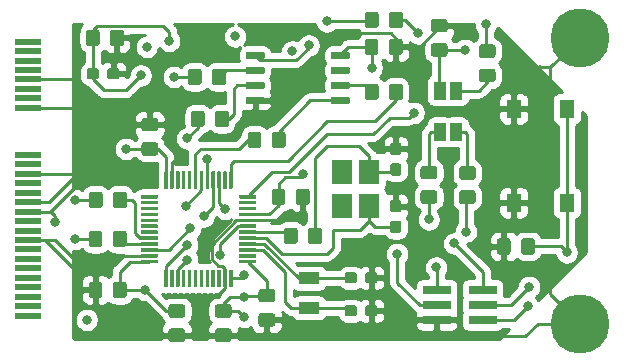
<source format=gbr>
G04 #@! TF.GenerationSoftware,KiCad,Pcbnew,5.1.5+dfsg1-2build2*
G04 #@! TF.CreationDate,2021-02-22T11:33:45+01:00*
G04 #@! TF.ProjectId,Lomu-hw,4c6f6d75-2d68-4772-9e6b-696361645f70,rev?*
G04 #@! TF.SameCoordinates,Original*
G04 #@! TF.FileFunction,Copper,L1,Top*
G04 #@! TF.FilePolarity,Positive*
%FSLAX46Y46*%
G04 Gerber Fmt 4.6, Leading zero omitted, Abs format (unit mm)*
G04 Created by KiCad (PCBNEW 5.1.5+dfsg1-2build2) date 2021-02-22 11:33:45*
%MOMM*%
%LPD*%
G04 APERTURE LIST*
%ADD10C,0.100000*%
%ADD11R,1.800000X1.000000*%
%ADD12R,2.300000X0.600000*%
%ADD13R,1.000000X1.500000*%
%ADD14C,5.000000*%
%ADD15R,2.400000X0.740000*%
%ADD16R,1.300000X1.550000*%
%ADD17R,1.800000X2.100000*%
%ADD18C,0.800000*%
%ADD19C,0.250000*%
%ADD20C,0.254000*%
G04 APERTURE END LIST*
G04 #@! TA.AperFunction,SMDPad,CuDef*
D10*
G36*
X136332083Y-54508842D02*
G01*
X136346644Y-54511002D01*
X136360923Y-54514579D01*
X136374783Y-54519538D01*
X136388090Y-54525832D01*
X136400716Y-54533400D01*
X136412539Y-54542168D01*
X136423446Y-54552054D01*
X136433332Y-54562961D01*
X136442100Y-54574784D01*
X136449668Y-54587410D01*
X136455962Y-54600717D01*
X136460921Y-54614577D01*
X136464498Y-54628856D01*
X136466658Y-54643417D01*
X136467380Y-54658120D01*
X136467380Y-54958120D01*
X136466658Y-54972823D01*
X136464498Y-54987384D01*
X136460921Y-55001663D01*
X136455962Y-55015523D01*
X136449668Y-55028830D01*
X136442100Y-55041456D01*
X136433332Y-55053279D01*
X136423446Y-55064186D01*
X136412539Y-55074072D01*
X136400716Y-55082840D01*
X136388090Y-55090408D01*
X136374783Y-55096702D01*
X136360923Y-55101661D01*
X136346644Y-55105238D01*
X136332083Y-55107398D01*
X136317380Y-55108120D01*
X135017380Y-55108120D01*
X135002677Y-55107398D01*
X134988116Y-55105238D01*
X134973837Y-55101661D01*
X134959977Y-55096702D01*
X134946670Y-55090408D01*
X134934044Y-55082840D01*
X134922221Y-55074072D01*
X134911314Y-55064186D01*
X134901428Y-55053279D01*
X134892660Y-55041456D01*
X134885092Y-55028830D01*
X134878798Y-55015523D01*
X134873839Y-55001663D01*
X134870262Y-54987384D01*
X134868102Y-54972823D01*
X134867380Y-54958120D01*
X134867380Y-54658120D01*
X134868102Y-54643417D01*
X134870262Y-54628856D01*
X134873839Y-54614577D01*
X134878798Y-54600717D01*
X134885092Y-54587410D01*
X134892660Y-54574784D01*
X134901428Y-54562961D01*
X134911314Y-54552054D01*
X134922221Y-54542168D01*
X134934044Y-54533400D01*
X134946670Y-54525832D01*
X134959977Y-54519538D01*
X134973837Y-54514579D01*
X134988116Y-54511002D01*
X135002677Y-54508842D01*
X135017380Y-54508120D01*
X136317380Y-54508120D01*
X136332083Y-54508842D01*
G37*
G04 #@! TD.AperFunction*
G04 #@! TA.AperFunction,SMDPad,CuDef*
G36*
X136332083Y-55778842D02*
G01*
X136346644Y-55781002D01*
X136360923Y-55784579D01*
X136374783Y-55789538D01*
X136388090Y-55795832D01*
X136400716Y-55803400D01*
X136412539Y-55812168D01*
X136423446Y-55822054D01*
X136433332Y-55832961D01*
X136442100Y-55844784D01*
X136449668Y-55857410D01*
X136455962Y-55870717D01*
X136460921Y-55884577D01*
X136464498Y-55898856D01*
X136466658Y-55913417D01*
X136467380Y-55928120D01*
X136467380Y-56228120D01*
X136466658Y-56242823D01*
X136464498Y-56257384D01*
X136460921Y-56271663D01*
X136455962Y-56285523D01*
X136449668Y-56298830D01*
X136442100Y-56311456D01*
X136433332Y-56323279D01*
X136423446Y-56334186D01*
X136412539Y-56344072D01*
X136400716Y-56352840D01*
X136388090Y-56360408D01*
X136374783Y-56366702D01*
X136360923Y-56371661D01*
X136346644Y-56375238D01*
X136332083Y-56377398D01*
X136317380Y-56378120D01*
X135017380Y-56378120D01*
X135002677Y-56377398D01*
X134988116Y-56375238D01*
X134973837Y-56371661D01*
X134959977Y-56366702D01*
X134946670Y-56360408D01*
X134934044Y-56352840D01*
X134922221Y-56344072D01*
X134911314Y-56334186D01*
X134901428Y-56323279D01*
X134892660Y-56311456D01*
X134885092Y-56298830D01*
X134878798Y-56285523D01*
X134873839Y-56271663D01*
X134870262Y-56257384D01*
X134868102Y-56242823D01*
X134867380Y-56228120D01*
X134867380Y-55928120D01*
X134868102Y-55913417D01*
X134870262Y-55898856D01*
X134873839Y-55884577D01*
X134878798Y-55870717D01*
X134885092Y-55857410D01*
X134892660Y-55844784D01*
X134901428Y-55832961D01*
X134911314Y-55822054D01*
X134922221Y-55812168D01*
X134934044Y-55803400D01*
X134946670Y-55795832D01*
X134959977Y-55789538D01*
X134973837Y-55784579D01*
X134988116Y-55781002D01*
X135002677Y-55778842D01*
X135017380Y-55778120D01*
X136317380Y-55778120D01*
X136332083Y-55778842D01*
G37*
G04 #@! TD.AperFunction*
G04 #@! TA.AperFunction,SMDPad,CuDef*
G36*
X136332083Y-57048842D02*
G01*
X136346644Y-57051002D01*
X136360923Y-57054579D01*
X136374783Y-57059538D01*
X136388090Y-57065832D01*
X136400716Y-57073400D01*
X136412539Y-57082168D01*
X136423446Y-57092054D01*
X136433332Y-57102961D01*
X136442100Y-57114784D01*
X136449668Y-57127410D01*
X136455962Y-57140717D01*
X136460921Y-57154577D01*
X136464498Y-57168856D01*
X136466658Y-57183417D01*
X136467380Y-57198120D01*
X136467380Y-57498120D01*
X136466658Y-57512823D01*
X136464498Y-57527384D01*
X136460921Y-57541663D01*
X136455962Y-57555523D01*
X136449668Y-57568830D01*
X136442100Y-57581456D01*
X136433332Y-57593279D01*
X136423446Y-57604186D01*
X136412539Y-57614072D01*
X136400716Y-57622840D01*
X136388090Y-57630408D01*
X136374783Y-57636702D01*
X136360923Y-57641661D01*
X136346644Y-57645238D01*
X136332083Y-57647398D01*
X136317380Y-57648120D01*
X135017380Y-57648120D01*
X135002677Y-57647398D01*
X134988116Y-57645238D01*
X134973837Y-57641661D01*
X134959977Y-57636702D01*
X134946670Y-57630408D01*
X134934044Y-57622840D01*
X134922221Y-57614072D01*
X134911314Y-57604186D01*
X134901428Y-57593279D01*
X134892660Y-57581456D01*
X134885092Y-57568830D01*
X134878798Y-57555523D01*
X134873839Y-57541663D01*
X134870262Y-57527384D01*
X134868102Y-57512823D01*
X134867380Y-57498120D01*
X134867380Y-57198120D01*
X134868102Y-57183417D01*
X134870262Y-57168856D01*
X134873839Y-57154577D01*
X134878798Y-57140717D01*
X134885092Y-57127410D01*
X134892660Y-57114784D01*
X134901428Y-57102961D01*
X134911314Y-57092054D01*
X134922221Y-57082168D01*
X134934044Y-57073400D01*
X134946670Y-57065832D01*
X134959977Y-57059538D01*
X134973837Y-57054579D01*
X134988116Y-57051002D01*
X135002677Y-57048842D01*
X135017380Y-57048120D01*
X136317380Y-57048120D01*
X136332083Y-57048842D01*
G37*
G04 #@! TD.AperFunction*
G04 #@! TA.AperFunction,SMDPad,CuDef*
G36*
X136332083Y-58318842D02*
G01*
X136346644Y-58321002D01*
X136360923Y-58324579D01*
X136374783Y-58329538D01*
X136388090Y-58335832D01*
X136400716Y-58343400D01*
X136412539Y-58352168D01*
X136423446Y-58362054D01*
X136433332Y-58372961D01*
X136442100Y-58384784D01*
X136449668Y-58397410D01*
X136455962Y-58410717D01*
X136460921Y-58424577D01*
X136464498Y-58438856D01*
X136466658Y-58453417D01*
X136467380Y-58468120D01*
X136467380Y-58768120D01*
X136466658Y-58782823D01*
X136464498Y-58797384D01*
X136460921Y-58811663D01*
X136455962Y-58825523D01*
X136449668Y-58838830D01*
X136442100Y-58851456D01*
X136433332Y-58863279D01*
X136423446Y-58874186D01*
X136412539Y-58884072D01*
X136400716Y-58892840D01*
X136388090Y-58900408D01*
X136374783Y-58906702D01*
X136360923Y-58911661D01*
X136346644Y-58915238D01*
X136332083Y-58917398D01*
X136317380Y-58918120D01*
X135017380Y-58918120D01*
X135002677Y-58917398D01*
X134988116Y-58915238D01*
X134973837Y-58911661D01*
X134959977Y-58906702D01*
X134946670Y-58900408D01*
X134934044Y-58892840D01*
X134922221Y-58884072D01*
X134911314Y-58874186D01*
X134901428Y-58863279D01*
X134892660Y-58851456D01*
X134885092Y-58838830D01*
X134878798Y-58825523D01*
X134873839Y-58811663D01*
X134870262Y-58797384D01*
X134868102Y-58782823D01*
X134867380Y-58768120D01*
X134867380Y-58468120D01*
X134868102Y-58453417D01*
X134870262Y-58438856D01*
X134873839Y-58424577D01*
X134878798Y-58410717D01*
X134885092Y-58397410D01*
X134892660Y-58384784D01*
X134901428Y-58372961D01*
X134911314Y-58362054D01*
X134922221Y-58352168D01*
X134934044Y-58343400D01*
X134946670Y-58335832D01*
X134959977Y-58329538D01*
X134973837Y-58324579D01*
X134988116Y-58321002D01*
X135002677Y-58318842D01*
X135017380Y-58318120D01*
X136317380Y-58318120D01*
X136332083Y-58318842D01*
G37*
G04 #@! TD.AperFunction*
G04 #@! TA.AperFunction,SMDPad,CuDef*
G36*
X143532083Y-58318842D02*
G01*
X143546644Y-58321002D01*
X143560923Y-58324579D01*
X143574783Y-58329538D01*
X143588090Y-58335832D01*
X143600716Y-58343400D01*
X143612539Y-58352168D01*
X143623446Y-58362054D01*
X143633332Y-58372961D01*
X143642100Y-58384784D01*
X143649668Y-58397410D01*
X143655962Y-58410717D01*
X143660921Y-58424577D01*
X143664498Y-58438856D01*
X143666658Y-58453417D01*
X143667380Y-58468120D01*
X143667380Y-58768120D01*
X143666658Y-58782823D01*
X143664498Y-58797384D01*
X143660921Y-58811663D01*
X143655962Y-58825523D01*
X143649668Y-58838830D01*
X143642100Y-58851456D01*
X143633332Y-58863279D01*
X143623446Y-58874186D01*
X143612539Y-58884072D01*
X143600716Y-58892840D01*
X143588090Y-58900408D01*
X143574783Y-58906702D01*
X143560923Y-58911661D01*
X143546644Y-58915238D01*
X143532083Y-58917398D01*
X143517380Y-58918120D01*
X142217380Y-58918120D01*
X142202677Y-58917398D01*
X142188116Y-58915238D01*
X142173837Y-58911661D01*
X142159977Y-58906702D01*
X142146670Y-58900408D01*
X142134044Y-58892840D01*
X142122221Y-58884072D01*
X142111314Y-58874186D01*
X142101428Y-58863279D01*
X142092660Y-58851456D01*
X142085092Y-58838830D01*
X142078798Y-58825523D01*
X142073839Y-58811663D01*
X142070262Y-58797384D01*
X142068102Y-58782823D01*
X142067380Y-58768120D01*
X142067380Y-58468120D01*
X142068102Y-58453417D01*
X142070262Y-58438856D01*
X142073839Y-58424577D01*
X142078798Y-58410717D01*
X142085092Y-58397410D01*
X142092660Y-58384784D01*
X142101428Y-58372961D01*
X142111314Y-58362054D01*
X142122221Y-58352168D01*
X142134044Y-58343400D01*
X142146670Y-58335832D01*
X142159977Y-58329538D01*
X142173837Y-58324579D01*
X142188116Y-58321002D01*
X142202677Y-58318842D01*
X142217380Y-58318120D01*
X143517380Y-58318120D01*
X143532083Y-58318842D01*
G37*
G04 #@! TD.AperFunction*
G04 #@! TA.AperFunction,SMDPad,CuDef*
G36*
X143532083Y-57048842D02*
G01*
X143546644Y-57051002D01*
X143560923Y-57054579D01*
X143574783Y-57059538D01*
X143588090Y-57065832D01*
X143600716Y-57073400D01*
X143612539Y-57082168D01*
X143623446Y-57092054D01*
X143633332Y-57102961D01*
X143642100Y-57114784D01*
X143649668Y-57127410D01*
X143655962Y-57140717D01*
X143660921Y-57154577D01*
X143664498Y-57168856D01*
X143666658Y-57183417D01*
X143667380Y-57198120D01*
X143667380Y-57498120D01*
X143666658Y-57512823D01*
X143664498Y-57527384D01*
X143660921Y-57541663D01*
X143655962Y-57555523D01*
X143649668Y-57568830D01*
X143642100Y-57581456D01*
X143633332Y-57593279D01*
X143623446Y-57604186D01*
X143612539Y-57614072D01*
X143600716Y-57622840D01*
X143588090Y-57630408D01*
X143574783Y-57636702D01*
X143560923Y-57641661D01*
X143546644Y-57645238D01*
X143532083Y-57647398D01*
X143517380Y-57648120D01*
X142217380Y-57648120D01*
X142202677Y-57647398D01*
X142188116Y-57645238D01*
X142173837Y-57641661D01*
X142159977Y-57636702D01*
X142146670Y-57630408D01*
X142134044Y-57622840D01*
X142122221Y-57614072D01*
X142111314Y-57604186D01*
X142101428Y-57593279D01*
X142092660Y-57581456D01*
X142085092Y-57568830D01*
X142078798Y-57555523D01*
X142073839Y-57541663D01*
X142070262Y-57527384D01*
X142068102Y-57512823D01*
X142067380Y-57498120D01*
X142067380Y-57198120D01*
X142068102Y-57183417D01*
X142070262Y-57168856D01*
X142073839Y-57154577D01*
X142078798Y-57140717D01*
X142085092Y-57127410D01*
X142092660Y-57114784D01*
X142101428Y-57102961D01*
X142111314Y-57092054D01*
X142122221Y-57082168D01*
X142134044Y-57073400D01*
X142146670Y-57065832D01*
X142159977Y-57059538D01*
X142173837Y-57054579D01*
X142188116Y-57051002D01*
X142202677Y-57048842D01*
X142217380Y-57048120D01*
X143517380Y-57048120D01*
X143532083Y-57048842D01*
G37*
G04 #@! TD.AperFunction*
G04 #@! TA.AperFunction,SMDPad,CuDef*
G36*
X143532083Y-55778842D02*
G01*
X143546644Y-55781002D01*
X143560923Y-55784579D01*
X143574783Y-55789538D01*
X143588090Y-55795832D01*
X143600716Y-55803400D01*
X143612539Y-55812168D01*
X143623446Y-55822054D01*
X143633332Y-55832961D01*
X143642100Y-55844784D01*
X143649668Y-55857410D01*
X143655962Y-55870717D01*
X143660921Y-55884577D01*
X143664498Y-55898856D01*
X143666658Y-55913417D01*
X143667380Y-55928120D01*
X143667380Y-56228120D01*
X143666658Y-56242823D01*
X143664498Y-56257384D01*
X143660921Y-56271663D01*
X143655962Y-56285523D01*
X143649668Y-56298830D01*
X143642100Y-56311456D01*
X143633332Y-56323279D01*
X143623446Y-56334186D01*
X143612539Y-56344072D01*
X143600716Y-56352840D01*
X143588090Y-56360408D01*
X143574783Y-56366702D01*
X143560923Y-56371661D01*
X143546644Y-56375238D01*
X143532083Y-56377398D01*
X143517380Y-56378120D01*
X142217380Y-56378120D01*
X142202677Y-56377398D01*
X142188116Y-56375238D01*
X142173837Y-56371661D01*
X142159977Y-56366702D01*
X142146670Y-56360408D01*
X142134044Y-56352840D01*
X142122221Y-56344072D01*
X142111314Y-56334186D01*
X142101428Y-56323279D01*
X142092660Y-56311456D01*
X142085092Y-56298830D01*
X142078798Y-56285523D01*
X142073839Y-56271663D01*
X142070262Y-56257384D01*
X142068102Y-56242823D01*
X142067380Y-56228120D01*
X142067380Y-55928120D01*
X142068102Y-55913417D01*
X142070262Y-55898856D01*
X142073839Y-55884577D01*
X142078798Y-55870717D01*
X142085092Y-55857410D01*
X142092660Y-55844784D01*
X142101428Y-55832961D01*
X142111314Y-55822054D01*
X142122221Y-55812168D01*
X142134044Y-55803400D01*
X142146670Y-55795832D01*
X142159977Y-55789538D01*
X142173837Y-55784579D01*
X142188116Y-55781002D01*
X142202677Y-55778842D01*
X142217380Y-55778120D01*
X143517380Y-55778120D01*
X143532083Y-55778842D01*
G37*
G04 #@! TD.AperFunction*
G04 #@! TA.AperFunction,SMDPad,CuDef*
G36*
X143532083Y-54508842D02*
G01*
X143546644Y-54511002D01*
X143560923Y-54514579D01*
X143574783Y-54519538D01*
X143588090Y-54525832D01*
X143600716Y-54533400D01*
X143612539Y-54542168D01*
X143623446Y-54552054D01*
X143633332Y-54562961D01*
X143642100Y-54574784D01*
X143649668Y-54587410D01*
X143655962Y-54600717D01*
X143660921Y-54614577D01*
X143664498Y-54628856D01*
X143666658Y-54643417D01*
X143667380Y-54658120D01*
X143667380Y-54958120D01*
X143666658Y-54972823D01*
X143664498Y-54987384D01*
X143660921Y-55001663D01*
X143655962Y-55015523D01*
X143649668Y-55028830D01*
X143642100Y-55041456D01*
X143633332Y-55053279D01*
X143623446Y-55064186D01*
X143612539Y-55074072D01*
X143600716Y-55082840D01*
X143588090Y-55090408D01*
X143574783Y-55096702D01*
X143560923Y-55101661D01*
X143546644Y-55105238D01*
X143532083Y-55107398D01*
X143517380Y-55108120D01*
X142217380Y-55108120D01*
X142202677Y-55107398D01*
X142188116Y-55105238D01*
X142173837Y-55101661D01*
X142159977Y-55096702D01*
X142146670Y-55090408D01*
X142134044Y-55082840D01*
X142122221Y-55074072D01*
X142111314Y-55064186D01*
X142101428Y-55053279D01*
X142092660Y-55041456D01*
X142085092Y-55028830D01*
X142078798Y-55015523D01*
X142073839Y-55001663D01*
X142070262Y-54987384D01*
X142068102Y-54972823D01*
X142067380Y-54958120D01*
X142067380Y-54658120D01*
X142068102Y-54643417D01*
X142070262Y-54628856D01*
X142073839Y-54614577D01*
X142078798Y-54600717D01*
X142085092Y-54587410D01*
X142092660Y-54574784D01*
X142101428Y-54562961D01*
X142111314Y-54552054D01*
X142122221Y-54542168D01*
X142134044Y-54533400D01*
X142146670Y-54525832D01*
X142159977Y-54519538D01*
X142173837Y-54514579D01*
X142188116Y-54511002D01*
X142202677Y-54508842D01*
X142217380Y-54508120D01*
X143517380Y-54508120D01*
X143532083Y-54508842D01*
G37*
G04 #@! TD.AperFunction*
G04 #@! TA.AperFunction,SMDPad,CuDef*
G36*
X135700771Y-72140481D02*
G01*
X135708052Y-72141561D01*
X135715191Y-72143349D01*
X135722121Y-72145829D01*
X135728775Y-72148976D01*
X135735088Y-72152760D01*
X135740999Y-72157144D01*
X135746453Y-72162087D01*
X135751396Y-72167541D01*
X135755780Y-72173452D01*
X135759564Y-72179765D01*
X135762711Y-72186419D01*
X135765191Y-72193349D01*
X135766979Y-72200488D01*
X135768059Y-72207769D01*
X135768420Y-72215120D01*
X135768420Y-72365120D01*
X135768059Y-72372471D01*
X135766979Y-72379752D01*
X135765191Y-72386891D01*
X135762711Y-72393821D01*
X135759564Y-72400475D01*
X135755780Y-72406788D01*
X135751396Y-72412699D01*
X135746453Y-72418153D01*
X135740999Y-72423096D01*
X135735088Y-72427480D01*
X135728775Y-72431264D01*
X135722121Y-72434411D01*
X135715191Y-72436891D01*
X135708052Y-72438679D01*
X135700771Y-72439759D01*
X135693420Y-72440120D01*
X134368420Y-72440120D01*
X134361069Y-72439759D01*
X134353788Y-72438679D01*
X134346649Y-72436891D01*
X134339719Y-72434411D01*
X134333065Y-72431264D01*
X134326752Y-72427480D01*
X134320841Y-72423096D01*
X134315387Y-72418153D01*
X134310444Y-72412699D01*
X134306060Y-72406788D01*
X134302276Y-72400475D01*
X134299129Y-72393821D01*
X134296649Y-72386891D01*
X134294861Y-72379752D01*
X134293781Y-72372471D01*
X134293420Y-72365120D01*
X134293420Y-72215120D01*
X134293781Y-72207769D01*
X134294861Y-72200488D01*
X134296649Y-72193349D01*
X134299129Y-72186419D01*
X134302276Y-72179765D01*
X134306060Y-72173452D01*
X134310444Y-72167541D01*
X134315387Y-72162087D01*
X134320841Y-72157144D01*
X134326752Y-72152760D01*
X134333065Y-72148976D01*
X134339719Y-72145829D01*
X134346649Y-72143349D01*
X134353788Y-72141561D01*
X134361069Y-72140481D01*
X134368420Y-72140120D01*
X135693420Y-72140120D01*
X135700771Y-72140481D01*
G37*
G04 #@! TD.AperFunction*
G04 #@! TA.AperFunction,SMDPad,CuDef*
G36*
X135700771Y-71640481D02*
G01*
X135708052Y-71641561D01*
X135715191Y-71643349D01*
X135722121Y-71645829D01*
X135728775Y-71648976D01*
X135735088Y-71652760D01*
X135740999Y-71657144D01*
X135746453Y-71662087D01*
X135751396Y-71667541D01*
X135755780Y-71673452D01*
X135759564Y-71679765D01*
X135762711Y-71686419D01*
X135765191Y-71693349D01*
X135766979Y-71700488D01*
X135768059Y-71707769D01*
X135768420Y-71715120D01*
X135768420Y-71865120D01*
X135768059Y-71872471D01*
X135766979Y-71879752D01*
X135765191Y-71886891D01*
X135762711Y-71893821D01*
X135759564Y-71900475D01*
X135755780Y-71906788D01*
X135751396Y-71912699D01*
X135746453Y-71918153D01*
X135740999Y-71923096D01*
X135735088Y-71927480D01*
X135728775Y-71931264D01*
X135722121Y-71934411D01*
X135715191Y-71936891D01*
X135708052Y-71938679D01*
X135700771Y-71939759D01*
X135693420Y-71940120D01*
X134368420Y-71940120D01*
X134361069Y-71939759D01*
X134353788Y-71938679D01*
X134346649Y-71936891D01*
X134339719Y-71934411D01*
X134333065Y-71931264D01*
X134326752Y-71927480D01*
X134320841Y-71923096D01*
X134315387Y-71918153D01*
X134310444Y-71912699D01*
X134306060Y-71906788D01*
X134302276Y-71900475D01*
X134299129Y-71893821D01*
X134296649Y-71886891D01*
X134294861Y-71879752D01*
X134293781Y-71872471D01*
X134293420Y-71865120D01*
X134293420Y-71715120D01*
X134293781Y-71707769D01*
X134294861Y-71700488D01*
X134296649Y-71693349D01*
X134299129Y-71686419D01*
X134302276Y-71679765D01*
X134306060Y-71673452D01*
X134310444Y-71667541D01*
X134315387Y-71662087D01*
X134320841Y-71657144D01*
X134326752Y-71652760D01*
X134333065Y-71648976D01*
X134339719Y-71645829D01*
X134346649Y-71643349D01*
X134353788Y-71641561D01*
X134361069Y-71640481D01*
X134368420Y-71640120D01*
X135693420Y-71640120D01*
X135700771Y-71640481D01*
G37*
G04 #@! TD.AperFunction*
G04 #@! TA.AperFunction,SMDPad,CuDef*
G36*
X135700771Y-71140481D02*
G01*
X135708052Y-71141561D01*
X135715191Y-71143349D01*
X135722121Y-71145829D01*
X135728775Y-71148976D01*
X135735088Y-71152760D01*
X135740999Y-71157144D01*
X135746453Y-71162087D01*
X135751396Y-71167541D01*
X135755780Y-71173452D01*
X135759564Y-71179765D01*
X135762711Y-71186419D01*
X135765191Y-71193349D01*
X135766979Y-71200488D01*
X135768059Y-71207769D01*
X135768420Y-71215120D01*
X135768420Y-71365120D01*
X135768059Y-71372471D01*
X135766979Y-71379752D01*
X135765191Y-71386891D01*
X135762711Y-71393821D01*
X135759564Y-71400475D01*
X135755780Y-71406788D01*
X135751396Y-71412699D01*
X135746453Y-71418153D01*
X135740999Y-71423096D01*
X135735088Y-71427480D01*
X135728775Y-71431264D01*
X135722121Y-71434411D01*
X135715191Y-71436891D01*
X135708052Y-71438679D01*
X135700771Y-71439759D01*
X135693420Y-71440120D01*
X134368420Y-71440120D01*
X134361069Y-71439759D01*
X134353788Y-71438679D01*
X134346649Y-71436891D01*
X134339719Y-71434411D01*
X134333065Y-71431264D01*
X134326752Y-71427480D01*
X134320841Y-71423096D01*
X134315387Y-71418153D01*
X134310444Y-71412699D01*
X134306060Y-71406788D01*
X134302276Y-71400475D01*
X134299129Y-71393821D01*
X134296649Y-71386891D01*
X134294861Y-71379752D01*
X134293781Y-71372471D01*
X134293420Y-71365120D01*
X134293420Y-71215120D01*
X134293781Y-71207769D01*
X134294861Y-71200488D01*
X134296649Y-71193349D01*
X134299129Y-71186419D01*
X134302276Y-71179765D01*
X134306060Y-71173452D01*
X134310444Y-71167541D01*
X134315387Y-71162087D01*
X134320841Y-71157144D01*
X134326752Y-71152760D01*
X134333065Y-71148976D01*
X134339719Y-71145829D01*
X134346649Y-71143349D01*
X134353788Y-71141561D01*
X134361069Y-71140481D01*
X134368420Y-71140120D01*
X135693420Y-71140120D01*
X135700771Y-71140481D01*
G37*
G04 #@! TD.AperFunction*
G04 #@! TA.AperFunction,SMDPad,CuDef*
G36*
X135700771Y-70640481D02*
G01*
X135708052Y-70641561D01*
X135715191Y-70643349D01*
X135722121Y-70645829D01*
X135728775Y-70648976D01*
X135735088Y-70652760D01*
X135740999Y-70657144D01*
X135746453Y-70662087D01*
X135751396Y-70667541D01*
X135755780Y-70673452D01*
X135759564Y-70679765D01*
X135762711Y-70686419D01*
X135765191Y-70693349D01*
X135766979Y-70700488D01*
X135768059Y-70707769D01*
X135768420Y-70715120D01*
X135768420Y-70865120D01*
X135768059Y-70872471D01*
X135766979Y-70879752D01*
X135765191Y-70886891D01*
X135762711Y-70893821D01*
X135759564Y-70900475D01*
X135755780Y-70906788D01*
X135751396Y-70912699D01*
X135746453Y-70918153D01*
X135740999Y-70923096D01*
X135735088Y-70927480D01*
X135728775Y-70931264D01*
X135722121Y-70934411D01*
X135715191Y-70936891D01*
X135708052Y-70938679D01*
X135700771Y-70939759D01*
X135693420Y-70940120D01*
X134368420Y-70940120D01*
X134361069Y-70939759D01*
X134353788Y-70938679D01*
X134346649Y-70936891D01*
X134339719Y-70934411D01*
X134333065Y-70931264D01*
X134326752Y-70927480D01*
X134320841Y-70923096D01*
X134315387Y-70918153D01*
X134310444Y-70912699D01*
X134306060Y-70906788D01*
X134302276Y-70900475D01*
X134299129Y-70893821D01*
X134296649Y-70886891D01*
X134294861Y-70879752D01*
X134293781Y-70872471D01*
X134293420Y-70865120D01*
X134293420Y-70715120D01*
X134293781Y-70707769D01*
X134294861Y-70700488D01*
X134296649Y-70693349D01*
X134299129Y-70686419D01*
X134302276Y-70679765D01*
X134306060Y-70673452D01*
X134310444Y-70667541D01*
X134315387Y-70662087D01*
X134320841Y-70657144D01*
X134326752Y-70652760D01*
X134333065Y-70648976D01*
X134339719Y-70645829D01*
X134346649Y-70643349D01*
X134353788Y-70641561D01*
X134361069Y-70640481D01*
X134368420Y-70640120D01*
X135693420Y-70640120D01*
X135700771Y-70640481D01*
G37*
G04 #@! TD.AperFunction*
G04 #@! TA.AperFunction,SMDPad,CuDef*
G36*
X135700771Y-70140481D02*
G01*
X135708052Y-70141561D01*
X135715191Y-70143349D01*
X135722121Y-70145829D01*
X135728775Y-70148976D01*
X135735088Y-70152760D01*
X135740999Y-70157144D01*
X135746453Y-70162087D01*
X135751396Y-70167541D01*
X135755780Y-70173452D01*
X135759564Y-70179765D01*
X135762711Y-70186419D01*
X135765191Y-70193349D01*
X135766979Y-70200488D01*
X135768059Y-70207769D01*
X135768420Y-70215120D01*
X135768420Y-70365120D01*
X135768059Y-70372471D01*
X135766979Y-70379752D01*
X135765191Y-70386891D01*
X135762711Y-70393821D01*
X135759564Y-70400475D01*
X135755780Y-70406788D01*
X135751396Y-70412699D01*
X135746453Y-70418153D01*
X135740999Y-70423096D01*
X135735088Y-70427480D01*
X135728775Y-70431264D01*
X135722121Y-70434411D01*
X135715191Y-70436891D01*
X135708052Y-70438679D01*
X135700771Y-70439759D01*
X135693420Y-70440120D01*
X134368420Y-70440120D01*
X134361069Y-70439759D01*
X134353788Y-70438679D01*
X134346649Y-70436891D01*
X134339719Y-70434411D01*
X134333065Y-70431264D01*
X134326752Y-70427480D01*
X134320841Y-70423096D01*
X134315387Y-70418153D01*
X134310444Y-70412699D01*
X134306060Y-70406788D01*
X134302276Y-70400475D01*
X134299129Y-70393821D01*
X134296649Y-70386891D01*
X134294861Y-70379752D01*
X134293781Y-70372471D01*
X134293420Y-70365120D01*
X134293420Y-70215120D01*
X134293781Y-70207769D01*
X134294861Y-70200488D01*
X134296649Y-70193349D01*
X134299129Y-70186419D01*
X134302276Y-70179765D01*
X134306060Y-70173452D01*
X134310444Y-70167541D01*
X134315387Y-70162087D01*
X134320841Y-70157144D01*
X134326752Y-70152760D01*
X134333065Y-70148976D01*
X134339719Y-70145829D01*
X134346649Y-70143349D01*
X134353788Y-70141561D01*
X134361069Y-70140481D01*
X134368420Y-70140120D01*
X135693420Y-70140120D01*
X135700771Y-70140481D01*
G37*
G04 #@! TD.AperFunction*
G04 #@! TA.AperFunction,SMDPad,CuDef*
G36*
X135700771Y-69640481D02*
G01*
X135708052Y-69641561D01*
X135715191Y-69643349D01*
X135722121Y-69645829D01*
X135728775Y-69648976D01*
X135735088Y-69652760D01*
X135740999Y-69657144D01*
X135746453Y-69662087D01*
X135751396Y-69667541D01*
X135755780Y-69673452D01*
X135759564Y-69679765D01*
X135762711Y-69686419D01*
X135765191Y-69693349D01*
X135766979Y-69700488D01*
X135768059Y-69707769D01*
X135768420Y-69715120D01*
X135768420Y-69865120D01*
X135768059Y-69872471D01*
X135766979Y-69879752D01*
X135765191Y-69886891D01*
X135762711Y-69893821D01*
X135759564Y-69900475D01*
X135755780Y-69906788D01*
X135751396Y-69912699D01*
X135746453Y-69918153D01*
X135740999Y-69923096D01*
X135735088Y-69927480D01*
X135728775Y-69931264D01*
X135722121Y-69934411D01*
X135715191Y-69936891D01*
X135708052Y-69938679D01*
X135700771Y-69939759D01*
X135693420Y-69940120D01*
X134368420Y-69940120D01*
X134361069Y-69939759D01*
X134353788Y-69938679D01*
X134346649Y-69936891D01*
X134339719Y-69934411D01*
X134333065Y-69931264D01*
X134326752Y-69927480D01*
X134320841Y-69923096D01*
X134315387Y-69918153D01*
X134310444Y-69912699D01*
X134306060Y-69906788D01*
X134302276Y-69900475D01*
X134299129Y-69893821D01*
X134296649Y-69886891D01*
X134294861Y-69879752D01*
X134293781Y-69872471D01*
X134293420Y-69865120D01*
X134293420Y-69715120D01*
X134293781Y-69707769D01*
X134294861Y-69700488D01*
X134296649Y-69693349D01*
X134299129Y-69686419D01*
X134302276Y-69679765D01*
X134306060Y-69673452D01*
X134310444Y-69667541D01*
X134315387Y-69662087D01*
X134320841Y-69657144D01*
X134326752Y-69652760D01*
X134333065Y-69648976D01*
X134339719Y-69645829D01*
X134346649Y-69643349D01*
X134353788Y-69641561D01*
X134361069Y-69640481D01*
X134368420Y-69640120D01*
X135693420Y-69640120D01*
X135700771Y-69640481D01*
G37*
G04 #@! TD.AperFunction*
G04 #@! TA.AperFunction,SMDPad,CuDef*
G36*
X135700771Y-69140481D02*
G01*
X135708052Y-69141561D01*
X135715191Y-69143349D01*
X135722121Y-69145829D01*
X135728775Y-69148976D01*
X135735088Y-69152760D01*
X135740999Y-69157144D01*
X135746453Y-69162087D01*
X135751396Y-69167541D01*
X135755780Y-69173452D01*
X135759564Y-69179765D01*
X135762711Y-69186419D01*
X135765191Y-69193349D01*
X135766979Y-69200488D01*
X135768059Y-69207769D01*
X135768420Y-69215120D01*
X135768420Y-69365120D01*
X135768059Y-69372471D01*
X135766979Y-69379752D01*
X135765191Y-69386891D01*
X135762711Y-69393821D01*
X135759564Y-69400475D01*
X135755780Y-69406788D01*
X135751396Y-69412699D01*
X135746453Y-69418153D01*
X135740999Y-69423096D01*
X135735088Y-69427480D01*
X135728775Y-69431264D01*
X135722121Y-69434411D01*
X135715191Y-69436891D01*
X135708052Y-69438679D01*
X135700771Y-69439759D01*
X135693420Y-69440120D01*
X134368420Y-69440120D01*
X134361069Y-69439759D01*
X134353788Y-69438679D01*
X134346649Y-69436891D01*
X134339719Y-69434411D01*
X134333065Y-69431264D01*
X134326752Y-69427480D01*
X134320841Y-69423096D01*
X134315387Y-69418153D01*
X134310444Y-69412699D01*
X134306060Y-69406788D01*
X134302276Y-69400475D01*
X134299129Y-69393821D01*
X134296649Y-69386891D01*
X134294861Y-69379752D01*
X134293781Y-69372471D01*
X134293420Y-69365120D01*
X134293420Y-69215120D01*
X134293781Y-69207769D01*
X134294861Y-69200488D01*
X134296649Y-69193349D01*
X134299129Y-69186419D01*
X134302276Y-69179765D01*
X134306060Y-69173452D01*
X134310444Y-69167541D01*
X134315387Y-69162087D01*
X134320841Y-69157144D01*
X134326752Y-69152760D01*
X134333065Y-69148976D01*
X134339719Y-69145829D01*
X134346649Y-69143349D01*
X134353788Y-69141561D01*
X134361069Y-69140481D01*
X134368420Y-69140120D01*
X135693420Y-69140120D01*
X135700771Y-69140481D01*
G37*
G04 #@! TD.AperFunction*
G04 #@! TA.AperFunction,SMDPad,CuDef*
G36*
X135700771Y-68640481D02*
G01*
X135708052Y-68641561D01*
X135715191Y-68643349D01*
X135722121Y-68645829D01*
X135728775Y-68648976D01*
X135735088Y-68652760D01*
X135740999Y-68657144D01*
X135746453Y-68662087D01*
X135751396Y-68667541D01*
X135755780Y-68673452D01*
X135759564Y-68679765D01*
X135762711Y-68686419D01*
X135765191Y-68693349D01*
X135766979Y-68700488D01*
X135768059Y-68707769D01*
X135768420Y-68715120D01*
X135768420Y-68865120D01*
X135768059Y-68872471D01*
X135766979Y-68879752D01*
X135765191Y-68886891D01*
X135762711Y-68893821D01*
X135759564Y-68900475D01*
X135755780Y-68906788D01*
X135751396Y-68912699D01*
X135746453Y-68918153D01*
X135740999Y-68923096D01*
X135735088Y-68927480D01*
X135728775Y-68931264D01*
X135722121Y-68934411D01*
X135715191Y-68936891D01*
X135708052Y-68938679D01*
X135700771Y-68939759D01*
X135693420Y-68940120D01*
X134368420Y-68940120D01*
X134361069Y-68939759D01*
X134353788Y-68938679D01*
X134346649Y-68936891D01*
X134339719Y-68934411D01*
X134333065Y-68931264D01*
X134326752Y-68927480D01*
X134320841Y-68923096D01*
X134315387Y-68918153D01*
X134310444Y-68912699D01*
X134306060Y-68906788D01*
X134302276Y-68900475D01*
X134299129Y-68893821D01*
X134296649Y-68886891D01*
X134294861Y-68879752D01*
X134293781Y-68872471D01*
X134293420Y-68865120D01*
X134293420Y-68715120D01*
X134293781Y-68707769D01*
X134294861Y-68700488D01*
X134296649Y-68693349D01*
X134299129Y-68686419D01*
X134302276Y-68679765D01*
X134306060Y-68673452D01*
X134310444Y-68667541D01*
X134315387Y-68662087D01*
X134320841Y-68657144D01*
X134326752Y-68652760D01*
X134333065Y-68648976D01*
X134339719Y-68645829D01*
X134346649Y-68643349D01*
X134353788Y-68641561D01*
X134361069Y-68640481D01*
X134368420Y-68640120D01*
X135693420Y-68640120D01*
X135700771Y-68640481D01*
G37*
G04 #@! TD.AperFunction*
G04 #@! TA.AperFunction,SMDPad,CuDef*
G36*
X135700771Y-68140481D02*
G01*
X135708052Y-68141561D01*
X135715191Y-68143349D01*
X135722121Y-68145829D01*
X135728775Y-68148976D01*
X135735088Y-68152760D01*
X135740999Y-68157144D01*
X135746453Y-68162087D01*
X135751396Y-68167541D01*
X135755780Y-68173452D01*
X135759564Y-68179765D01*
X135762711Y-68186419D01*
X135765191Y-68193349D01*
X135766979Y-68200488D01*
X135768059Y-68207769D01*
X135768420Y-68215120D01*
X135768420Y-68365120D01*
X135768059Y-68372471D01*
X135766979Y-68379752D01*
X135765191Y-68386891D01*
X135762711Y-68393821D01*
X135759564Y-68400475D01*
X135755780Y-68406788D01*
X135751396Y-68412699D01*
X135746453Y-68418153D01*
X135740999Y-68423096D01*
X135735088Y-68427480D01*
X135728775Y-68431264D01*
X135722121Y-68434411D01*
X135715191Y-68436891D01*
X135708052Y-68438679D01*
X135700771Y-68439759D01*
X135693420Y-68440120D01*
X134368420Y-68440120D01*
X134361069Y-68439759D01*
X134353788Y-68438679D01*
X134346649Y-68436891D01*
X134339719Y-68434411D01*
X134333065Y-68431264D01*
X134326752Y-68427480D01*
X134320841Y-68423096D01*
X134315387Y-68418153D01*
X134310444Y-68412699D01*
X134306060Y-68406788D01*
X134302276Y-68400475D01*
X134299129Y-68393821D01*
X134296649Y-68386891D01*
X134294861Y-68379752D01*
X134293781Y-68372471D01*
X134293420Y-68365120D01*
X134293420Y-68215120D01*
X134293781Y-68207769D01*
X134294861Y-68200488D01*
X134296649Y-68193349D01*
X134299129Y-68186419D01*
X134302276Y-68179765D01*
X134306060Y-68173452D01*
X134310444Y-68167541D01*
X134315387Y-68162087D01*
X134320841Y-68157144D01*
X134326752Y-68152760D01*
X134333065Y-68148976D01*
X134339719Y-68145829D01*
X134346649Y-68143349D01*
X134353788Y-68141561D01*
X134361069Y-68140481D01*
X134368420Y-68140120D01*
X135693420Y-68140120D01*
X135700771Y-68140481D01*
G37*
G04 #@! TD.AperFunction*
G04 #@! TA.AperFunction,SMDPad,CuDef*
G36*
X135700771Y-67640481D02*
G01*
X135708052Y-67641561D01*
X135715191Y-67643349D01*
X135722121Y-67645829D01*
X135728775Y-67648976D01*
X135735088Y-67652760D01*
X135740999Y-67657144D01*
X135746453Y-67662087D01*
X135751396Y-67667541D01*
X135755780Y-67673452D01*
X135759564Y-67679765D01*
X135762711Y-67686419D01*
X135765191Y-67693349D01*
X135766979Y-67700488D01*
X135768059Y-67707769D01*
X135768420Y-67715120D01*
X135768420Y-67865120D01*
X135768059Y-67872471D01*
X135766979Y-67879752D01*
X135765191Y-67886891D01*
X135762711Y-67893821D01*
X135759564Y-67900475D01*
X135755780Y-67906788D01*
X135751396Y-67912699D01*
X135746453Y-67918153D01*
X135740999Y-67923096D01*
X135735088Y-67927480D01*
X135728775Y-67931264D01*
X135722121Y-67934411D01*
X135715191Y-67936891D01*
X135708052Y-67938679D01*
X135700771Y-67939759D01*
X135693420Y-67940120D01*
X134368420Y-67940120D01*
X134361069Y-67939759D01*
X134353788Y-67938679D01*
X134346649Y-67936891D01*
X134339719Y-67934411D01*
X134333065Y-67931264D01*
X134326752Y-67927480D01*
X134320841Y-67923096D01*
X134315387Y-67918153D01*
X134310444Y-67912699D01*
X134306060Y-67906788D01*
X134302276Y-67900475D01*
X134299129Y-67893821D01*
X134296649Y-67886891D01*
X134294861Y-67879752D01*
X134293781Y-67872471D01*
X134293420Y-67865120D01*
X134293420Y-67715120D01*
X134293781Y-67707769D01*
X134294861Y-67700488D01*
X134296649Y-67693349D01*
X134299129Y-67686419D01*
X134302276Y-67679765D01*
X134306060Y-67673452D01*
X134310444Y-67667541D01*
X134315387Y-67662087D01*
X134320841Y-67657144D01*
X134326752Y-67652760D01*
X134333065Y-67648976D01*
X134339719Y-67645829D01*
X134346649Y-67643349D01*
X134353788Y-67641561D01*
X134361069Y-67640481D01*
X134368420Y-67640120D01*
X135693420Y-67640120D01*
X135700771Y-67640481D01*
G37*
G04 #@! TD.AperFunction*
G04 #@! TA.AperFunction,SMDPad,CuDef*
G36*
X135700771Y-67140481D02*
G01*
X135708052Y-67141561D01*
X135715191Y-67143349D01*
X135722121Y-67145829D01*
X135728775Y-67148976D01*
X135735088Y-67152760D01*
X135740999Y-67157144D01*
X135746453Y-67162087D01*
X135751396Y-67167541D01*
X135755780Y-67173452D01*
X135759564Y-67179765D01*
X135762711Y-67186419D01*
X135765191Y-67193349D01*
X135766979Y-67200488D01*
X135768059Y-67207769D01*
X135768420Y-67215120D01*
X135768420Y-67365120D01*
X135768059Y-67372471D01*
X135766979Y-67379752D01*
X135765191Y-67386891D01*
X135762711Y-67393821D01*
X135759564Y-67400475D01*
X135755780Y-67406788D01*
X135751396Y-67412699D01*
X135746453Y-67418153D01*
X135740999Y-67423096D01*
X135735088Y-67427480D01*
X135728775Y-67431264D01*
X135722121Y-67434411D01*
X135715191Y-67436891D01*
X135708052Y-67438679D01*
X135700771Y-67439759D01*
X135693420Y-67440120D01*
X134368420Y-67440120D01*
X134361069Y-67439759D01*
X134353788Y-67438679D01*
X134346649Y-67436891D01*
X134339719Y-67434411D01*
X134333065Y-67431264D01*
X134326752Y-67427480D01*
X134320841Y-67423096D01*
X134315387Y-67418153D01*
X134310444Y-67412699D01*
X134306060Y-67406788D01*
X134302276Y-67400475D01*
X134299129Y-67393821D01*
X134296649Y-67386891D01*
X134294861Y-67379752D01*
X134293781Y-67372471D01*
X134293420Y-67365120D01*
X134293420Y-67215120D01*
X134293781Y-67207769D01*
X134294861Y-67200488D01*
X134296649Y-67193349D01*
X134299129Y-67186419D01*
X134302276Y-67179765D01*
X134306060Y-67173452D01*
X134310444Y-67167541D01*
X134315387Y-67162087D01*
X134320841Y-67157144D01*
X134326752Y-67152760D01*
X134333065Y-67148976D01*
X134339719Y-67145829D01*
X134346649Y-67143349D01*
X134353788Y-67141561D01*
X134361069Y-67140481D01*
X134368420Y-67140120D01*
X135693420Y-67140120D01*
X135700771Y-67140481D01*
G37*
G04 #@! TD.AperFunction*
G04 #@! TA.AperFunction,SMDPad,CuDef*
G36*
X135700771Y-66640481D02*
G01*
X135708052Y-66641561D01*
X135715191Y-66643349D01*
X135722121Y-66645829D01*
X135728775Y-66648976D01*
X135735088Y-66652760D01*
X135740999Y-66657144D01*
X135746453Y-66662087D01*
X135751396Y-66667541D01*
X135755780Y-66673452D01*
X135759564Y-66679765D01*
X135762711Y-66686419D01*
X135765191Y-66693349D01*
X135766979Y-66700488D01*
X135768059Y-66707769D01*
X135768420Y-66715120D01*
X135768420Y-66865120D01*
X135768059Y-66872471D01*
X135766979Y-66879752D01*
X135765191Y-66886891D01*
X135762711Y-66893821D01*
X135759564Y-66900475D01*
X135755780Y-66906788D01*
X135751396Y-66912699D01*
X135746453Y-66918153D01*
X135740999Y-66923096D01*
X135735088Y-66927480D01*
X135728775Y-66931264D01*
X135722121Y-66934411D01*
X135715191Y-66936891D01*
X135708052Y-66938679D01*
X135700771Y-66939759D01*
X135693420Y-66940120D01*
X134368420Y-66940120D01*
X134361069Y-66939759D01*
X134353788Y-66938679D01*
X134346649Y-66936891D01*
X134339719Y-66934411D01*
X134333065Y-66931264D01*
X134326752Y-66927480D01*
X134320841Y-66923096D01*
X134315387Y-66918153D01*
X134310444Y-66912699D01*
X134306060Y-66906788D01*
X134302276Y-66900475D01*
X134299129Y-66893821D01*
X134296649Y-66886891D01*
X134294861Y-66879752D01*
X134293781Y-66872471D01*
X134293420Y-66865120D01*
X134293420Y-66715120D01*
X134293781Y-66707769D01*
X134294861Y-66700488D01*
X134296649Y-66693349D01*
X134299129Y-66686419D01*
X134302276Y-66679765D01*
X134306060Y-66673452D01*
X134310444Y-66667541D01*
X134315387Y-66662087D01*
X134320841Y-66657144D01*
X134326752Y-66652760D01*
X134333065Y-66648976D01*
X134339719Y-66645829D01*
X134346649Y-66643349D01*
X134353788Y-66641561D01*
X134361069Y-66640481D01*
X134368420Y-66640120D01*
X135693420Y-66640120D01*
X135700771Y-66640481D01*
G37*
G04 #@! TD.AperFunction*
G04 #@! TA.AperFunction,SMDPad,CuDef*
G36*
X133700771Y-64640481D02*
G01*
X133708052Y-64641561D01*
X133715191Y-64643349D01*
X133722121Y-64645829D01*
X133728775Y-64648976D01*
X133735088Y-64652760D01*
X133740999Y-64657144D01*
X133746453Y-64662087D01*
X133751396Y-64667541D01*
X133755780Y-64673452D01*
X133759564Y-64679765D01*
X133762711Y-64686419D01*
X133765191Y-64693349D01*
X133766979Y-64700488D01*
X133768059Y-64707769D01*
X133768420Y-64715120D01*
X133768420Y-66040120D01*
X133768059Y-66047471D01*
X133766979Y-66054752D01*
X133765191Y-66061891D01*
X133762711Y-66068821D01*
X133759564Y-66075475D01*
X133755780Y-66081788D01*
X133751396Y-66087699D01*
X133746453Y-66093153D01*
X133740999Y-66098096D01*
X133735088Y-66102480D01*
X133728775Y-66106264D01*
X133722121Y-66109411D01*
X133715191Y-66111891D01*
X133708052Y-66113679D01*
X133700771Y-66114759D01*
X133693420Y-66115120D01*
X133543420Y-66115120D01*
X133536069Y-66114759D01*
X133528788Y-66113679D01*
X133521649Y-66111891D01*
X133514719Y-66109411D01*
X133508065Y-66106264D01*
X133501752Y-66102480D01*
X133495841Y-66098096D01*
X133490387Y-66093153D01*
X133485444Y-66087699D01*
X133481060Y-66081788D01*
X133477276Y-66075475D01*
X133474129Y-66068821D01*
X133471649Y-66061891D01*
X133469861Y-66054752D01*
X133468781Y-66047471D01*
X133468420Y-66040120D01*
X133468420Y-64715120D01*
X133468781Y-64707769D01*
X133469861Y-64700488D01*
X133471649Y-64693349D01*
X133474129Y-64686419D01*
X133477276Y-64679765D01*
X133481060Y-64673452D01*
X133485444Y-64667541D01*
X133490387Y-64662087D01*
X133495841Y-64657144D01*
X133501752Y-64652760D01*
X133508065Y-64648976D01*
X133514719Y-64645829D01*
X133521649Y-64643349D01*
X133528788Y-64641561D01*
X133536069Y-64640481D01*
X133543420Y-64640120D01*
X133693420Y-64640120D01*
X133700771Y-64640481D01*
G37*
G04 #@! TD.AperFunction*
G04 #@! TA.AperFunction,SMDPad,CuDef*
G36*
X133200771Y-64640481D02*
G01*
X133208052Y-64641561D01*
X133215191Y-64643349D01*
X133222121Y-64645829D01*
X133228775Y-64648976D01*
X133235088Y-64652760D01*
X133240999Y-64657144D01*
X133246453Y-64662087D01*
X133251396Y-64667541D01*
X133255780Y-64673452D01*
X133259564Y-64679765D01*
X133262711Y-64686419D01*
X133265191Y-64693349D01*
X133266979Y-64700488D01*
X133268059Y-64707769D01*
X133268420Y-64715120D01*
X133268420Y-66040120D01*
X133268059Y-66047471D01*
X133266979Y-66054752D01*
X133265191Y-66061891D01*
X133262711Y-66068821D01*
X133259564Y-66075475D01*
X133255780Y-66081788D01*
X133251396Y-66087699D01*
X133246453Y-66093153D01*
X133240999Y-66098096D01*
X133235088Y-66102480D01*
X133228775Y-66106264D01*
X133222121Y-66109411D01*
X133215191Y-66111891D01*
X133208052Y-66113679D01*
X133200771Y-66114759D01*
X133193420Y-66115120D01*
X133043420Y-66115120D01*
X133036069Y-66114759D01*
X133028788Y-66113679D01*
X133021649Y-66111891D01*
X133014719Y-66109411D01*
X133008065Y-66106264D01*
X133001752Y-66102480D01*
X132995841Y-66098096D01*
X132990387Y-66093153D01*
X132985444Y-66087699D01*
X132981060Y-66081788D01*
X132977276Y-66075475D01*
X132974129Y-66068821D01*
X132971649Y-66061891D01*
X132969861Y-66054752D01*
X132968781Y-66047471D01*
X132968420Y-66040120D01*
X132968420Y-64715120D01*
X132968781Y-64707769D01*
X132969861Y-64700488D01*
X132971649Y-64693349D01*
X132974129Y-64686419D01*
X132977276Y-64679765D01*
X132981060Y-64673452D01*
X132985444Y-64667541D01*
X132990387Y-64662087D01*
X132995841Y-64657144D01*
X133001752Y-64652760D01*
X133008065Y-64648976D01*
X133014719Y-64645829D01*
X133021649Y-64643349D01*
X133028788Y-64641561D01*
X133036069Y-64640481D01*
X133043420Y-64640120D01*
X133193420Y-64640120D01*
X133200771Y-64640481D01*
G37*
G04 #@! TD.AperFunction*
G04 #@! TA.AperFunction,SMDPad,CuDef*
G36*
X132700771Y-64640481D02*
G01*
X132708052Y-64641561D01*
X132715191Y-64643349D01*
X132722121Y-64645829D01*
X132728775Y-64648976D01*
X132735088Y-64652760D01*
X132740999Y-64657144D01*
X132746453Y-64662087D01*
X132751396Y-64667541D01*
X132755780Y-64673452D01*
X132759564Y-64679765D01*
X132762711Y-64686419D01*
X132765191Y-64693349D01*
X132766979Y-64700488D01*
X132768059Y-64707769D01*
X132768420Y-64715120D01*
X132768420Y-66040120D01*
X132768059Y-66047471D01*
X132766979Y-66054752D01*
X132765191Y-66061891D01*
X132762711Y-66068821D01*
X132759564Y-66075475D01*
X132755780Y-66081788D01*
X132751396Y-66087699D01*
X132746453Y-66093153D01*
X132740999Y-66098096D01*
X132735088Y-66102480D01*
X132728775Y-66106264D01*
X132722121Y-66109411D01*
X132715191Y-66111891D01*
X132708052Y-66113679D01*
X132700771Y-66114759D01*
X132693420Y-66115120D01*
X132543420Y-66115120D01*
X132536069Y-66114759D01*
X132528788Y-66113679D01*
X132521649Y-66111891D01*
X132514719Y-66109411D01*
X132508065Y-66106264D01*
X132501752Y-66102480D01*
X132495841Y-66098096D01*
X132490387Y-66093153D01*
X132485444Y-66087699D01*
X132481060Y-66081788D01*
X132477276Y-66075475D01*
X132474129Y-66068821D01*
X132471649Y-66061891D01*
X132469861Y-66054752D01*
X132468781Y-66047471D01*
X132468420Y-66040120D01*
X132468420Y-64715120D01*
X132468781Y-64707769D01*
X132469861Y-64700488D01*
X132471649Y-64693349D01*
X132474129Y-64686419D01*
X132477276Y-64679765D01*
X132481060Y-64673452D01*
X132485444Y-64667541D01*
X132490387Y-64662087D01*
X132495841Y-64657144D01*
X132501752Y-64652760D01*
X132508065Y-64648976D01*
X132514719Y-64645829D01*
X132521649Y-64643349D01*
X132528788Y-64641561D01*
X132536069Y-64640481D01*
X132543420Y-64640120D01*
X132693420Y-64640120D01*
X132700771Y-64640481D01*
G37*
G04 #@! TD.AperFunction*
G04 #@! TA.AperFunction,SMDPad,CuDef*
G36*
X132200771Y-64640481D02*
G01*
X132208052Y-64641561D01*
X132215191Y-64643349D01*
X132222121Y-64645829D01*
X132228775Y-64648976D01*
X132235088Y-64652760D01*
X132240999Y-64657144D01*
X132246453Y-64662087D01*
X132251396Y-64667541D01*
X132255780Y-64673452D01*
X132259564Y-64679765D01*
X132262711Y-64686419D01*
X132265191Y-64693349D01*
X132266979Y-64700488D01*
X132268059Y-64707769D01*
X132268420Y-64715120D01*
X132268420Y-66040120D01*
X132268059Y-66047471D01*
X132266979Y-66054752D01*
X132265191Y-66061891D01*
X132262711Y-66068821D01*
X132259564Y-66075475D01*
X132255780Y-66081788D01*
X132251396Y-66087699D01*
X132246453Y-66093153D01*
X132240999Y-66098096D01*
X132235088Y-66102480D01*
X132228775Y-66106264D01*
X132222121Y-66109411D01*
X132215191Y-66111891D01*
X132208052Y-66113679D01*
X132200771Y-66114759D01*
X132193420Y-66115120D01*
X132043420Y-66115120D01*
X132036069Y-66114759D01*
X132028788Y-66113679D01*
X132021649Y-66111891D01*
X132014719Y-66109411D01*
X132008065Y-66106264D01*
X132001752Y-66102480D01*
X131995841Y-66098096D01*
X131990387Y-66093153D01*
X131985444Y-66087699D01*
X131981060Y-66081788D01*
X131977276Y-66075475D01*
X131974129Y-66068821D01*
X131971649Y-66061891D01*
X131969861Y-66054752D01*
X131968781Y-66047471D01*
X131968420Y-66040120D01*
X131968420Y-64715120D01*
X131968781Y-64707769D01*
X131969861Y-64700488D01*
X131971649Y-64693349D01*
X131974129Y-64686419D01*
X131977276Y-64679765D01*
X131981060Y-64673452D01*
X131985444Y-64667541D01*
X131990387Y-64662087D01*
X131995841Y-64657144D01*
X132001752Y-64652760D01*
X132008065Y-64648976D01*
X132014719Y-64645829D01*
X132021649Y-64643349D01*
X132028788Y-64641561D01*
X132036069Y-64640481D01*
X132043420Y-64640120D01*
X132193420Y-64640120D01*
X132200771Y-64640481D01*
G37*
G04 #@! TD.AperFunction*
G04 #@! TA.AperFunction,SMDPad,CuDef*
G36*
X131700771Y-64640481D02*
G01*
X131708052Y-64641561D01*
X131715191Y-64643349D01*
X131722121Y-64645829D01*
X131728775Y-64648976D01*
X131735088Y-64652760D01*
X131740999Y-64657144D01*
X131746453Y-64662087D01*
X131751396Y-64667541D01*
X131755780Y-64673452D01*
X131759564Y-64679765D01*
X131762711Y-64686419D01*
X131765191Y-64693349D01*
X131766979Y-64700488D01*
X131768059Y-64707769D01*
X131768420Y-64715120D01*
X131768420Y-66040120D01*
X131768059Y-66047471D01*
X131766979Y-66054752D01*
X131765191Y-66061891D01*
X131762711Y-66068821D01*
X131759564Y-66075475D01*
X131755780Y-66081788D01*
X131751396Y-66087699D01*
X131746453Y-66093153D01*
X131740999Y-66098096D01*
X131735088Y-66102480D01*
X131728775Y-66106264D01*
X131722121Y-66109411D01*
X131715191Y-66111891D01*
X131708052Y-66113679D01*
X131700771Y-66114759D01*
X131693420Y-66115120D01*
X131543420Y-66115120D01*
X131536069Y-66114759D01*
X131528788Y-66113679D01*
X131521649Y-66111891D01*
X131514719Y-66109411D01*
X131508065Y-66106264D01*
X131501752Y-66102480D01*
X131495841Y-66098096D01*
X131490387Y-66093153D01*
X131485444Y-66087699D01*
X131481060Y-66081788D01*
X131477276Y-66075475D01*
X131474129Y-66068821D01*
X131471649Y-66061891D01*
X131469861Y-66054752D01*
X131468781Y-66047471D01*
X131468420Y-66040120D01*
X131468420Y-64715120D01*
X131468781Y-64707769D01*
X131469861Y-64700488D01*
X131471649Y-64693349D01*
X131474129Y-64686419D01*
X131477276Y-64679765D01*
X131481060Y-64673452D01*
X131485444Y-64667541D01*
X131490387Y-64662087D01*
X131495841Y-64657144D01*
X131501752Y-64652760D01*
X131508065Y-64648976D01*
X131514719Y-64645829D01*
X131521649Y-64643349D01*
X131528788Y-64641561D01*
X131536069Y-64640481D01*
X131543420Y-64640120D01*
X131693420Y-64640120D01*
X131700771Y-64640481D01*
G37*
G04 #@! TD.AperFunction*
G04 #@! TA.AperFunction,SMDPad,CuDef*
G36*
X131200771Y-64640481D02*
G01*
X131208052Y-64641561D01*
X131215191Y-64643349D01*
X131222121Y-64645829D01*
X131228775Y-64648976D01*
X131235088Y-64652760D01*
X131240999Y-64657144D01*
X131246453Y-64662087D01*
X131251396Y-64667541D01*
X131255780Y-64673452D01*
X131259564Y-64679765D01*
X131262711Y-64686419D01*
X131265191Y-64693349D01*
X131266979Y-64700488D01*
X131268059Y-64707769D01*
X131268420Y-64715120D01*
X131268420Y-66040120D01*
X131268059Y-66047471D01*
X131266979Y-66054752D01*
X131265191Y-66061891D01*
X131262711Y-66068821D01*
X131259564Y-66075475D01*
X131255780Y-66081788D01*
X131251396Y-66087699D01*
X131246453Y-66093153D01*
X131240999Y-66098096D01*
X131235088Y-66102480D01*
X131228775Y-66106264D01*
X131222121Y-66109411D01*
X131215191Y-66111891D01*
X131208052Y-66113679D01*
X131200771Y-66114759D01*
X131193420Y-66115120D01*
X131043420Y-66115120D01*
X131036069Y-66114759D01*
X131028788Y-66113679D01*
X131021649Y-66111891D01*
X131014719Y-66109411D01*
X131008065Y-66106264D01*
X131001752Y-66102480D01*
X130995841Y-66098096D01*
X130990387Y-66093153D01*
X130985444Y-66087699D01*
X130981060Y-66081788D01*
X130977276Y-66075475D01*
X130974129Y-66068821D01*
X130971649Y-66061891D01*
X130969861Y-66054752D01*
X130968781Y-66047471D01*
X130968420Y-66040120D01*
X130968420Y-64715120D01*
X130968781Y-64707769D01*
X130969861Y-64700488D01*
X130971649Y-64693349D01*
X130974129Y-64686419D01*
X130977276Y-64679765D01*
X130981060Y-64673452D01*
X130985444Y-64667541D01*
X130990387Y-64662087D01*
X130995841Y-64657144D01*
X131001752Y-64652760D01*
X131008065Y-64648976D01*
X131014719Y-64645829D01*
X131021649Y-64643349D01*
X131028788Y-64641561D01*
X131036069Y-64640481D01*
X131043420Y-64640120D01*
X131193420Y-64640120D01*
X131200771Y-64640481D01*
G37*
G04 #@! TD.AperFunction*
G04 #@! TA.AperFunction,SMDPad,CuDef*
G36*
X130700771Y-64640481D02*
G01*
X130708052Y-64641561D01*
X130715191Y-64643349D01*
X130722121Y-64645829D01*
X130728775Y-64648976D01*
X130735088Y-64652760D01*
X130740999Y-64657144D01*
X130746453Y-64662087D01*
X130751396Y-64667541D01*
X130755780Y-64673452D01*
X130759564Y-64679765D01*
X130762711Y-64686419D01*
X130765191Y-64693349D01*
X130766979Y-64700488D01*
X130768059Y-64707769D01*
X130768420Y-64715120D01*
X130768420Y-66040120D01*
X130768059Y-66047471D01*
X130766979Y-66054752D01*
X130765191Y-66061891D01*
X130762711Y-66068821D01*
X130759564Y-66075475D01*
X130755780Y-66081788D01*
X130751396Y-66087699D01*
X130746453Y-66093153D01*
X130740999Y-66098096D01*
X130735088Y-66102480D01*
X130728775Y-66106264D01*
X130722121Y-66109411D01*
X130715191Y-66111891D01*
X130708052Y-66113679D01*
X130700771Y-66114759D01*
X130693420Y-66115120D01*
X130543420Y-66115120D01*
X130536069Y-66114759D01*
X130528788Y-66113679D01*
X130521649Y-66111891D01*
X130514719Y-66109411D01*
X130508065Y-66106264D01*
X130501752Y-66102480D01*
X130495841Y-66098096D01*
X130490387Y-66093153D01*
X130485444Y-66087699D01*
X130481060Y-66081788D01*
X130477276Y-66075475D01*
X130474129Y-66068821D01*
X130471649Y-66061891D01*
X130469861Y-66054752D01*
X130468781Y-66047471D01*
X130468420Y-66040120D01*
X130468420Y-64715120D01*
X130468781Y-64707769D01*
X130469861Y-64700488D01*
X130471649Y-64693349D01*
X130474129Y-64686419D01*
X130477276Y-64679765D01*
X130481060Y-64673452D01*
X130485444Y-64667541D01*
X130490387Y-64662087D01*
X130495841Y-64657144D01*
X130501752Y-64652760D01*
X130508065Y-64648976D01*
X130514719Y-64645829D01*
X130521649Y-64643349D01*
X130528788Y-64641561D01*
X130536069Y-64640481D01*
X130543420Y-64640120D01*
X130693420Y-64640120D01*
X130700771Y-64640481D01*
G37*
G04 #@! TD.AperFunction*
G04 #@! TA.AperFunction,SMDPad,CuDef*
G36*
X130200771Y-64640481D02*
G01*
X130208052Y-64641561D01*
X130215191Y-64643349D01*
X130222121Y-64645829D01*
X130228775Y-64648976D01*
X130235088Y-64652760D01*
X130240999Y-64657144D01*
X130246453Y-64662087D01*
X130251396Y-64667541D01*
X130255780Y-64673452D01*
X130259564Y-64679765D01*
X130262711Y-64686419D01*
X130265191Y-64693349D01*
X130266979Y-64700488D01*
X130268059Y-64707769D01*
X130268420Y-64715120D01*
X130268420Y-66040120D01*
X130268059Y-66047471D01*
X130266979Y-66054752D01*
X130265191Y-66061891D01*
X130262711Y-66068821D01*
X130259564Y-66075475D01*
X130255780Y-66081788D01*
X130251396Y-66087699D01*
X130246453Y-66093153D01*
X130240999Y-66098096D01*
X130235088Y-66102480D01*
X130228775Y-66106264D01*
X130222121Y-66109411D01*
X130215191Y-66111891D01*
X130208052Y-66113679D01*
X130200771Y-66114759D01*
X130193420Y-66115120D01*
X130043420Y-66115120D01*
X130036069Y-66114759D01*
X130028788Y-66113679D01*
X130021649Y-66111891D01*
X130014719Y-66109411D01*
X130008065Y-66106264D01*
X130001752Y-66102480D01*
X129995841Y-66098096D01*
X129990387Y-66093153D01*
X129985444Y-66087699D01*
X129981060Y-66081788D01*
X129977276Y-66075475D01*
X129974129Y-66068821D01*
X129971649Y-66061891D01*
X129969861Y-66054752D01*
X129968781Y-66047471D01*
X129968420Y-66040120D01*
X129968420Y-64715120D01*
X129968781Y-64707769D01*
X129969861Y-64700488D01*
X129971649Y-64693349D01*
X129974129Y-64686419D01*
X129977276Y-64679765D01*
X129981060Y-64673452D01*
X129985444Y-64667541D01*
X129990387Y-64662087D01*
X129995841Y-64657144D01*
X130001752Y-64652760D01*
X130008065Y-64648976D01*
X130014719Y-64645829D01*
X130021649Y-64643349D01*
X130028788Y-64641561D01*
X130036069Y-64640481D01*
X130043420Y-64640120D01*
X130193420Y-64640120D01*
X130200771Y-64640481D01*
G37*
G04 #@! TD.AperFunction*
G04 #@! TA.AperFunction,SMDPad,CuDef*
G36*
X129700771Y-64640481D02*
G01*
X129708052Y-64641561D01*
X129715191Y-64643349D01*
X129722121Y-64645829D01*
X129728775Y-64648976D01*
X129735088Y-64652760D01*
X129740999Y-64657144D01*
X129746453Y-64662087D01*
X129751396Y-64667541D01*
X129755780Y-64673452D01*
X129759564Y-64679765D01*
X129762711Y-64686419D01*
X129765191Y-64693349D01*
X129766979Y-64700488D01*
X129768059Y-64707769D01*
X129768420Y-64715120D01*
X129768420Y-66040120D01*
X129768059Y-66047471D01*
X129766979Y-66054752D01*
X129765191Y-66061891D01*
X129762711Y-66068821D01*
X129759564Y-66075475D01*
X129755780Y-66081788D01*
X129751396Y-66087699D01*
X129746453Y-66093153D01*
X129740999Y-66098096D01*
X129735088Y-66102480D01*
X129728775Y-66106264D01*
X129722121Y-66109411D01*
X129715191Y-66111891D01*
X129708052Y-66113679D01*
X129700771Y-66114759D01*
X129693420Y-66115120D01*
X129543420Y-66115120D01*
X129536069Y-66114759D01*
X129528788Y-66113679D01*
X129521649Y-66111891D01*
X129514719Y-66109411D01*
X129508065Y-66106264D01*
X129501752Y-66102480D01*
X129495841Y-66098096D01*
X129490387Y-66093153D01*
X129485444Y-66087699D01*
X129481060Y-66081788D01*
X129477276Y-66075475D01*
X129474129Y-66068821D01*
X129471649Y-66061891D01*
X129469861Y-66054752D01*
X129468781Y-66047471D01*
X129468420Y-66040120D01*
X129468420Y-64715120D01*
X129468781Y-64707769D01*
X129469861Y-64700488D01*
X129471649Y-64693349D01*
X129474129Y-64686419D01*
X129477276Y-64679765D01*
X129481060Y-64673452D01*
X129485444Y-64667541D01*
X129490387Y-64662087D01*
X129495841Y-64657144D01*
X129501752Y-64652760D01*
X129508065Y-64648976D01*
X129514719Y-64645829D01*
X129521649Y-64643349D01*
X129528788Y-64641561D01*
X129536069Y-64640481D01*
X129543420Y-64640120D01*
X129693420Y-64640120D01*
X129700771Y-64640481D01*
G37*
G04 #@! TD.AperFunction*
G04 #@! TA.AperFunction,SMDPad,CuDef*
G36*
X129200771Y-64640481D02*
G01*
X129208052Y-64641561D01*
X129215191Y-64643349D01*
X129222121Y-64645829D01*
X129228775Y-64648976D01*
X129235088Y-64652760D01*
X129240999Y-64657144D01*
X129246453Y-64662087D01*
X129251396Y-64667541D01*
X129255780Y-64673452D01*
X129259564Y-64679765D01*
X129262711Y-64686419D01*
X129265191Y-64693349D01*
X129266979Y-64700488D01*
X129268059Y-64707769D01*
X129268420Y-64715120D01*
X129268420Y-66040120D01*
X129268059Y-66047471D01*
X129266979Y-66054752D01*
X129265191Y-66061891D01*
X129262711Y-66068821D01*
X129259564Y-66075475D01*
X129255780Y-66081788D01*
X129251396Y-66087699D01*
X129246453Y-66093153D01*
X129240999Y-66098096D01*
X129235088Y-66102480D01*
X129228775Y-66106264D01*
X129222121Y-66109411D01*
X129215191Y-66111891D01*
X129208052Y-66113679D01*
X129200771Y-66114759D01*
X129193420Y-66115120D01*
X129043420Y-66115120D01*
X129036069Y-66114759D01*
X129028788Y-66113679D01*
X129021649Y-66111891D01*
X129014719Y-66109411D01*
X129008065Y-66106264D01*
X129001752Y-66102480D01*
X128995841Y-66098096D01*
X128990387Y-66093153D01*
X128985444Y-66087699D01*
X128981060Y-66081788D01*
X128977276Y-66075475D01*
X128974129Y-66068821D01*
X128971649Y-66061891D01*
X128969861Y-66054752D01*
X128968781Y-66047471D01*
X128968420Y-66040120D01*
X128968420Y-64715120D01*
X128968781Y-64707769D01*
X128969861Y-64700488D01*
X128971649Y-64693349D01*
X128974129Y-64686419D01*
X128977276Y-64679765D01*
X128981060Y-64673452D01*
X128985444Y-64667541D01*
X128990387Y-64662087D01*
X128995841Y-64657144D01*
X129001752Y-64652760D01*
X129008065Y-64648976D01*
X129014719Y-64645829D01*
X129021649Y-64643349D01*
X129028788Y-64641561D01*
X129036069Y-64640481D01*
X129043420Y-64640120D01*
X129193420Y-64640120D01*
X129200771Y-64640481D01*
G37*
G04 #@! TD.AperFunction*
G04 #@! TA.AperFunction,SMDPad,CuDef*
G36*
X128700771Y-64640481D02*
G01*
X128708052Y-64641561D01*
X128715191Y-64643349D01*
X128722121Y-64645829D01*
X128728775Y-64648976D01*
X128735088Y-64652760D01*
X128740999Y-64657144D01*
X128746453Y-64662087D01*
X128751396Y-64667541D01*
X128755780Y-64673452D01*
X128759564Y-64679765D01*
X128762711Y-64686419D01*
X128765191Y-64693349D01*
X128766979Y-64700488D01*
X128768059Y-64707769D01*
X128768420Y-64715120D01*
X128768420Y-66040120D01*
X128768059Y-66047471D01*
X128766979Y-66054752D01*
X128765191Y-66061891D01*
X128762711Y-66068821D01*
X128759564Y-66075475D01*
X128755780Y-66081788D01*
X128751396Y-66087699D01*
X128746453Y-66093153D01*
X128740999Y-66098096D01*
X128735088Y-66102480D01*
X128728775Y-66106264D01*
X128722121Y-66109411D01*
X128715191Y-66111891D01*
X128708052Y-66113679D01*
X128700771Y-66114759D01*
X128693420Y-66115120D01*
X128543420Y-66115120D01*
X128536069Y-66114759D01*
X128528788Y-66113679D01*
X128521649Y-66111891D01*
X128514719Y-66109411D01*
X128508065Y-66106264D01*
X128501752Y-66102480D01*
X128495841Y-66098096D01*
X128490387Y-66093153D01*
X128485444Y-66087699D01*
X128481060Y-66081788D01*
X128477276Y-66075475D01*
X128474129Y-66068821D01*
X128471649Y-66061891D01*
X128469861Y-66054752D01*
X128468781Y-66047471D01*
X128468420Y-66040120D01*
X128468420Y-64715120D01*
X128468781Y-64707769D01*
X128469861Y-64700488D01*
X128471649Y-64693349D01*
X128474129Y-64686419D01*
X128477276Y-64679765D01*
X128481060Y-64673452D01*
X128485444Y-64667541D01*
X128490387Y-64662087D01*
X128495841Y-64657144D01*
X128501752Y-64652760D01*
X128508065Y-64648976D01*
X128514719Y-64645829D01*
X128521649Y-64643349D01*
X128528788Y-64641561D01*
X128536069Y-64640481D01*
X128543420Y-64640120D01*
X128693420Y-64640120D01*
X128700771Y-64640481D01*
G37*
G04 #@! TD.AperFunction*
G04 #@! TA.AperFunction,SMDPad,CuDef*
G36*
X128200771Y-64640481D02*
G01*
X128208052Y-64641561D01*
X128215191Y-64643349D01*
X128222121Y-64645829D01*
X128228775Y-64648976D01*
X128235088Y-64652760D01*
X128240999Y-64657144D01*
X128246453Y-64662087D01*
X128251396Y-64667541D01*
X128255780Y-64673452D01*
X128259564Y-64679765D01*
X128262711Y-64686419D01*
X128265191Y-64693349D01*
X128266979Y-64700488D01*
X128268059Y-64707769D01*
X128268420Y-64715120D01*
X128268420Y-66040120D01*
X128268059Y-66047471D01*
X128266979Y-66054752D01*
X128265191Y-66061891D01*
X128262711Y-66068821D01*
X128259564Y-66075475D01*
X128255780Y-66081788D01*
X128251396Y-66087699D01*
X128246453Y-66093153D01*
X128240999Y-66098096D01*
X128235088Y-66102480D01*
X128228775Y-66106264D01*
X128222121Y-66109411D01*
X128215191Y-66111891D01*
X128208052Y-66113679D01*
X128200771Y-66114759D01*
X128193420Y-66115120D01*
X128043420Y-66115120D01*
X128036069Y-66114759D01*
X128028788Y-66113679D01*
X128021649Y-66111891D01*
X128014719Y-66109411D01*
X128008065Y-66106264D01*
X128001752Y-66102480D01*
X127995841Y-66098096D01*
X127990387Y-66093153D01*
X127985444Y-66087699D01*
X127981060Y-66081788D01*
X127977276Y-66075475D01*
X127974129Y-66068821D01*
X127971649Y-66061891D01*
X127969861Y-66054752D01*
X127968781Y-66047471D01*
X127968420Y-66040120D01*
X127968420Y-64715120D01*
X127968781Y-64707769D01*
X127969861Y-64700488D01*
X127971649Y-64693349D01*
X127974129Y-64686419D01*
X127977276Y-64679765D01*
X127981060Y-64673452D01*
X127985444Y-64667541D01*
X127990387Y-64662087D01*
X127995841Y-64657144D01*
X128001752Y-64652760D01*
X128008065Y-64648976D01*
X128014719Y-64645829D01*
X128021649Y-64643349D01*
X128028788Y-64641561D01*
X128036069Y-64640481D01*
X128043420Y-64640120D01*
X128193420Y-64640120D01*
X128200771Y-64640481D01*
G37*
G04 #@! TD.AperFunction*
G04 #@! TA.AperFunction,SMDPad,CuDef*
G36*
X127375771Y-66640481D02*
G01*
X127383052Y-66641561D01*
X127390191Y-66643349D01*
X127397121Y-66645829D01*
X127403775Y-66648976D01*
X127410088Y-66652760D01*
X127415999Y-66657144D01*
X127421453Y-66662087D01*
X127426396Y-66667541D01*
X127430780Y-66673452D01*
X127434564Y-66679765D01*
X127437711Y-66686419D01*
X127440191Y-66693349D01*
X127441979Y-66700488D01*
X127443059Y-66707769D01*
X127443420Y-66715120D01*
X127443420Y-66865120D01*
X127443059Y-66872471D01*
X127441979Y-66879752D01*
X127440191Y-66886891D01*
X127437711Y-66893821D01*
X127434564Y-66900475D01*
X127430780Y-66906788D01*
X127426396Y-66912699D01*
X127421453Y-66918153D01*
X127415999Y-66923096D01*
X127410088Y-66927480D01*
X127403775Y-66931264D01*
X127397121Y-66934411D01*
X127390191Y-66936891D01*
X127383052Y-66938679D01*
X127375771Y-66939759D01*
X127368420Y-66940120D01*
X126043420Y-66940120D01*
X126036069Y-66939759D01*
X126028788Y-66938679D01*
X126021649Y-66936891D01*
X126014719Y-66934411D01*
X126008065Y-66931264D01*
X126001752Y-66927480D01*
X125995841Y-66923096D01*
X125990387Y-66918153D01*
X125985444Y-66912699D01*
X125981060Y-66906788D01*
X125977276Y-66900475D01*
X125974129Y-66893821D01*
X125971649Y-66886891D01*
X125969861Y-66879752D01*
X125968781Y-66872471D01*
X125968420Y-66865120D01*
X125968420Y-66715120D01*
X125968781Y-66707769D01*
X125969861Y-66700488D01*
X125971649Y-66693349D01*
X125974129Y-66686419D01*
X125977276Y-66679765D01*
X125981060Y-66673452D01*
X125985444Y-66667541D01*
X125990387Y-66662087D01*
X125995841Y-66657144D01*
X126001752Y-66652760D01*
X126008065Y-66648976D01*
X126014719Y-66645829D01*
X126021649Y-66643349D01*
X126028788Y-66641561D01*
X126036069Y-66640481D01*
X126043420Y-66640120D01*
X127368420Y-66640120D01*
X127375771Y-66640481D01*
G37*
G04 #@! TD.AperFunction*
G04 #@! TA.AperFunction,SMDPad,CuDef*
G36*
X127375771Y-67140481D02*
G01*
X127383052Y-67141561D01*
X127390191Y-67143349D01*
X127397121Y-67145829D01*
X127403775Y-67148976D01*
X127410088Y-67152760D01*
X127415999Y-67157144D01*
X127421453Y-67162087D01*
X127426396Y-67167541D01*
X127430780Y-67173452D01*
X127434564Y-67179765D01*
X127437711Y-67186419D01*
X127440191Y-67193349D01*
X127441979Y-67200488D01*
X127443059Y-67207769D01*
X127443420Y-67215120D01*
X127443420Y-67365120D01*
X127443059Y-67372471D01*
X127441979Y-67379752D01*
X127440191Y-67386891D01*
X127437711Y-67393821D01*
X127434564Y-67400475D01*
X127430780Y-67406788D01*
X127426396Y-67412699D01*
X127421453Y-67418153D01*
X127415999Y-67423096D01*
X127410088Y-67427480D01*
X127403775Y-67431264D01*
X127397121Y-67434411D01*
X127390191Y-67436891D01*
X127383052Y-67438679D01*
X127375771Y-67439759D01*
X127368420Y-67440120D01*
X126043420Y-67440120D01*
X126036069Y-67439759D01*
X126028788Y-67438679D01*
X126021649Y-67436891D01*
X126014719Y-67434411D01*
X126008065Y-67431264D01*
X126001752Y-67427480D01*
X125995841Y-67423096D01*
X125990387Y-67418153D01*
X125985444Y-67412699D01*
X125981060Y-67406788D01*
X125977276Y-67400475D01*
X125974129Y-67393821D01*
X125971649Y-67386891D01*
X125969861Y-67379752D01*
X125968781Y-67372471D01*
X125968420Y-67365120D01*
X125968420Y-67215120D01*
X125968781Y-67207769D01*
X125969861Y-67200488D01*
X125971649Y-67193349D01*
X125974129Y-67186419D01*
X125977276Y-67179765D01*
X125981060Y-67173452D01*
X125985444Y-67167541D01*
X125990387Y-67162087D01*
X125995841Y-67157144D01*
X126001752Y-67152760D01*
X126008065Y-67148976D01*
X126014719Y-67145829D01*
X126021649Y-67143349D01*
X126028788Y-67141561D01*
X126036069Y-67140481D01*
X126043420Y-67140120D01*
X127368420Y-67140120D01*
X127375771Y-67140481D01*
G37*
G04 #@! TD.AperFunction*
G04 #@! TA.AperFunction,SMDPad,CuDef*
G36*
X127375771Y-67640481D02*
G01*
X127383052Y-67641561D01*
X127390191Y-67643349D01*
X127397121Y-67645829D01*
X127403775Y-67648976D01*
X127410088Y-67652760D01*
X127415999Y-67657144D01*
X127421453Y-67662087D01*
X127426396Y-67667541D01*
X127430780Y-67673452D01*
X127434564Y-67679765D01*
X127437711Y-67686419D01*
X127440191Y-67693349D01*
X127441979Y-67700488D01*
X127443059Y-67707769D01*
X127443420Y-67715120D01*
X127443420Y-67865120D01*
X127443059Y-67872471D01*
X127441979Y-67879752D01*
X127440191Y-67886891D01*
X127437711Y-67893821D01*
X127434564Y-67900475D01*
X127430780Y-67906788D01*
X127426396Y-67912699D01*
X127421453Y-67918153D01*
X127415999Y-67923096D01*
X127410088Y-67927480D01*
X127403775Y-67931264D01*
X127397121Y-67934411D01*
X127390191Y-67936891D01*
X127383052Y-67938679D01*
X127375771Y-67939759D01*
X127368420Y-67940120D01*
X126043420Y-67940120D01*
X126036069Y-67939759D01*
X126028788Y-67938679D01*
X126021649Y-67936891D01*
X126014719Y-67934411D01*
X126008065Y-67931264D01*
X126001752Y-67927480D01*
X125995841Y-67923096D01*
X125990387Y-67918153D01*
X125985444Y-67912699D01*
X125981060Y-67906788D01*
X125977276Y-67900475D01*
X125974129Y-67893821D01*
X125971649Y-67886891D01*
X125969861Y-67879752D01*
X125968781Y-67872471D01*
X125968420Y-67865120D01*
X125968420Y-67715120D01*
X125968781Y-67707769D01*
X125969861Y-67700488D01*
X125971649Y-67693349D01*
X125974129Y-67686419D01*
X125977276Y-67679765D01*
X125981060Y-67673452D01*
X125985444Y-67667541D01*
X125990387Y-67662087D01*
X125995841Y-67657144D01*
X126001752Y-67652760D01*
X126008065Y-67648976D01*
X126014719Y-67645829D01*
X126021649Y-67643349D01*
X126028788Y-67641561D01*
X126036069Y-67640481D01*
X126043420Y-67640120D01*
X127368420Y-67640120D01*
X127375771Y-67640481D01*
G37*
G04 #@! TD.AperFunction*
G04 #@! TA.AperFunction,SMDPad,CuDef*
G36*
X127375771Y-68140481D02*
G01*
X127383052Y-68141561D01*
X127390191Y-68143349D01*
X127397121Y-68145829D01*
X127403775Y-68148976D01*
X127410088Y-68152760D01*
X127415999Y-68157144D01*
X127421453Y-68162087D01*
X127426396Y-68167541D01*
X127430780Y-68173452D01*
X127434564Y-68179765D01*
X127437711Y-68186419D01*
X127440191Y-68193349D01*
X127441979Y-68200488D01*
X127443059Y-68207769D01*
X127443420Y-68215120D01*
X127443420Y-68365120D01*
X127443059Y-68372471D01*
X127441979Y-68379752D01*
X127440191Y-68386891D01*
X127437711Y-68393821D01*
X127434564Y-68400475D01*
X127430780Y-68406788D01*
X127426396Y-68412699D01*
X127421453Y-68418153D01*
X127415999Y-68423096D01*
X127410088Y-68427480D01*
X127403775Y-68431264D01*
X127397121Y-68434411D01*
X127390191Y-68436891D01*
X127383052Y-68438679D01*
X127375771Y-68439759D01*
X127368420Y-68440120D01*
X126043420Y-68440120D01*
X126036069Y-68439759D01*
X126028788Y-68438679D01*
X126021649Y-68436891D01*
X126014719Y-68434411D01*
X126008065Y-68431264D01*
X126001752Y-68427480D01*
X125995841Y-68423096D01*
X125990387Y-68418153D01*
X125985444Y-68412699D01*
X125981060Y-68406788D01*
X125977276Y-68400475D01*
X125974129Y-68393821D01*
X125971649Y-68386891D01*
X125969861Y-68379752D01*
X125968781Y-68372471D01*
X125968420Y-68365120D01*
X125968420Y-68215120D01*
X125968781Y-68207769D01*
X125969861Y-68200488D01*
X125971649Y-68193349D01*
X125974129Y-68186419D01*
X125977276Y-68179765D01*
X125981060Y-68173452D01*
X125985444Y-68167541D01*
X125990387Y-68162087D01*
X125995841Y-68157144D01*
X126001752Y-68152760D01*
X126008065Y-68148976D01*
X126014719Y-68145829D01*
X126021649Y-68143349D01*
X126028788Y-68141561D01*
X126036069Y-68140481D01*
X126043420Y-68140120D01*
X127368420Y-68140120D01*
X127375771Y-68140481D01*
G37*
G04 #@! TD.AperFunction*
G04 #@! TA.AperFunction,SMDPad,CuDef*
G36*
X127375771Y-68640481D02*
G01*
X127383052Y-68641561D01*
X127390191Y-68643349D01*
X127397121Y-68645829D01*
X127403775Y-68648976D01*
X127410088Y-68652760D01*
X127415999Y-68657144D01*
X127421453Y-68662087D01*
X127426396Y-68667541D01*
X127430780Y-68673452D01*
X127434564Y-68679765D01*
X127437711Y-68686419D01*
X127440191Y-68693349D01*
X127441979Y-68700488D01*
X127443059Y-68707769D01*
X127443420Y-68715120D01*
X127443420Y-68865120D01*
X127443059Y-68872471D01*
X127441979Y-68879752D01*
X127440191Y-68886891D01*
X127437711Y-68893821D01*
X127434564Y-68900475D01*
X127430780Y-68906788D01*
X127426396Y-68912699D01*
X127421453Y-68918153D01*
X127415999Y-68923096D01*
X127410088Y-68927480D01*
X127403775Y-68931264D01*
X127397121Y-68934411D01*
X127390191Y-68936891D01*
X127383052Y-68938679D01*
X127375771Y-68939759D01*
X127368420Y-68940120D01*
X126043420Y-68940120D01*
X126036069Y-68939759D01*
X126028788Y-68938679D01*
X126021649Y-68936891D01*
X126014719Y-68934411D01*
X126008065Y-68931264D01*
X126001752Y-68927480D01*
X125995841Y-68923096D01*
X125990387Y-68918153D01*
X125985444Y-68912699D01*
X125981060Y-68906788D01*
X125977276Y-68900475D01*
X125974129Y-68893821D01*
X125971649Y-68886891D01*
X125969861Y-68879752D01*
X125968781Y-68872471D01*
X125968420Y-68865120D01*
X125968420Y-68715120D01*
X125968781Y-68707769D01*
X125969861Y-68700488D01*
X125971649Y-68693349D01*
X125974129Y-68686419D01*
X125977276Y-68679765D01*
X125981060Y-68673452D01*
X125985444Y-68667541D01*
X125990387Y-68662087D01*
X125995841Y-68657144D01*
X126001752Y-68652760D01*
X126008065Y-68648976D01*
X126014719Y-68645829D01*
X126021649Y-68643349D01*
X126028788Y-68641561D01*
X126036069Y-68640481D01*
X126043420Y-68640120D01*
X127368420Y-68640120D01*
X127375771Y-68640481D01*
G37*
G04 #@! TD.AperFunction*
G04 #@! TA.AperFunction,SMDPad,CuDef*
G36*
X127375771Y-69140481D02*
G01*
X127383052Y-69141561D01*
X127390191Y-69143349D01*
X127397121Y-69145829D01*
X127403775Y-69148976D01*
X127410088Y-69152760D01*
X127415999Y-69157144D01*
X127421453Y-69162087D01*
X127426396Y-69167541D01*
X127430780Y-69173452D01*
X127434564Y-69179765D01*
X127437711Y-69186419D01*
X127440191Y-69193349D01*
X127441979Y-69200488D01*
X127443059Y-69207769D01*
X127443420Y-69215120D01*
X127443420Y-69365120D01*
X127443059Y-69372471D01*
X127441979Y-69379752D01*
X127440191Y-69386891D01*
X127437711Y-69393821D01*
X127434564Y-69400475D01*
X127430780Y-69406788D01*
X127426396Y-69412699D01*
X127421453Y-69418153D01*
X127415999Y-69423096D01*
X127410088Y-69427480D01*
X127403775Y-69431264D01*
X127397121Y-69434411D01*
X127390191Y-69436891D01*
X127383052Y-69438679D01*
X127375771Y-69439759D01*
X127368420Y-69440120D01*
X126043420Y-69440120D01*
X126036069Y-69439759D01*
X126028788Y-69438679D01*
X126021649Y-69436891D01*
X126014719Y-69434411D01*
X126008065Y-69431264D01*
X126001752Y-69427480D01*
X125995841Y-69423096D01*
X125990387Y-69418153D01*
X125985444Y-69412699D01*
X125981060Y-69406788D01*
X125977276Y-69400475D01*
X125974129Y-69393821D01*
X125971649Y-69386891D01*
X125969861Y-69379752D01*
X125968781Y-69372471D01*
X125968420Y-69365120D01*
X125968420Y-69215120D01*
X125968781Y-69207769D01*
X125969861Y-69200488D01*
X125971649Y-69193349D01*
X125974129Y-69186419D01*
X125977276Y-69179765D01*
X125981060Y-69173452D01*
X125985444Y-69167541D01*
X125990387Y-69162087D01*
X125995841Y-69157144D01*
X126001752Y-69152760D01*
X126008065Y-69148976D01*
X126014719Y-69145829D01*
X126021649Y-69143349D01*
X126028788Y-69141561D01*
X126036069Y-69140481D01*
X126043420Y-69140120D01*
X127368420Y-69140120D01*
X127375771Y-69140481D01*
G37*
G04 #@! TD.AperFunction*
G04 #@! TA.AperFunction,SMDPad,CuDef*
G36*
X127375771Y-69640481D02*
G01*
X127383052Y-69641561D01*
X127390191Y-69643349D01*
X127397121Y-69645829D01*
X127403775Y-69648976D01*
X127410088Y-69652760D01*
X127415999Y-69657144D01*
X127421453Y-69662087D01*
X127426396Y-69667541D01*
X127430780Y-69673452D01*
X127434564Y-69679765D01*
X127437711Y-69686419D01*
X127440191Y-69693349D01*
X127441979Y-69700488D01*
X127443059Y-69707769D01*
X127443420Y-69715120D01*
X127443420Y-69865120D01*
X127443059Y-69872471D01*
X127441979Y-69879752D01*
X127440191Y-69886891D01*
X127437711Y-69893821D01*
X127434564Y-69900475D01*
X127430780Y-69906788D01*
X127426396Y-69912699D01*
X127421453Y-69918153D01*
X127415999Y-69923096D01*
X127410088Y-69927480D01*
X127403775Y-69931264D01*
X127397121Y-69934411D01*
X127390191Y-69936891D01*
X127383052Y-69938679D01*
X127375771Y-69939759D01*
X127368420Y-69940120D01*
X126043420Y-69940120D01*
X126036069Y-69939759D01*
X126028788Y-69938679D01*
X126021649Y-69936891D01*
X126014719Y-69934411D01*
X126008065Y-69931264D01*
X126001752Y-69927480D01*
X125995841Y-69923096D01*
X125990387Y-69918153D01*
X125985444Y-69912699D01*
X125981060Y-69906788D01*
X125977276Y-69900475D01*
X125974129Y-69893821D01*
X125971649Y-69886891D01*
X125969861Y-69879752D01*
X125968781Y-69872471D01*
X125968420Y-69865120D01*
X125968420Y-69715120D01*
X125968781Y-69707769D01*
X125969861Y-69700488D01*
X125971649Y-69693349D01*
X125974129Y-69686419D01*
X125977276Y-69679765D01*
X125981060Y-69673452D01*
X125985444Y-69667541D01*
X125990387Y-69662087D01*
X125995841Y-69657144D01*
X126001752Y-69652760D01*
X126008065Y-69648976D01*
X126014719Y-69645829D01*
X126021649Y-69643349D01*
X126028788Y-69641561D01*
X126036069Y-69640481D01*
X126043420Y-69640120D01*
X127368420Y-69640120D01*
X127375771Y-69640481D01*
G37*
G04 #@! TD.AperFunction*
G04 #@! TA.AperFunction,SMDPad,CuDef*
G36*
X127375771Y-70140481D02*
G01*
X127383052Y-70141561D01*
X127390191Y-70143349D01*
X127397121Y-70145829D01*
X127403775Y-70148976D01*
X127410088Y-70152760D01*
X127415999Y-70157144D01*
X127421453Y-70162087D01*
X127426396Y-70167541D01*
X127430780Y-70173452D01*
X127434564Y-70179765D01*
X127437711Y-70186419D01*
X127440191Y-70193349D01*
X127441979Y-70200488D01*
X127443059Y-70207769D01*
X127443420Y-70215120D01*
X127443420Y-70365120D01*
X127443059Y-70372471D01*
X127441979Y-70379752D01*
X127440191Y-70386891D01*
X127437711Y-70393821D01*
X127434564Y-70400475D01*
X127430780Y-70406788D01*
X127426396Y-70412699D01*
X127421453Y-70418153D01*
X127415999Y-70423096D01*
X127410088Y-70427480D01*
X127403775Y-70431264D01*
X127397121Y-70434411D01*
X127390191Y-70436891D01*
X127383052Y-70438679D01*
X127375771Y-70439759D01*
X127368420Y-70440120D01*
X126043420Y-70440120D01*
X126036069Y-70439759D01*
X126028788Y-70438679D01*
X126021649Y-70436891D01*
X126014719Y-70434411D01*
X126008065Y-70431264D01*
X126001752Y-70427480D01*
X125995841Y-70423096D01*
X125990387Y-70418153D01*
X125985444Y-70412699D01*
X125981060Y-70406788D01*
X125977276Y-70400475D01*
X125974129Y-70393821D01*
X125971649Y-70386891D01*
X125969861Y-70379752D01*
X125968781Y-70372471D01*
X125968420Y-70365120D01*
X125968420Y-70215120D01*
X125968781Y-70207769D01*
X125969861Y-70200488D01*
X125971649Y-70193349D01*
X125974129Y-70186419D01*
X125977276Y-70179765D01*
X125981060Y-70173452D01*
X125985444Y-70167541D01*
X125990387Y-70162087D01*
X125995841Y-70157144D01*
X126001752Y-70152760D01*
X126008065Y-70148976D01*
X126014719Y-70145829D01*
X126021649Y-70143349D01*
X126028788Y-70141561D01*
X126036069Y-70140481D01*
X126043420Y-70140120D01*
X127368420Y-70140120D01*
X127375771Y-70140481D01*
G37*
G04 #@! TD.AperFunction*
G04 #@! TA.AperFunction,SMDPad,CuDef*
G36*
X127375771Y-70640481D02*
G01*
X127383052Y-70641561D01*
X127390191Y-70643349D01*
X127397121Y-70645829D01*
X127403775Y-70648976D01*
X127410088Y-70652760D01*
X127415999Y-70657144D01*
X127421453Y-70662087D01*
X127426396Y-70667541D01*
X127430780Y-70673452D01*
X127434564Y-70679765D01*
X127437711Y-70686419D01*
X127440191Y-70693349D01*
X127441979Y-70700488D01*
X127443059Y-70707769D01*
X127443420Y-70715120D01*
X127443420Y-70865120D01*
X127443059Y-70872471D01*
X127441979Y-70879752D01*
X127440191Y-70886891D01*
X127437711Y-70893821D01*
X127434564Y-70900475D01*
X127430780Y-70906788D01*
X127426396Y-70912699D01*
X127421453Y-70918153D01*
X127415999Y-70923096D01*
X127410088Y-70927480D01*
X127403775Y-70931264D01*
X127397121Y-70934411D01*
X127390191Y-70936891D01*
X127383052Y-70938679D01*
X127375771Y-70939759D01*
X127368420Y-70940120D01*
X126043420Y-70940120D01*
X126036069Y-70939759D01*
X126028788Y-70938679D01*
X126021649Y-70936891D01*
X126014719Y-70934411D01*
X126008065Y-70931264D01*
X126001752Y-70927480D01*
X125995841Y-70923096D01*
X125990387Y-70918153D01*
X125985444Y-70912699D01*
X125981060Y-70906788D01*
X125977276Y-70900475D01*
X125974129Y-70893821D01*
X125971649Y-70886891D01*
X125969861Y-70879752D01*
X125968781Y-70872471D01*
X125968420Y-70865120D01*
X125968420Y-70715120D01*
X125968781Y-70707769D01*
X125969861Y-70700488D01*
X125971649Y-70693349D01*
X125974129Y-70686419D01*
X125977276Y-70679765D01*
X125981060Y-70673452D01*
X125985444Y-70667541D01*
X125990387Y-70662087D01*
X125995841Y-70657144D01*
X126001752Y-70652760D01*
X126008065Y-70648976D01*
X126014719Y-70645829D01*
X126021649Y-70643349D01*
X126028788Y-70641561D01*
X126036069Y-70640481D01*
X126043420Y-70640120D01*
X127368420Y-70640120D01*
X127375771Y-70640481D01*
G37*
G04 #@! TD.AperFunction*
G04 #@! TA.AperFunction,SMDPad,CuDef*
G36*
X127375771Y-71140481D02*
G01*
X127383052Y-71141561D01*
X127390191Y-71143349D01*
X127397121Y-71145829D01*
X127403775Y-71148976D01*
X127410088Y-71152760D01*
X127415999Y-71157144D01*
X127421453Y-71162087D01*
X127426396Y-71167541D01*
X127430780Y-71173452D01*
X127434564Y-71179765D01*
X127437711Y-71186419D01*
X127440191Y-71193349D01*
X127441979Y-71200488D01*
X127443059Y-71207769D01*
X127443420Y-71215120D01*
X127443420Y-71365120D01*
X127443059Y-71372471D01*
X127441979Y-71379752D01*
X127440191Y-71386891D01*
X127437711Y-71393821D01*
X127434564Y-71400475D01*
X127430780Y-71406788D01*
X127426396Y-71412699D01*
X127421453Y-71418153D01*
X127415999Y-71423096D01*
X127410088Y-71427480D01*
X127403775Y-71431264D01*
X127397121Y-71434411D01*
X127390191Y-71436891D01*
X127383052Y-71438679D01*
X127375771Y-71439759D01*
X127368420Y-71440120D01*
X126043420Y-71440120D01*
X126036069Y-71439759D01*
X126028788Y-71438679D01*
X126021649Y-71436891D01*
X126014719Y-71434411D01*
X126008065Y-71431264D01*
X126001752Y-71427480D01*
X125995841Y-71423096D01*
X125990387Y-71418153D01*
X125985444Y-71412699D01*
X125981060Y-71406788D01*
X125977276Y-71400475D01*
X125974129Y-71393821D01*
X125971649Y-71386891D01*
X125969861Y-71379752D01*
X125968781Y-71372471D01*
X125968420Y-71365120D01*
X125968420Y-71215120D01*
X125968781Y-71207769D01*
X125969861Y-71200488D01*
X125971649Y-71193349D01*
X125974129Y-71186419D01*
X125977276Y-71179765D01*
X125981060Y-71173452D01*
X125985444Y-71167541D01*
X125990387Y-71162087D01*
X125995841Y-71157144D01*
X126001752Y-71152760D01*
X126008065Y-71148976D01*
X126014719Y-71145829D01*
X126021649Y-71143349D01*
X126028788Y-71141561D01*
X126036069Y-71140481D01*
X126043420Y-71140120D01*
X127368420Y-71140120D01*
X127375771Y-71140481D01*
G37*
G04 #@! TD.AperFunction*
G04 #@! TA.AperFunction,SMDPad,CuDef*
G36*
X127375771Y-71640481D02*
G01*
X127383052Y-71641561D01*
X127390191Y-71643349D01*
X127397121Y-71645829D01*
X127403775Y-71648976D01*
X127410088Y-71652760D01*
X127415999Y-71657144D01*
X127421453Y-71662087D01*
X127426396Y-71667541D01*
X127430780Y-71673452D01*
X127434564Y-71679765D01*
X127437711Y-71686419D01*
X127440191Y-71693349D01*
X127441979Y-71700488D01*
X127443059Y-71707769D01*
X127443420Y-71715120D01*
X127443420Y-71865120D01*
X127443059Y-71872471D01*
X127441979Y-71879752D01*
X127440191Y-71886891D01*
X127437711Y-71893821D01*
X127434564Y-71900475D01*
X127430780Y-71906788D01*
X127426396Y-71912699D01*
X127421453Y-71918153D01*
X127415999Y-71923096D01*
X127410088Y-71927480D01*
X127403775Y-71931264D01*
X127397121Y-71934411D01*
X127390191Y-71936891D01*
X127383052Y-71938679D01*
X127375771Y-71939759D01*
X127368420Y-71940120D01*
X126043420Y-71940120D01*
X126036069Y-71939759D01*
X126028788Y-71938679D01*
X126021649Y-71936891D01*
X126014719Y-71934411D01*
X126008065Y-71931264D01*
X126001752Y-71927480D01*
X125995841Y-71923096D01*
X125990387Y-71918153D01*
X125985444Y-71912699D01*
X125981060Y-71906788D01*
X125977276Y-71900475D01*
X125974129Y-71893821D01*
X125971649Y-71886891D01*
X125969861Y-71879752D01*
X125968781Y-71872471D01*
X125968420Y-71865120D01*
X125968420Y-71715120D01*
X125968781Y-71707769D01*
X125969861Y-71700488D01*
X125971649Y-71693349D01*
X125974129Y-71686419D01*
X125977276Y-71679765D01*
X125981060Y-71673452D01*
X125985444Y-71667541D01*
X125990387Y-71662087D01*
X125995841Y-71657144D01*
X126001752Y-71652760D01*
X126008065Y-71648976D01*
X126014719Y-71645829D01*
X126021649Y-71643349D01*
X126028788Y-71641561D01*
X126036069Y-71640481D01*
X126043420Y-71640120D01*
X127368420Y-71640120D01*
X127375771Y-71640481D01*
G37*
G04 #@! TD.AperFunction*
G04 #@! TA.AperFunction,SMDPad,CuDef*
G36*
X127375771Y-72140481D02*
G01*
X127383052Y-72141561D01*
X127390191Y-72143349D01*
X127397121Y-72145829D01*
X127403775Y-72148976D01*
X127410088Y-72152760D01*
X127415999Y-72157144D01*
X127421453Y-72162087D01*
X127426396Y-72167541D01*
X127430780Y-72173452D01*
X127434564Y-72179765D01*
X127437711Y-72186419D01*
X127440191Y-72193349D01*
X127441979Y-72200488D01*
X127443059Y-72207769D01*
X127443420Y-72215120D01*
X127443420Y-72365120D01*
X127443059Y-72372471D01*
X127441979Y-72379752D01*
X127440191Y-72386891D01*
X127437711Y-72393821D01*
X127434564Y-72400475D01*
X127430780Y-72406788D01*
X127426396Y-72412699D01*
X127421453Y-72418153D01*
X127415999Y-72423096D01*
X127410088Y-72427480D01*
X127403775Y-72431264D01*
X127397121Y-72434411D01*
X127390191Y-72436891D01*
X127383052Y-72438679D01*
X127375771Y-72439759D01*
X127368420Y-72440120D01*
X126043420Y-72440120D01*
X126036069Y-72439759D01*
X126028788Y-72438679D01*
X126021649Y-72436891D01*
X126014719Y-72434411D01*
X126008065Y-72431264D01*
X126001752Y-72427480D01*
X125995841Y-72423096D01*
X125990387Y-72418153D01*
X125985444Y-72412699D01*
X125981060Y-72406788D01*
X125977276Y-72400475D01*
X125974129Y-72393821D01*
X125971649Y-72386891D01*
X125969861Y-72379752D01*
X125968781Y-72372471D01*
X125968420Y-72365120D01*
X125968420Y-72215120D01*
X125968781Y-72207769D01*
X125969861Y-72200488D01*
X125971649Y-72193349D01*
X125974129Y-72186419D01*
X125977276Y-72179765D01*
X125981060Y-72173452D01*
X125985444Y-72167541D01*
X125990387Y-72162087D01*
X125995841Y-72157144D01*
X126001752Y-72152760D01*
X126008065Y-72148976D01*
X126014719Y-72145829D01*
X126021649Y-72143349D01*
X126028788Y-72141561D01*
X126036069Y-72140481D01*
X126043420Y-72140120D01*
X127368420Y-72140120D01*
X127375771Y-72140481D01*
G37*
G04 #@! TD.AperFunction*
G04 #@! TA.AperFunction,SMDPad,CuDef*
G36*
X128200771Y-72965481D02*
G01*
X128208052Y-72966561D01*
X128215191Y-72968349D01*
X128222121Y-72970829D01*
X128228775Y-72973976D01*
X128235088Y-72977760D01*
X128240999Y-72982144D01*
X128246453Y-72987087D01*
X128251396Y-72992541D01*
X128255780Y-72998452D01*
X128259564Y-73004765D01*
X128262711Y-73011419D01*
X128265191Y-73018349D01*
X128266979Y-73025488D01*
X128268059Y-73032769D01*
X128268420Y-73040120D01*
X128268420Y-74365120D01*
X128268059Y-74372471D01*
X128266979Y-74379752D01*
X128265191Y-74386891D01*
X128262711Y-74393821D01*
X128259564Y-74400475D01*
X128255780Y-74406788D01*
X128251396Y-74412699D01*
X128246453Y-74418153D01*
X128240999Y-74423096D01*
X128235088Y-74427480D01*
X128228775Y-74431264D01*
X128222121Y-74434411D01*
X128215191Y-74436891D01*
X128208052Y-74438679D01*
X128200771Y-74439759D01*
X128193420Y-74440120D01*
X128043420Y-74440120D01*
X128036069Y-74439759D01*
X128028788Y-74438679D01*
X128021649Y-74436891D01*
X128014719Y-74434411D01*
X128008065Y-74431264D01*
X128001752Y-74427480D01*
X127995841Y-74423096D01*
X127990387Y-74418153D01*
X127985444Y-74412699D01*
X127981060Y-74406788D01*
X127977276Y-74400475D01*
X127974129Y-74393821D01*
X127971649Y-74386891D01*
X127969861Y-74379752D01*
X127968781Y-74372471D01*
X127968420Y-74365120D01*
X127968420Y-73040120D01*
X127968781Y-73032769D01*
X127969861Y-73025488D01*
X127971649Y-73018349D01*
X127974129Y-73011419D01*
X127977276Y-73004765D01*
X127981060Y-72998452D01*
X127985444Y-72992541D01*
X127990387Y-72987087D01*
X127995841Y-72982144D01*
X128001752Y-72977760D01*
X128008065Y-72973976D01*
X128014719Y-72970829D01*
X128021649Y-72968349D01*
X128028788Y-72966561D01*
X128036069Y-72965481D01*
X128043420Y-72965120D01*
X128193420Y-72965120D01*
X128200771Y-72965481D01*
G37*
G04 #@! TD.AperFunction*
G04 #@! TA.AperFunction,SMDPad,CuDef*
G36*
X128700771Y-72965481D02*
G01*
X128708052Y-72966561D01*
X128715191Y-72968349D01*
X128722121Y-72970829D01*
X128728775Y-72973976D01*
X128735088Y-72977760D01*
X128740999Y-72982144D01*
X128746453Y-72987087D01*
X128751396Y-72992541D01*
X128755780Y-72998452D01*
X128759564Y-73004765D01*
X128762711Y-73011419D01*
X128765191Y-73018349D01*
X128766979Y-73025488D01*
X128768059Y-73032769D01*
X128768420Y-73040120D01*
X128768420Y-74365120D01*
X128768059Y-74372471D01*
X128766979Y-74379752D01*
X128765191Y-74386891D01*
X128762711Y-74393821D01*
X128759564Y-74400475D01*
X128755780Y-74406788D01*
X128751396Y-74412699D01*
X128746453Y-74418153D01*
X128740999Y-74423096D01*
X128735088Y-74427480D01*
X128728775Y-74431264D01*
X128722121Y-74434411D01*
X128715191Y-74436891D01*
X128708052Y-74438679D01*
X128700771Y-74439759D01*
X128693420Y-74440120D01*
X128543420Y-74440120D01*
X128536069Y-74439759D01*
X128528788Y-74438679D01*
X128521649Y-74436891D01*
X128514719Y-74434411D01*
X128508065Y-74431264D01*
X128501752Y-74427480D01*
X128495841Y-74423096D01*
X128490387Y-74418153D01*
X128485444Y-74412699D01*
X128481060Y-74406788D01*
X128477276Y-74400475D01*
X128474129Y-74393821D01*
X128471649Y-74386891D01*
X128469861Y-74379752D01*
X128468781Y-74372471D01*
X128468420Y-74365120D01*
X128468420Y-73040120D01*
X128468781Y-73032769D01*
X128469861Y-73025488D01*
X128471649Y-73018349D01*
X128474129Y-73011419D01*
X128477276Y-73004765D01*
X128481060Y-72998452D01*
X128485444Y-72992541D01*
X128490387Y-72987087D01*
X128495841Y-72982144D01*
X128501752Y-72977760D01*
X128508065Y-72973976D01*
X128514719Y-72970829D01*
X128521649Y-72968349D01*
X128528788Y-72966561D01*
X128536069Y-72965481D01*
X128543420Y-72965120D01*
X128693420Y-72965120D01*
X128700771Y-72965481D01*
G37*
G04 #@! TD.AperFunction*
G04 #@! TA.AperFunction,SMDPad,CuDef*
G36*
X129200771Y-72965481D02*
G01*
X129208052Y-72966561D01*
X129215191Y-72968349D01*
X129222121Y-72970829D01*
X129228775Y-72973976D01*
X129235088Y-72977760D01*
X129240999Y-72982144D01*
X129246453Y-72987087D01*
X129251396Y-72992541D01*
X129255780Y-72998452D01*
X129259564Y-73004765D01*
X129262711Y-73011419D01*
X129265191Y-73018349D01*
X129266979Y-73025488D01*
X129268059Y-73032769D01*
X129268420Y-73040120D01*
X129268420Y-74365120D01*
X129268059Y-74372471D01*
X129266979Y-74379752D01*
X129265191Y-74386891D01*
X129262711Y-74393821D01*
X129259564Y-74400475D01*
X129255780Y-74406788D01*
X129251396Y-74412699D01*
X129246453Y-74418153D01*
X129240999Y-74423096D01*
X129235088Y-74427480D01*
X129228775Y-74431264D01*
X129222121Y-74434411D01*
X129215191Y-74436891D01*
X129208052Y-74438679D01*
X129200771Y-74439759D01*
X129193420Y-74440120D01*
X129043420Y-74440120D01*
X129036069Y-74439759D01*
X129028788Y-74438679D01*
X129021649Y-74436891D01*
X129014719Y-74434411D01*
X129008065Y-74431264D01*
X129001752Y-74427480D01*
X128995841Y-74423096D01*
X128990387Y-74418153D01*
X128985444Y-74412699D01*
X128981060Y-74406788D01*
X128977276Y-74400475D01*
X128974129Y-74393821D01*
X128971649Y-74386891D01*
X128969861Y-74379752D01*
X128968781Y-74372471D01*
X128968420Y-74365120D01*
X128968420Y-73040120D01*
X128968781Y-73032769D01*
X128969861Y-73025488D01*
X128971649Y-73018349D01*
X128974129Y-73011419D01*
X128977276Y-73004765D01*
X128981060Y-72998452D01*
X128985444Y-72992541D01*
X128990387Y-72987087D01*
X128995841Y-72982144D01*
X129001752Y-72977760D01*
X129008065Y-72973976D01*
X129014719Y-72970829D01*
X129021649Y-72968349D01*
X129028788Y-72966561D01*
X129036069Y-72965481D01*
X129043420Y-72965120D01*
X129193420Y-72965120D01*
X129200771Y-72965481D01*
G37*
G04 #@! TD.AperFunction*
G04 #@! TA.AperFunction,SMDPad,CuDef*
G36*
X129700771Y-72965481D02*
G01*
X129708052Y-72966561D01*
X129715191Y-72968349D01*
X129722121Y-72970829D01*
X129728775Y-72973976D01*
X129735088Y-72977760D01*
X129740999Y-72982144D01*
X129746453Y-72987087D01*
X129751396Y-72992541D01*
X129755780Y-72998452D01*
X129759564Y-73004765D01*
X129762711Y-73011419D01*
X129765191Y-73018349D01*
X129766979Y-73025488D01*
X129768059Y-73032769D01*
X129768420Y-73040120D01*
X129768420Y-74365120D01*
X129768059Y-74372471D01*
X129766979Y-74379752D01*
X129765191Y-74386891D01*
X129762711Y-74393821D01*
X129759564Y-74400475D01*
X129755780Y-74406788D01*
X129751396Y-74412699D01*
X129746453Y-74418153D01*
X129740999Y-74423096D01*
X129735088Y-74427480D01*
X129728775Y-74431264D01*
X129722121Y-74434411D01*
X129715191Y-74436891D01*
X129708052Y-74438679D01*
X129700771Y-74439759D01*
X129693420Y-74440120D01*
X129543420Y-74440120D01*
X129536069Y-74439759D01*
X129528788Y-74438679D01*
X129521649Y-74436891D01*
X129514719Y-74434411D01*
X129508065Y-74431264D01*
X129501752Y-74427480D01*
X129495841Y-74423096D01*
X129490387Y-74418153D01*
X129485444Y-74412699D01*
X129481060Y-74406788D01*
X129477276Y-74400475D01*
X129474129Y-74393821D01*
X129471649Y-74386891D01*
X129469861Y-74379752D01*
X129468781Y-74372471D01*
X129468420Y-74365120D01*
X129468420Y-73040120D01*
X129468781Y-73032769D01*
X129469861Y-73025488D01*
X129471649Y-73018349D01*
X129474129Y-73011419D01*
X129477276Y-73004765D01*
X129481060Y-72998452D01*
X129485444Y-72992541D01*
X129490387Y-72987087D01*
X129495841Y-72982144D01*
X129501752Y-72977760D01*
X129508065Y-72973976D01*
X129514719Y-72970829D01*
X129521649Y-72968349D01*
X129528788Y-72966561D01*
X129536069Y-72965481D01*
X129543420Y-72965120D01*
X129693420Y-72965120D01*
X129700771Y-72965481D01*
G37*
G04 #@! TD.AperFunction*
G04 #@! TA.AperFunction,SMDPad,CuDef*
G36*
X130200771Y-72965481D02*
G01*
X130208052Y-72966561D01*
X130215191Y-72968349D01*
X130222121Y-72970829D01*
X130228775Y-72973976D01*
X130235088Y-72977760D01*
X130240999Y-72982144D01*
X130246453Y-72987087D01*
X130251396Y-72992541D01*
X130255780Y-72998452D01*
X130259564Y-73004765D01*
X130262711Y-73011419D01*
X130265191Y-73018349D01*
X130266979Y-73025488D01*
X130268059Y-73032769D01*
X130268420Y-73040120D01*
X130268420Y-74365120D01*
X130268059Y-74372471D01*
X130266979Y-74379752D01*
X130265191Y-74386891D01*
X130262711Y-74393821D01*
X130259564Y-74400475D01*
X130255780Y-74406788D01*
X130251396Y-74412699D01*
X130246453Y-74418153D01*
X130240999Y-74423096D01*
X130235088Y-74427480D01*
X130228775Y-74431264D01*
X130222121Y-74434411D01*
X130215191Y-74436891D01*
X130208052Y-74438679D01*
X130200771Y-74439759D01*
X130193420Y-74440120D01*
X130043420Y-74440120D01*
X130036069Y-74439759D01*
X130028788Y-74438679D01*
X130021649Y-74436891D01*
X130014719Y-74434411D01*
X130008065Y-74431264D01*
X130001752Y-74427480D01*
X129995841Y-74423096D01*
X129990387Y-74418153D01*
X129985444Y-74412699D01*
X129981060Y-74406788D01*
X129977276Y-74400475D01*
X129974129Y-74393821D01*
X129971649Y-74386891D01*
X129969861Y-74379752D01*
X129968781Y-74372471D01*
X129968420Y-74365120D01*
X129968420Y-73040120D01*
X129968781Y-73032769D01*
X129969861Y-73025488D01*
X129971649Y-73018349D01*
X129974129Y-73011419D01*
X129977276Y-73004765D01*
X129981060Y-72998452D01*
X129985444Y-72992541D01*
X129990387Y-72987087D01*
X129995841Y-72982144D01*
X130001752Y-72977760D01*
X130008065Y-72973976D01*
X130014719Y-72970829D01*
X130021649Y-72968349D01*
X130028788Y-72966561D01*
X130036069Y-72965481D01*
X130043420Y-72965120D01*
X130193420Y-72965120D01*
X130200771Y-72965481D01*
G37*
G04 #@! TD.AperFunction*
G04 #@! TA.AperFunction,SMDPad,CuDef*
G36*
X130700771Y-72965481D02*
G01*
X130708052Y-72966561D01*
X130715191Y-72968349D01*
X130722121Y-72970829D01*
X130728775Y-72973976D01*
X130735088Y-72977760D01*
X130740999Y-72982144D01*
X130746453Y-72987087D01*
X130751396Y-72992541D01*
X130755780Y-72998452D01*
X130759564Y-73004765D01*
X130762711Y-73011419D01*
X130765191Y-73018349D01*
X130766979Y-73025488D01*
X130768059Y-73032769D01*
X130768420Y-73040120D01*
X130768420Y-74365120D01*
X130768059Y-74372471D01*
X130766979Y-74379752D01*
X130765191Y-74386891D01*
X130762711Y-74393821D01*
X130759564Y-74400475D01*
X130755780Y-74406788D01*
X130751396Y-74412699D01*
X130746453Y-74418153D01*
X130740999Y-74423096D01*
X130735088Y-74427480D01*
X130728775Y-74431264D01*
X130722121Y-74434411D01*
X130715191Y-74436891D01*
X130708052Y-74438679D01*
X130700771Y-74439759D01*
X130693420Y-74440120D01*
X130543420Y-74440120D01*
X130536069Y-74439759D01*
X130528788Y-74438679D01*
X130521649Y-74436891D01*
X130514719Y-74434411D01*
X130508065Y-74431264D01*
X130501752Y-74427480D01*
X130495841Y-74423096D01*
X130490387Y-74418153D01*
X130485444Y-74412699D01*
X130481060Y-74406788D01*
X130477276Y-74400475D01*
X130474129Y-74393821D01*
X130471649Y-74386891D01*
X130469861Y-74379752D01*
X130468781Y-74372471D01*
X130468420Y-74365120D01*
X130468420Y-73040120D01*
X130468781Y-73032769D01*
X130469861Y-73025488D01*
X130471649Y-73018349D01*
X130474129Y-73011419D01*
X130477276Y-73004765D01*
X130481060Y-72998452D01*
X130485444Y-72992541D01*
X130490387Y-72987087D01*
X130495841Y-72982144D01*
X130501752Y-72977760D01*
X130508065Y-72973976D01*
X130514719Y-72970829D01*
X130521649Y-72968349D01*
X130528788Y-72966561D01*
X130536069Y-72965481D01*
X130543420Y-72965120D01*
X130693420Y-72965120D01*
X130700771Y-72965481D01*
G37*
G04 #@! TD.AperFunction*
G04 #@! TA.AperFunction,SMDPad,CuDef*
G36*
X131200771Y-72965481D02*
G01*
X131208052Y-72966561D01*
X131215191Y-72968349D01*
X131222121Y-72970829D01*
X131228775Y-72973976D01*
X131235088Y-72977760D01*
X131240999Y-72982144D01*
X131246453Y-72987087D01*
X131251396Y-72992541D01*
X131255780Y-72998452D01*
X131259564Y-73004765D01*
X131262711Y-73011419D01*
X131265191Y-73018349D01*
X131266979Y-73025488D01*
X131268059Y-73032769D01*
X131268420Y-73040120D01*
X131268420Y-74365120D01*
X131268059Y-74372471D01*
X131266979Y-74379752D01*
X131265191Y-74386891D01*
X131262711Y-74393821D01*
X131259564Y-74400475D01*
X131255780Y-74406788D01*
X131251396Y-74412699D01*
X131246453Y-74418153D01*
X131240999Y-74423096D01*
X131235088Y-74427480D01*
X131228775Y-74431264D01*
X131222121Y-74434411D01*
X131215191Y-74436891D01*
X131208052Y-74438679D01*
X131200771Y-74439759D01*
X131193420Y-74440120D01*
X131043420Y-74440120D01*
X131036069Y-74439759D01*
X131028788Y-74438679D01*
X131021649Y-74436891D01*
X131014719Y-74434411D01*
X131008065Y-74431264D01*
X131001752Y-74427480D01*
X130995841Y-74423096D01*
X130990387Y-74418153D01*
X130985444Y-74412699D01*
X130981060Y-74406788D01*
X130977276Y-74400475D01*
X130974129Y-74393821D01*
X130971649Y-74386891D01*
X130969861Y-74379752D01*
X130968781Y-74372471D01*
X130968420Y-74365120D01*
X130968420Y-73040120D01*
X130968781Y-73032769D01*
X130969861Y-73025488D01*
X130971649Y-73018349D01*
X130974129Y-73011419D01*
X130977276Y-73004765D01*
X130981060Y-72998452D01*
X130985444Y-72992541D01*
X130990387Y-72987087D01*
X130995841Y-72982144D01*
X131001752Y-72977760D01*
X131008065Y-72973976D01*
X131014719Y-72970829D01*
X131021649Y-72968349D01*
X131028788Y-72966561D01*
X131036069Y-72965481D01*
X131043420Y-72965120D01*
X131193420Y-72965120D01*
X131200771Y-72965481D01*
G37*
G04 #@! TD.AperFunction*
G04 #@! TA.AperFunction,SMDPad,CuDef*
G36*
X131700771Y-72965481D02*
G01*
X131708052Y-72966561D01*
X131715191Y-72968349D01*
X131722121Y-72970829D01*
X131728775Y-72973976D01*
X131735088Y-72977760D01*
X131740999Y-72982144D01*
X131746453Y-72987087D01*
X131751396Y-72992541D01*
X131755780Y-72998452D01*
X131759564Y-73004765D01*
X131762711Y-73011419D01*
X131765191Y-73018349D01*
X131766979Y-73025488D01*
X131768059Y-73032769D01*
X131768420Y-73040120D01*
X131768420Y-74365120D01*
X131768059Y-74372471D01*
X131766979Y-74379752D01*
X131765191Y-74386891D01*
X131762711Y-74393821D01*
X131759564Y-74400475D01*
X131755780Y-74406788D01*
X131751396Y-74412699D01*
X131746453Y-74418153D01*
X131740999Y-74423096D01*
X131735088Y-74427480D01*
X131728775Y-74431264D01*
X131722121Y-74434411D01*
X131715191Y-74436891D01*
X131708052Y-74438679D01*
X131700771Y-74439759D01*
X131693420Y-74440120D01*
X131543420Y-74440120D01*
X131536069Y-74439759D01*
X131528788Y-74438679D01*
X131521649Y-74436891D01*
X131514719Y-74434411D01*
X131508065Y-74431264D01*
X131501752Y-74427480D01*
X131495841Y-74423096D01*
X131490387Y-74418153D01*
X131485444Y-74412699D01*
X131481060Y-74406788D01*
X131477276Y-74400475D01*
X131474129Y-74393821D01*
X131471649Y-74386891D01*
X131469861Y-74379752D01*
X131468781Y-74372471D01*
X131468420Y-74365120D01*
X131468420Y-73040120D01*
X131468781Y-73032769D01*
X131469861Y-73025488D01*
X131471649Y-73018349D01*
X131474129Y-73011419D01*
X131477276Y-73004765D01*
X131481060Y-72998452D01*
X131485444Y-72992541D01*
X131490387Y-72987087D01*
X131495841Y-72982144D01*
X131501752Y-72977760D01*
X131508065Y-72973976D01*
X131514719Y-72970829D01*
X131521649Y-72968349D01*
X131528788Y-72966561D01*
X131536069Y-72965481D01*
X131543420Y-72965120D01*
X131693420Y-72965120D01*
X131700771Y-72965481D01*
G37*
G04 #@! TD.AperFunction*
G04 #@! TA.AperFunction,SMDPad,CuDef*
G36*
X132200771Y-72965481D02*
G01*
X132208052Y-72966561D01*
X132215191Y-72968349D01*
X132222121Y-72970829D01*
X132228775Y-72973976D01*
X132235088Y-72977760D01*
X132240999Y-72982144D01*
X132246453Y-72987087D01*
X132251396Y-72992541D01*
X132255780Y-72998452D01*
X132259564Y-73004765D01*
X132262711Y-73011419D01*
X132265191Y-73018349D01*
X132266979Y-73025488D01*
X132268059Y-73032769D01*
X132268420Y-73040120D01*
X132268420Y-74365120D01*
X132268059Y-74372471D01*
X132266979Y-74379752D01*
X132265191Y-74386891D01*
X132262711Y-74393821D01*
X132259564Y-74400475D01*
X132255780Y-74406788D01*
X132251396Y-74412699D01*
X132246453Y-74418153D01*
X132240999Y-74423096D01*
X132235088Y-74427480D01*
X132228775Y-74431264D01*
X132222121Y-74434411D01*
X132215191Y-74436891D01*
X132208052Y-74438679D01*
X132200771Y-74439759D01*
X132193420Y-74440120D01*
X132043420Y-74440120D01*
X132036069Y-74439759D01*
X132028788Y-74438679D01*
X132021649Y-74436891D01*
X132014719Y-74434411D01*
X132008065Y-74431264D01*
X132001752Y-74427480D01*
X131995841Y-74423096D01*
X131990387Y-74418153D01*
X131985444Y-74412699D01*
X131981060Y-74406788D01*
X131977276Y-74400475D01*
X131974129Y-74393821D01*
X131971649Y-74386891D01*
X131969861Y-74379752D01*
X131968781Y-74372471D01*
X131968420Y-74365120D01*
X131968420Y-73040120D01*
X131968781Y-73032769D01*
X131969861Y-73025488D01*
X131971649Y-73018349D01*
X131974129Y-73011419D01*
X131977276Y-73004765D01*
X131981060Y-72998452D01*
X131985444Y-72992541D01*
X131990387Y-72987087D01*
X131995841Y-72982144D01*
X132001752Y-72977760D01*
X132008065Y-72973976D01*
X132014719Y-72970829D01*
X132021649Y-72968349D01*
X132028788Y-72966561D01*
X132036069Y-72965481D01*
X132043420Y-72965120D01*
X132193420Y-72965120D01*
X132200771Y-72965481D01*
G37*
G04 #@! TD.AperFunction*
G04 #@! TA.AperFunction,SMDPad,CuDef*
G36*
X132700771Y-72965481D02*
G01*
X132708052Y-72966561D01*
X132715191Y-72968349D01*
X132722121Y-72970829D01*
X132728775Y-72973976D01*
X132735088Y-72977760D01*
X132740999Y-72982144D01*
X132746453Y-72987087D01*
X132751396Y-72992541D01*
X132755780Y-72998452D01*
X132759564Y-73004765D01*
X132762711Y-73011419D01*
X132765191Y-73018349D01*
X132766979Y-73025488D01*
X132768059Y-73032769D01*
X132768420Y-73040120D01*
X132768420Y-74365120D01*
X132768059Y-74372471D01*
X132766979Y-74379752D01*
X132765191Y-74386891D01*
X132762711Y-74393821D01*
X132759564Y-74400475D01*
X132755780Y-74406788D01*
X132751396Y-74412699D01*
X132746453Y-74418153D01*
X132740999Y-74423096D01*
X132735088Y-74427480D01*
X132728775Y-74431264D01*
X132722121Y-74434411D01*
X132715191Y-74436891D01*
X132708052Y-74438679D01*
X132700771Y-74439759D01*
X132693420Y-74440120D01*
X132543420Y-74440120D01*
X132536069Y-74439759D01*
X132528788Y-74438679D01*
X132521649Y-74436891D01*
X132514719Y-74434411D01*
X132508065Y-74431264D01*
X132501752Y-74427480D01*
X132495841Y-74423096D01*
X132490387Y-74418153D01*
X132485444Y-74412699D01*
X132481060Y-74406788D01*
X132477276Y-74400475D01*
X132474129Y-74393821D01*
X132471649Y-74386891D01*
X132469861Y-74379752D01*
X132468781Y-74372471D01*
X132468420Y-74365120D01*
X132468420Y-73040120D01*
X132468781Y-73032769D01*
X132469861Y-73025488D01*
X132471649Y-73018349D01*
X132474129Y-73011419D01*
X132477276Y-73004765D01*
X132481060Y-72998452D01*
X132485444Y-72992541D01*
X132490387Y-72987087D01*
X132495841Y-72982144D01*
X132501752Y-72977760D01*
X132508065Y-72973976D01*
X132514719Y-72970829D01*
X132521649Y-72968349D01*
X132528788Y-72966561D01*
X132536069Y-72965481D01*
X132543420Y-72965120D01*
X132693420Y-72965120D01*
X132700771Y-72965481D01*
G37*
G04 #@! TD.AperFunction*
G04 #@! TA.AperFunction,SMDPad,CuDef*
G36*
X133200771Y-72965481D02*
G01*
X133208052Y-72966561D01*
X133215191Y-72968349D01*
X133222121Y-72970829D01*
X133228775Y-72973976D01*
X133235088Y-72977760D01*
X133240999Y-72982144D01*
X133246453Y-72987087D01*
X133251396Y-72992541D01*
X133255780Y-72998452D01*
X133259564Y-73004765D01*
X133262711Y-73011419D01*
X133265191Y-73018349D01*
X133266979Y-73025488D01*
X133268059Y-73032769D01*
X133268420Y-73040120D01*
X133268420Y-74365120D01*
X133268059Y-74372471D01*
X133266979Y-74379752D01*
X133265191Y-74386891D01*
X133262711Y-74393821D01*
X133259564Y-74400475D01*
X133255780Y-74406788D01*
X133251396Y-74412699D01*
X133246453Y-74418153D01*
X133240999Y-74423096D01*
X133235088Y-74427480D01*
X133228775Y-74431264D01*
X133222121Y-74434411D01*
X133215191Y-74436891D01*
X133208052Y-74438679D01*
X133200771Y-74439759D01*
X133193420Y-74440120D01*
X133043420Y-74440120D01*
X133036069Y-74439759D01*
X133028788Y-74438679D01*
X133021649Y-74436891D01*
X133014719Y-74434411D01*
X133008065Y-74431264D01*
X133001752Y-74427480D01*
X132995841Y-74423096D01*
X132990387Y-74418153D01*
X132985444Y-74412699D01*
X132981060Y-74406788D01*
X132977276Y-74400475D01*
X132974129Y-74393821D01*
X132971649Y-74386891D01*
X132969861Y-74379752D01*
X132968781Y-74372471D01*
X132968420Y-74365120D01*
X132968420Y-73040120D01*
X132968781Y-73032769D01*
X132969861Y-73025488D01*
X132971649Y-73018349D01*
X132974129Y-73011419D01*
X132977276Y-73004765D01*
X132981060Y-72998452D01*
X132985444Y-72992541D01*
X132990387Y-72987087D01*
X132995841Y-72982144D01*
X133001752Y-72977760D01*
X133008065Y-72973976D01*
X133014719Y-72970829D01*
X133021649Y-72968349D01*
X133028788Y-72966561D01*
X133036069Y-72965481D01*
X133043420Y-72965120D01*
X133193420Y-72965120D01*
X133200771Y-72965481D01*
G37*
G04 #@! TD.AperFunction*
G04 #@! TA.AperFunction,SMDPad,CuDef*
G36*
X133700771Y-72965481D02*
G01*
X133708052Y-72966561D01*
X133715191Y-72968349D01*
X133722121Y-72970829D01*
X133728775Y-72973976D01*
X133735088Y-72977760D01*
X133740999Y-72982144D01*
X133746453Y-72987087D01*
X133751396Y-72992541D01*
X133755780Y-72998452D01*
X133759564Y-73004765D01*
X133762711Y-73011419D01*
X133765191Y-73018349D01*
X133766979Y-73025488D01*
X133768059Y-73032769D01*
X133768420Y-73040120D01*
X133768420Y-74365120D01*
X133768059Y-74372471D01*
X133766979Y-74379752D01*
X133765191Y-74386891D01*
X133762711Y-74393821D01*
X133759564Y-74400475D01*
X133755780Y-74406788D01*
X133751396Y-74412699D01*
X133746453Y-74418153D01*
X133740999Y-74423096D01*
X133735088Y-74427480D01*
X133728775Y-74431264D01*
X133722121Y-74434411D01*
X133715191Y-74436891D01*
X133708052Y-74438679D01*
X133700771Y-74439759D01*
X133693420Y-74440120D01*
X133543420Y-74440120D01*
X133536069Y-74439759D01*
X133528788Y-74438679D01*
X133521649Y-74436891D01*
X133514719Y-74434411D01*
X133508065Y-74431264D01*
X133501752Y-74427480D01*
X133495841Y-74423096D01*
X133490387Y-74418153D01*
X133485444Y-74412699D01*
X133481060Y-74406788D01*
X133477276Y-74400475D01*
X133474129Y-74393821D01*
X133471649Y-74386891D01*
X133469861Y-74379752D01*
X133468781Y-74372471D01*
X133468420Y-74365120D01*
X133468420Y-73040120D01*
X133468781Y-73032769D01*
X133469861Y-73025488D01*
X133471649Y-73018349D01*
X133474129Y-73011419D01*
X133477276Y-73004765D01*
X133481060Y-72998452D01*
X133485444Y-72992541D01*
X133490387Y-72987087D01*
X133495841Y-72982144D01*
X133501752Y-72977760D01*
X133508065Y-72973976D01*
X133514719Y-72970829D01*
X133521649Y-72968349D01*
X133528788Y-72966561D01*
X133536069Y-72965481D01*
X133543420Y-72965120D01*
X133693420Y-72965120D01*
X133700771Y-72965481D01*
G37*
G04 #@! TD.AperFunction*
G04 #@! TA.AperFunction,SMDPad,CuDef*
G36*
X145824779Y-73186144D02*
G01*
X145847834Y-73189563D01*
X145870443Y-73195227D01*
X145892387Y-73203079D01*
X145913457Y-73213044D01*
X145933448Y-73225026D01*
X145952168Y-73238910D01*
X145969438Y-73254562D01*
X145985090Y-73271832D01*
X145998974Y-73290552D01*
X146010956Y-73310543D01*
X146020921Y-73331613D01*
X146028773Y-73353557D01*
X146034437Y-73376166D01*
X146037856Y-73399221D01*
X146039000Y-73422500D01*
X146039000Y-73897500D01*
X146037856Y-73920779D01*
X146034437Y-73943834D01*
X146028773Y-73966443D01*
X146020921Y-73988387D01*
X146010956Y-74009457D01*
X145998974Y-74029448D01*
X145985090Y-74048168D01*
X145969438Y-74065438D01*
X145952168Y-74081090D01*
X145933448Y-74094974D01*
X145913457Y-74106956D01*
X145892387Y-74116921D01*
X145870443Y-74124773D01*
X145847834Y-74130437D01*
X145824779Y-74133856D01*
X145801500Y-74135000D01*
X145226500Y-74135000D01*
X145203221Y-74133856D01*
X145180166Y-74130437D01*
X145157557Y-74124773D01*
X145135613Y-74116921D01*
X145114543Y-74106956D01*
X145094552Y-74094974D01*
X145075832Y-74081090D01*
X145058562Y-74065438D01*
X145042910Y-74048168D01*
X145029026Y-74029448D01*
X145017044Y-74009457D01*
X145007079Y-73988387D01*
X144999227Y-73966443D01*
X144993563Y-73943834D01*
X144990144Y-73920779D01*
X144989000Y-73897500D01*
X144989000Y-73422500D01*
X144990144Y-73399221D01*
X144993563Y-73376166D01*
X144999227Y-73353557D01*
X145007079Y-73331613D01*
X145017044Y-73310543D01*
X145029026Y-73290552D01*
X145042910Y-73271832D01*
X145058562Y-73254562D01*
X145075832Y-73238910D01*
X145094552Y-73225026D01*
X145114543Y-73213044D01*
X145135613Y-73203079D01*
X145157557Y-73195227D01*
X145180166Y-73189563D01*
X145203221Y-73186144D01*
X145226500Y-73185000D01*
X145801500Y-73185000D01*
X145824779Y-73186144D01*
G37*
G04 #@! TD.AperFunction*
G04 #@! TA.AperFunction,SMDPad,CuDef*
G36*
X144074779Y-73186144D02*
G01*
X144097834Y-73189563D01*
X144120443Y-73195227D01*
X144142387Y-73203079D01*
X144163457Y-73213044D01*
X144183448Y-73225026D01*
X144202168Y-73238910D01*
X144219438Y-73254562D01*
X144235090Y-73271832D01*
X144248974Y-73290552D01*
X144260956Y-73310543D01*
X144270921Y-73331613D01*
X144278773Y-73353557D01*
X144284437Y-73376166D01*
X144287856Y-73399221D01*
X144289000Y-73422500D01*
X144289000Y-73897500D01*
X144287856Y-73920779D01*
X144284437Y-73943834D01*
X144278773Y-73966443D01*
X144270921Y-73988387D01*
X144260956Y-74009457D01*
X144248974Y-74029448D01*
X144235090Y-74048168D01*
X144219438Y-74065438D01*
X144202168Y-74081090D01*
X144183448Y-74094974D01*
X144163457Y-74106956D01*
X144142387Y-74116921D01*
X144120443Y-74124773D01*
X144097834Y-74130437D01*
X144074779Y-74133856D01*
X144051500Y-74135000D01*
X143476500Y-74135000D01*
X143453221Y-74133856D01*
X143430166Y-74130437D01*
X143407557Y-74124773D01*
X143385613Y-74116921D01*
X143364543Y-74106956D01*
X143344552Y-74094974D01*
X143325832Y-74081090D01*
X143308562Y-74065438D01*
X143292910Y-74048168D01*
X143279026Y-74029448D01*
X143267044Y-74009457D01*
X143257079Y-73988387D01*
X143249227Y-73966443D01*
X143243563Y-73943834D01*
X143240144Y-73920779D01*
X143239000Y-73897500D01*
X143239000Y-73422500D01*
X143240144Y-73399221D01*
X143243563Y-73376166D01*
X143249227Y-73353557D01*
X143257079Y-73331613D01*
X143267044Y-73310543D01*
X143279026Y-73290552D01*
X143292910Y-73271832D01*
X143308562Y-73254562D01*
X143325832Y-73238910D01*
X143344552Y-73225026D01*
X143364543Y-73213044D01*
X143385613Y-73203079D01*
X143407557Y-73195227D01*
X143430166Y-73189563D01*
X143453221Y-73186144D01*
X143476500Y-73185000D01*
X144051500Y-73185000D01*
X144074779Y-73186144D01*
G37*
G04 #@! TD.AperFunction*
D11*
X140208000Y-76200000D03*
X140208000Y-73700000D03*
G04 #@! TA.AperFunction,SMDPad,CuDef*
D10*
G36*
X145824779Y-75980144D02*
G01*
X145847834Y-75983563D01*
X145870443Y-75989227D01*
X145892387Y-75997079D01*
X145913457Y-76007044D01*
X145933448Y-76019026D01*
X145952168Y-76032910D01*
X145969438Y-76048562D01*
X145985090Y-76065832D01*
X145998974Y-76084552D01*
X146010956Y-76104543D01*
X146020921Y-76125613D01*
X146028773Y-76147557D01*
X146034437Y-76170166D01*
X146037856Y-76193221D01*
X146039000Y-76216500D01*
X146039000Y-76691500D01*
X146037856Y-76714779D01*
X146034437Y-76737834D01*
X146028773Y-76760443D01*
X146020921Y-76782387D01*
X146010956Y-76803457D01*
X145998974Y-76823448D01*
X145985090Y-76842168D01*
X145969438Y-76859438D01*
X145952168Y-76875090D01*
X145933448Y-76888974D01*
X145913457Y-76900956D01*
X145892387Y-76910921D01*
X145870443Y-76918773D01*
X145847834Y-76924437D01*
X145824779Y-76927856D01*
X145801500Y-76929000D01*
X145226500Y-76929000D01*
X145203221Y-76927856D01*
X145180166Y-76924437D01*
X145157557Y-76918773D01*
X145135613Y-76910921D01*
X145114543Y-76900956D01*
X145094552Y-76888974D01*
X145075832Y-76875090D01*
X145058562Y-76859438D01*
X145042910Y-76842168D01*
X145029026Y-76823448D01*
X145017044Y-76803457D01*
X145007079Y-76782387D01*
X144999227Y-76760443D01*
X144993563Y-76737834D01*
X144990144Y-76714779D01*
X144989000Y-76691500D01*
X144989000Y-76216500D01*
X144990144Y-76193221D01*
X144993563Y-76170166D01*
X144999227Y-76147557D01*
X145007079Y-76125613D01*
X145017044Y-76104543D01*
X145029026Y-76084552D01*
X145042910Y-76065832D01*
X145058562Y-76048562D01*
X145075832Y-76032910D01*
X145094552Y-76019026D01*
X145114543Y-76007044D01*
X145135613Y-75997079D01*
X145157557Y-75989227D01*
X145180166Y-75983563D01*
X145203221Y-75980144D01*
X145226500Y-75979000D01*
X145801500Y-75979000D01*
X145824779Y-75980144D01*
G37*
G04 #@! TD.AperFunction*
G04 #@! TA.AperFunction,SMDPad,CuDef*
G36*
X144074779Y-75980144D02*
G01*
X144097834Y-75983563D01*
X144120443Y-75989227D01*
X144142387Y-75997079D01*
X144163457Y-76007044D01*
X144183448Y-76019026D01*
X144202168Y-76032910D01*
X144219438Y-76048562D01*
X144235090Y-76065832D01*
X144248974Y-76084552D01*
X144260956Y-76104543D01*
X144270921Y-76125613D01*
X144278773Y-76147557D01*
X144284437Y-76170166D01*
X144287856Y-76193221D01*
X144289000Y-76216500D01*
X144289000Y-76691500D01*
X144287856Y-76714779D01*
X144284437Y-76737834D01*
X144278773Y-76760443D01*
X144270921Y-76782387D01*
X144260956Y-76803457D01*
X144248974Y-76823448D01*
X144235090Y-76842168D01*
X144219438Y-76859438D01*
X144202168Y-76875090D01*
X144183448Y-76888974D01*
X144163457Y-76900956D01*
X144142387Y-76910921D01*
X144120443Y-76918773D01*
X144097834Y-76924437D01*
X144074779Y-76927856D01*
X144051500Y-76929000D01*
X143476500Y-76929000D01*
X143453221Y-76927856D01*
X143430166Y-76924437D01*
X143407557Y-76918773D01*
X143385613Y-76910921D01*
X143364543Y-76900956D01*
X143344552Y-76888974D01*
X143325832Y-76875090D01*
X143308562Y-76859438D01*
X143292910Y-76842168D01*
X143279026Y-76823448D01*
X143267044Y-76803457D01*
X143257079Y-76782387D01*
X143249227Y-76760443D01*
X143243563Y-76737834D01*
X143240144Y-76714779D01*
X143239000Y-76691500D01*
X143239000Y-76216500D01*
X143240144Y-76193221D01*
X143243563Y-76170166D01*
X143249227Y-76147557D01*
X143257079Y-76125613D01*
X143267044Y-76104543D01*
X143279026Y-76084552D01*
X143292910Y-76065832D01*
X143308562Y-76048562D01*
X143325832Y-76032910D01*
X143344552Y-76019026D01*
X143364543Y-76007044D01*
X143385613Y-75997079D01*
X143407557Y-75989227D01*
X143430166Y-75983563D01*
X143453221Y-75980144D01*
X143476500Y-75979000D01*
X144051500Y-75979000D01*
X144074779Y-75980144D01*
G37*
G04 #@! TD.AperFunction*
D12*
X116476780Y-53657500D03*
X116476780Y-54457500D03*
X116476780Y-55257500D03*
X116476780Y-56057500D03*
X116476780Y-56857500D03*
X116476780Y-57657500D03*
X116476780Y-58457500D03*
X116476780Y-59257500D03*
X116476780Y-63257500D03*
X116476780Y-64057500D03*
X116476780Y-64857500D03*
X116476780Y-65657500D03*
X116476780Y-66457500D03*
X116476780Y-67257500D03*
X116476780Y-68057500D03*
X116476780Y-68857500D03*
X116476780Y-69657500D03*
X116476780Y-70457500D03*
X116476780Y-71257500D03*
X116476780Y-72057500D03*
X116476780Y-72857500D03*
X116476780Y-73657500D03*
X116476780Y-74457500D03*
X116476780Y-75257500D03*
X116476780Y-76057500D03*
X116476780Y-76857500D03*
G04 #@! TA.AperFunction,SMDPad,CuDef*
D10*
G36*
X147834779Y-68818144D02*
G01*
X147857834Y-68821563D01*
X147880443Y-68827227D01*
X147902387Y-68835079D01*
X147923457Y-68845044D01*
X147943448Y-68857026D01*
X147962168Y-68870910D01*
X147979438Y-68886562D01*
X147995090Y-68903832D01*
X148008974Y-68922552D01*
X148020956Y-68942543D01*
X148030921Y-68963613D01*
X148038773Y-68985557D01*
X148044437Y-69008166D01*
X148047856Y-69031221D01*
X148049000Y-69054500D01*
X148049000Y-69629500D01*
X148047856Y-69652779D01*
X148044437Y-69675834D01*
X148038773Y-69698443D01*
X148030921Y-69720387D01*
X148020956Y-69741457D01*
X148008974Y-69761448D01*
X147995090Y-69780168D01*
X147979438Y-69797438D01*
X147962168Y-69813090D01*
X147943448Y-69826974D01*
X147923457Y-69838956D01*
X147902387Y-69848921D01*
X147880443Y-69856773D01*
X147857834Y-69862437D01*
X147834779Y-69865856D01*
X147811500Y-69867000D01*
X147336500Y-69867000D01*
X147313221Y-69865856D01*
X147290166Y-69862437D01*
X147267557Y-69856773D01*
X147245613Y-69848921D01*
X147224543Y-69838956D01*
X147204552Y-69826974D01*
X147185832Y-69813090D01*
X147168562Y-69797438D01*
X147152910Y-69780168D01*
X147139026Y-69761448D01*
X147127044Y-69741457D01*
X147117079Y-69720387D01*
X147109227Y-69698443D01*
X147103563Y-69675834D01*
X147100144Y-69652779D01*
X147099000Y-69629500D01*
X147099000Y-69054500D01*
X147100144Y-69031221D01*
X147103563Y-69008166D01*
X147109227Y-68985557D01*
X147117079Y-68963613D01*
X147127044Y-68942543D01*
X147139026Y-68922552D01*
X147152910Y-68903832D01*
X147168562Y-68886562D01*
X147185832Y-68870910D01*
X147204552Y-68857026D01*
X147224543Y-68845044D01*
X147245613Y-68835079D01*
X147267557Y-68827227D01*
X147290166Y-68821563D01*
X147313221Y-68818144D01*
X147336500Y-68817000D01*
X147811500Y-68817000D01*
X147834779Y-68818144D01*
G37*
G04 #@! TD.AperFunction*
G04 #@! TA.AperFunction,SMDPad,CuDef*
G36*
X147834779Y-67068144D02*
G01*
X147857834Y-67071563D01*
X147880443Y-67077227D01*
X147902387Y-67085079D01*
X147923457Y-67095044D01*
X147943448Y-67107026D01*
X147962168Y-67120910D01*
X147979438Y-67136562D01*
X147995090Y-67153832D01*
X148008974Y-67172552D01*
X148020956Y-67192543D01*
X148030921Y-67213613D01*
X148038773Y-67235557D01*
X148044437Y-67258166D01*
X148047856Y-67281221D01*
X148049000Y-67304500D01*
X148049000Y-67879500D01*
X148047856Y-67902779D01*
X148044437Y-67925834D01*
X148038773Y-67948443D01*
X148030921Y-67970387D01*
X148020956Y-67991457D01*
X148008974Y-68011448D01*
X147995090Y-68030168D01*
X147979438Y-68047438D01*
X147962168Y-68063090D01*
X147943448Y-68076974D01*
X147923457Y-68088956D01*
X147902387Y-68098921D01*
X147880443Y-68106773D01*
X147857834Y-68112437D01*
X147834779Y-68115856D01*
X147811500Y-68117000D01*
X147336500Y-68117000D01*
X147313221Y-68115856D01*
X147290166Y-68112437D01*
X147267557Y-68106773D01*
X147245613Y-68098921D01*
X147224543Y-68088956D01*
X147204552Y-68076974D01*
X147185832Y-68063090D01*
X147168562Y-68047438D01*
X147152910Y-68030168D01*
X147139026Y-68011448D01*
X147127044Y-67991457D01*
X147117079Y-67970387D01*
X147109227Y-67948443D01*
X147103563Y-67925834D01*
X147100144Y-67902779D01*
X147099000Y-67879500D01*
X147099000Y-67304500D01*
X147100144Y-67281221D01*
X147103563Y-67258166D01*
X147109227Y-67235557D01*
X147117079Y-67213613D01*
X147127044Y-67192543D01*
X147139026Y-67172552D01*
X147152910Y-67153832D01*
X147168562Y-67136562D01*
X147185832Y-67120910D01*
X147204552Y-67107026D01*
X147224543Y-67095044D01*
X147245613Y-67085079D01*
X147267557Y-67077227D01*
X147290166Y-67071563D01*
X147313221Y-67068144D01*
X147336500Y-67067000D01*
X147811500Y-67067000D01*
X147834779Y-67068144D01*
G37*
G04 #@! TD.AperFunction*
G04 #@! TA.AperFunction,SMDPad,CuDef*
G36*
X147834779Y-62214144D02*
G01*
X147857834Y-62217563D01*
X147880443Y-62223227D01*
X147902387Y-62231079D01*
X147923457Y-62241044D01*
X147943448Y-62253026D01*
X147962168Y-62266910D01*
X147979438Y-62282562D01*
X147995090Y-62299832D01*
X148008974Y-62318552D01*
X148020956Y-62338543D01*
X148030921Y-62359613D01*
X148038773Y-62381557D01*
X148044437Y-62404166D01*
X148047856Y-62427221D01*
X148049000Y-62450500D01*
X148049000Y-63025500D01*
X148047856Y-63048779D01*
X148044437Y-63071834D01*
X148038773Y-63094443D01*
X148030921Y-63116387D01*
X148020956Y-63137457D01*
X148008974Y-63157448D01*
X147995090Y-63176168D01*
X147979438Y-63193438D01*
X147962168Y-63209090D01*
X147943448Y-63222974D01*
X147923457Y-63234956D01*
X147902387Y-63244921D01*
X147880443Y-63252773D01*
X147857834Y-63258437D01*
X147834779Y-63261856D01*
X147811500Y-63263000D01*
X147336500Y-63263000D01*
X147313221Y-63261856D01*
X147290166Y-63258437D01*
X147267557Y-63252773D01*
X147245613Y-63244921D01*
X147224543Y-63234956D01*
X147204552Y-63222974D01*
X147185832Y-63209090D01*
X147168562Y-63193438D01*
X147152910Y-63176168D01*
X147139026Y-63157448D01*
X147127044Y-63137457D01*
X147117079Y-63116387D01*
X147109227Y-63094443D01*
X147103563Y-63071834D01*
X147100144Y-63048779D01*
X147099000Y-63025500D01*
X147099000Y-62450500D01*
X147100144Y-62427221D01*
X147103563Y-62404166D01*
X147109227Y-62381557D01*
X147117079Y-62359613D01*
X147127044Y-62338543D01*
X147139026Y-62318552D01*
X147152910Y-62299832D01*
X147168562Y-62282562D01*
X147185832Y-62266910D01*
X147204552Y-62253026D01*
X147224543Y-62241044D01*
X147245613Y-62231079D01*
X147267557Y-62223227D01*
X147290166Y-62217563D01*
X147313221Y-62214144D01*
X147336500Y-62213000D01*
X147811500Y-62213000D01*
X147834779Y-62214144D01*
G37*
G04 #@! TD.AperFunction*
G04 #@! TA.AperFunction,SMDPad,CuDef*
G36*
X147834779Y-63964144D02*
G01*
X147857834Y-63967563D01*
X147880443Y-63973227D01*
X147902387Y-63981079D01*
X147923457Y-63991044D01*
X147943448Y-64003026D01*
X147962168Y-64016910D01*
X147979438Y-64032562D01*
X147995090Y-64049832D01*
X148008974Y-64068552D01*
X148020956Y-64088543D01*
X148030921Y-64109613D01*
X148038773Y-64131557D01*
X148044437Y-64154166D01*
X148047856Y-64177221D01*
X148049000Y-64200500D01*
X148049000Y-64775500D01*
X148047856Y-64798779D01*
X148044437Y-64821834D01*
X148038773Y-64844443D01*
X148030921Y-64866387D01*
X148020956Y-64887457D01*
X148008974Y-64907448D01*
X147995090Y-64926168D01*
X147979438Y-64943438D01*
X147962168Y-64959090D01*
X147943448Y-64972974D01*
X147923457Y-64984956D01*
X147902387Y-64994921D01*
X147880443Y-65002773D01*
X147857834Y-65008437D01*
X147834779Y-65011856D01*
X147811500Y-65013000D01*
X147336500Y-65013000D01*
X147313221Y-65011856D01*
X147290166Y-65008437D01*
X147267557Y-65002773D01*
X147245613Y-64994921D01*
X147224543Y-64984956D01*
X147204552Y-64972974D01*
X147185832Y-64959090D01*
X147168562Y-64943438D01*
X147152910Y-64926168D01*
X147139026Y-64907448D01*
X147127044Y-64887457D01*
X147117079Y-64866387D01*
X147109227Y-64844443D01*
X147103563Y-64821834D01*
X147100144Y-64798779D01*
X147099000Y-64775500D01*
X147099000Y-64200500D01*
X147100144Y-64177221D01*
X147103563Y-64154166D01*
X147109227Y-64131557D01*
X147117079Y-64109613D01*
X147127044Y-64088543D01*
X147139026Y-64068552D01*
X147152910Y-64049832D01*
X147168562Y-64032562D01*
X147185832Y-64016910D01*
X147204552Y-64003026D01*
X147224543Y-63991044D01*
X147245613Y-63981079D01*
X147267557Y-63973227D01*
X147290166Y-63967563D01*
X147313221Y-63964144D01*
X147336500Y-63963000D01*
X147811500Y-63963000D01*
X147834779Y-63964144D01*
G37*
G04 #@! TD.AperFunction*
G04 #@! TA.AperFunction,SMDPad,CuDef*
G36*
X124319505Y-52641204D02*
G01*
X124343773Y-52644804D01*
X124367572Y-52650765D01*
X124390671Y-52659030D01*
X124412850Y-52669520D01*
X124433893Y-52682132D01*
X124453599Y-52696747D01*
X124471777Y-52713223D01*
X124488253Y-52731401D01*
X124502868Y-52751107D01*
X124515480Y-52772150D01*
X124525970Y-52794329D01*
X124534235Y-52817428D01*
X124540196Y-52841227D01*
X124543796Y-52865495D01*
X124545000Y-52889999D01*
X124545000Y-53790001D01*
X124543796Y-53814505D01*
X124540196Y-53838773D01*
X124534235Y-53862572D01*
X124525970Y-53885671D01*
X124515480Y-53907850D01*
X124502868Y-53928893D01*
X124488253Y-53948599D01*
X124471777Y-53966777D01*
X124453599Y-53983253D01*
X124433893Y-53997868D01*
X124412850Y-54010480D01*
X124390671Y-54020970D01*
X124367572Y-54029235D01*
X124343773Y-54035196D01*
X124319505Y-54038796D01*
X124295001Y-54040000D01*
X123644999Y-54040000D01*
X123620495Y-54038796D01*
X123596227Y-54035196D01*
X123572428Y-54029235D01*
X123549329Y-54020970D01*
X123527150Y-54010480D01*
X123506107Y-53997868D01*
X123486401Y-53983253D01*
X123468223Y-53966777D01*
X123451747Y-53948599D01*
X123437132Y-53928893D01*
X123424520Y-53907850D01*
X123414030Y-53885671D01*
X123405765Y-53862572D01*
X123399804Y-53838773D01*
X123396204Y-53814505D01*
X123395000Y-53790001D01*
X123395000Y-52889999D01*
X123396204Y-52865495D01*
X123399804Y-52841227D01*
X123405765Y-52817428D01*
X123414030Y-52794329D01*
X123424520Y-52772150D01*
X123437132Y-52751107D01*
X123451747Y-52731401D01*
X123468223Y-52713223D01*
X123486401Y-52696747D01*
X123506107Y-52682132D01*
X123527150Y-52669520D01*
X123549329Y-52659030D01*
X123572428Y-52650765D01*
X123596227Y-52644804D01*
X123620495Y-52641204D01*
X123644999Y-52640000D01*
X124295001Y-52640000D01*
X124319505Y-52641204D01*
G37*
G04 #@! TD.AperFunction*
G04 #@! TA.AperFunction,SMDPad,CuDef*
G36*
X122269505Y-52641204D02*
G01*
X122293773Y-52644804D01*
X122317572Y-52650765D01*
X122340671Y-52659030D01*
X122362850Y-52669520D01*
X122383893Y-52682132D01*
X122403599Y-52696747D01*
X122421777Y-52713223D01*
X122438253Y-52731401D01*
X122452868Y-52751107D01*
X122465480Y-52772150D01*
X122475970Y-52794329D01*
X122484235Y-52817428D01*
X122490196Y-52841227D01*
X122493796Y-52865495D01*
X122495000Y-52889999D01*
X122495000Y-53790001D01*
X122493796Y-53814505D01*
X122490196Y-53838773D01*
X122484235Y-53862572D01*
X122475970Y-53885671D01*
X122465480Y-53907850D01*
X122452868Y-53928893D01*
X122438253Y-53948599D01*
X122421777Y-53966777D01*
X122403599Y-53983253D01*
X122383893Y-53997868D01*
X122362850Y-54010480D01*
X122340671Y-54020970D01*
X122317572Y-54029235D01*
X122293773Y-54035196D01*
X122269505Y-54038796D01*
X122245001Y-54040000D01*
X121594999Y-54040000D01*
X121570495Y-54038796D01*
X121546227Y-54035196D01*
X121522428Y-54029235D01*
X121499329Y-54020970D01*
X121477150Y-54010480D01*
X121456107Y-53997868D01*
X121436401Y-53983253D01*
X121418223Y-53966777D01*
X121401747Y-53948599D01*
X121387132Y-53928893D01*
X121374520Y-53907850D01*
X121364030Y-53885671D01*
X121355765Y-53862572D01*
X121349804Y-53838773D01*
X121346204Y-53814505D01*
X121345000Y-53790001D01*
X121345000Y-52889999D01*
X121346204Y-52865495D01*
X121349804Y-52841227D01*
X121355765Y-52817428D01*
X121364030Y-52794329D01*
X121374520Y-52772150D01*
X121387132Y-52751107D01*
X121401747Y-52731401D01*
X121418223Y-52713223D01*
X121436401Y-52696747D01*
X121456107Y-52682132D01*
X121477150Y-52669520D01*
X121499329Y-52659030D01*
X121522428Y-52650765D01*
X121546227Y-52644804D01*
X121570495Y-52641204D01*
X121594999Y-52640000D01*
X122245001Y-52640000D01*
X122269505Y-52641204D01*
G37*
G04 #@! TD.AperFunction*
G04 #@! TA.AperFunction,SMDPad,CuDef*
G36*
X159117505Y-70294204D02*
G01*
X159141773Y-70297804D01*
X159165572Y-70303765D01*
X159188671Y-70312030D01*
X159210850Y-70322520D01*
X159231893Y-70335132D01*
X159251599Y-70349747D01*
X159269777Y-70366223D01*
X159286253Y-70384401D01*
X159300868Y-70404107D01*
X159313480Y-70425150D01*
X159323970Y-70447329D01*
X159332235Y-70470428D01*
X159338196Y-70494227D01*
X159341796Y-70518495D01*
X159343000Y-70542999D01*
X159343000Y-71443001D01*
X159341796Y-71467505D01*
X159338196Y-71491773D01*
X159332235Y-71515572D01*
X159323970Y-71538671D01*
X159313480Y-71560850D01*
X159300868Y-71581893D01*
X159286253Y-71601599D01*
X159269777Y-71619777D01*
X159251599Y-71636253D01*
X159231893Y-71650868D01*
X159210850Y-71663480D01*
X159188671Y-71673970D01*
X159165572Y-71682235D01*
X159141773Y-71688196D01*
X159117505Y-71691796D01*
X159093001Y-71693000D01*
X158442999Y-71693000D01*
X158418495Y-71691796D01*
X158394227Y-71688196D01*
X158370428Y-71682235D01*
X158347329Y-71673970D01*
X158325150Y-71663480D01*
X158304107Y-71650868D01*
X158284401Y-71636253D01*
X158266223Y-71619777D01*
X158249747Y-71601599D01*
X158235132Y-71581893D01*
X158222520Y-71560850D01*
X158212030Y-71538671D01*
X158203765Y-71515572D01*
X158197804Y-71491773D01*
X158194204Y-71467505D01*
X158193000Y-71443001D01*
X158193000Y-70542999D01*
X158194204Y-70518495D01*
X158197804Y-70494227D01*
X158203765Y-70470428D01*
X158212030Y-70447329D01*
X158222520Y-70425150D01*
X158235132Y-70404107D01*
X158249747Y-70384401D01*
X158266223Y-70366223D01*
X158284401Y-70349747D01*
X158304107Y-70335132D01*
X158325150Y-70322520D01*
X158347329Y-70312030D01*
X158370428Y-70303765D01*
X158394227Y-70297804D01*
X158418495Y-70294204D01*
X158442999Y-70293000D01*
X159093001Y-70293000D01*
X159117505Y-70294204D01*
G37*
G04 #@! TD.AperFunction*
G04 #@! TA.AperFunction,SMDPad,CuDef*
G36*
X157067505Y-70294204D02*
G01*
X157091773Y-70297804D01*
X157115572Y-70303765D01*
X157138671Y-70312030D01*
X157160850Y-70322520D01*
X157181893Y-70335132D01*
X157201599Y-70349747D01*
X157219777Y-70366223D01*
X157236253Y-70384401D01*
X157250868Y-70404107D01*
X157263480Y-70425150D01*
X157273970Y-70447329D01*
X157282235Y-70470428D01*
X157288196Y-70494227D01*
X157291796Y-70518495D01*
X157293000Y-70542999D01*
X157293000Y-71443001D01*
X157291796Y-71467505D01*
X157288196Y-71491773D01*
X157282235Y-71515572D01*
X157273970Y-71538671D01*
X157263480Y-71560850D01*
X157250868Y-71581893D01*
X157236253Y-71601599D01*
X157219777Y-71619777D01*
X157201599Y-71636253D01*
X157181893Y-71650868D01*
X157160850Y-71663480D01*
X157138671Y-71673970D01*
X157115572Y-71682235D01*
X157091773Y-71688196D01*
X157067505Y-71691796D01*
X157043001Y-71693000D01*
X156392999Y-71693000D01*
X156368495Y-71691796D01*
X156344227Y-71688196D01*
X156320428Y-71682235D01*
X156297329Y-71673970D01*
X156275150Y-71663480D01*
X156254107Y-71650868D01*
X156234401Y-71636253D01*
X156216223Y-71619777D01*
X156199747Y-71601599D01*
X156185132Y-71581893D01*
X156172520Y-71560850D01*
X156162030Y-71538671D01*
X156153765Y-71515572D01*
X156147804Y-71491773D01*
X156144204Y-71467505D01*
X156143000Y-71443001D01*
X156143000Y-70542999D01*
X156144204Y-70518495D01*
X156147804Y-70494227D01*
X156153765Y-70470428D01*
X156162030Y-70447329D01*
X156172520Y-70425150D01*
X156185132Y-70404107D01*
X156199747Y-70384401D01*
X156216223Y-70366223D01*
X156234401Y-70349747D01*
X156254107Y-70335132D01*
X156275150Y-70322520D01*
X156297329Y-70312030D01*
X156320428Y-70303765D01*
X156344227Y-70297804D01*
X156368495Y-70294204D01*
X156392999Y-70293000D01*
X157043001Y-70293000D01*
X157067505Y-70294204D01*
G37*
G04 #@! TD.AperFunction*
G04 #@! TA.AperFunction,SMDPad,CuDef*
G36*
X122230779Y-55914144D02*
G01*
X122253834Y-55917563D01*
X122276443Y-55923227D01*
X122298387Y-55931079D01*
X122319457Y-55941044D01*
X122339448Y-55953026D01*
X122358168Y-55966910D01*
X122375438Y-55982562D01*
X122391090Y-55999832D01*
X122404974Y-56018552D01*
X122416956Y-56038543D01*
X122426921Y-56059613D01*
X122434773Y-56081557D01*
X122440437Y-56104166D01*
X122443856Y-56127221D01*
X122445000Y-56150500D01*
X122445000Y-56625500D01*
X122443856Y-56648779D01*
X122440437Y-56671834D01*
X122434773Y-56694443D01*
X122426921Y-56716387D01*
X122416956Y-56737457D01*
X122404974Y-56757448D01*
X122391090Y-56776168D01*
X122375438Y-56793438D01*
X122358168Y-56809090D01*
X122339448Y-56822974D01*
X122319457Y-56834956D01*
X122298387Y-56844921D01*
X122276443Y-56852773D01*
X122253834Y-56858437D01*
X122230779Y-56861856D01*
X122207500Y-56863000D01*
X121632500Y-56863000D01*
X121609221Y-56861856D01*
X121586166Y-56858437D01*
X121563557Y-56852773D01*
X121541613Y-56844921D01*
X121520543Y-56834956D01*
X121500552Y-56822974D01*
X121481832Y-56809090D01*
X121464562Y-56793438D01*
X121448910Y-56776168D01*
X121435026Y-56757448D01*
X121423044Y-56737457D01*
X121413079Y-56716387D01*
X121405227Y-56694443D01*
X121399563Y-56671834D01*
X121396144Y-56648779D01*
X121395000Y-56625500D01*
X121395000Y-56150500D01*
X121396144Y-56127221D01*
X121399563Y-56104166D01*
X121405227Y-56081557D01*
X121413079Y-56059613D01*
X121423044Y-56038543D01*
X121435026Y-56018552D01*
X121448910Y-55999832D01*
X121464562Y-55982562D01*
X121481832Y-55966910D01*
X121500552Y-55953026D01*
X121520543Y-55941044D01*
X121541613Y-55931079D01*
X121563557Y-55923227D01*
X121586166Y-55917563D01*
X121609221Y-55914144D01*
X121632500Y-55913000D01*
X122207500Y-55913000D01*
X122230779Y-55914144D01*
G37*
G04 #@! TD.AperFunction*
G04 #@! TA.AperFunction,SMDPad,CuDef*
G36*
X123980779Y-55914144D02*
G01*
X124003834Y-55917563D01*
X124026443Y-55923227D01*
X124048387Y-55931079D01*
X124069457Y-55941044D01*
X124089448Y-55953026D01*
X124108168Y-55966910D01*
X124125438Y-55982562D01*
X124141090Y-55999832D01*
X124154974Y-56018552D01*
X124166956Y-56038543D01*
X124176921Y-56059613D01*
X124184773Y-56081557D01*
X124190437Y-56104166D01*
X124193856Y-56127221D01*
X124195000Y-56150500D01*
X124195000Y-56625500D01*
X124193856Y-56648779D01*
X124190437Y-56671834D01*
X124184773Y-56694443D01*
X124176921Y-56716387D01*
X124166956Y-56737457D01*
X124154974Y-56757448D01*
X124141090Y-56776168D01*
X124125438Y-56793438D01*
X124108168Y-56809090D01*
X124089448Y-56822974D01*
X124069457Y-56834956D01*
X124048387Y-56844921D01*
X124026443Y-56852773D01*
X124003834Y-56858437D01*
X123980779Y-56861856D01*
X123957500Y-56863000D01*
X123382500Y-56863000D01*
X123359221Y-56861856D01*
X123336166Y-56858437D01*
X123313557Y-56852773D01*
X123291613Y-56844921D01*
X123270543Y-56834956D01*
X123250552Y-56822974D01*
X123231832Y-56809090D01*
X123214562Y-56793438D01*
X123198910Y-56776168D01*
X123185026Y-56757448D01*
X123173044Y-56737457D01*
X123163079Y-56716387D01*
X123155227Y-56694443D01*
X123149563Y-56671834D01*
X123146144Y-56648779D01*
X123145000Y-56625500D01*
X123145000Y-56150500D01*
X123146144Y-56127221D01*
X123149563Y-56104166D01*
X123155227Y-56081557D01*
X123163079Y-56059613D01*
X123173044Y-56038543D01*
X123185026Y-56018552D01*
X123198910Y-55999832D01*
X123214562Y-55982562D01*
X123231832Y-55966910D01*
X123250552Y-55953026D01*
X123270543Y-55941044D01*
X123291613Y-55931079D01*
X123313557Y-55923227D01*
X123336166Y-55917563D01*
X123359221Y-55914144D01*
X123382500Y-55913000D01*
X123957500Y-55913000D01*
X123980779Y-55914144D01*
G37*
G04 #@! TD.AperFunction*
G04 #@! TA.AperFunction,SMDPad,CuDef*
G36*
X127220505Y-62164204D02*
G01*
X127244773Y-62167804D01*
X127268572Y-62173765D01*
X127291671Y-62182030D01*
X127313850Y-62192520D01*
X127334893Y-62205132D01*
X127354599Y-62219747D01*
X127372777Y-62236223D01*
X127389253Y-62254401D01*
X127403868Y-62274107D01*
X127416480Y-62295150D01*
X127426970Y-62317329D01*
X127435235Y-62340428D01*
X127441196Y-62364227D01*
X127444796Y-62388495D01*
X127446000Y-62412999D01*
X127446000Y-63063001D01*
X127444796Y-63087505D01*
X127441196Y-63111773D01*
X127435235Y-63135572D01*
X127426970Y-63158671D01*
X127416480Y-63180850D01*
X127403868Y-63201893D01*
X127389253Y-63221599D01*
X127372777Y-63239777D01*
X127354599Y-63256253D01*
X127334893Y-63270868D01*
X127313850Y-63283480D01*
X127291671Y-63293970D01*
X127268572Y-63302235D01*
X127244773Y-63308196D01*
X127220505Y-63311796D01*
X127196001Y-63313000D01*
X126295999Y-63313000D01*
X126271495Y-63311796D01*
X126247227Y-63308196D01*
X126223428Y-63302235D01*
X126200329Y-63293970D01*
X126178150Y-63283480D01*
X126157107Y-63270868D01*
X126137401Y-63256253D01*
X126119223Y-63239777D01*
X126102747Y-63221599D01*
X126088132Y-63201893D01*
X126075520Y-63180850D01*
X126065030Y-63158671D01*
X126056765Y-63135572D01*
X126050804Y-63111773D01*
X126047204Y-63087505D01*
X126046000Y-63063001D01*
X126046000Y-62412999D01*
X126047204Y-62388495D01*
X126050804Y-62364227D01*
X126056765Y-62340428D01*
X126065030Y-62317329D01*
X126075520Y-62295150D01*
X126088132Y-62274107D01*
X126102747Y-62254401D01*
X126119223Y-62236223D01*
X126137401Y-62219747D01*
X126157107Y-62205132D01*
X126178150Y-62192520D01*
X126200329Y-62182030D01*
X126223428Y-62173765D01*
X126247227Y-62167804D01*
X126271495Y-62164204D01*
X126295999Y-62163000D01*
X127196001Y-62163000D01*
X127220505Y-62164204D01*
G37*
G04 #@! TD.AperFunction*
G04 #@! TA.AperFunction,SMDPad,CuDef*
G36*
X127220505Y-60114204D02*
G01*
X127244773Y-60117804D01*
X127268572Y-60123765D01*
X127291671Y-60132030D01*
X127313850Y-60142520D01*
X127334893Y-60155132D01*
X127354599Y-60169747D01*
X127372777Y-60186223D01*
X127389253Y-60204401D01*
X127403868Y-60224107D01*
X127416480Y-60245150D01*
X127426970Y-60267329D01*
X127435235Y-60290428D01*
X127441196Y-60314227D01*
X127444796Y-60338495D01*
X127446000Y-60362999D01*
X127446000Y-61013001D01*
X127444796Y-61037505D01*
X127441196Y-61061773D01*
X127435235Y-61085572D01*
X127426970Y-61108671D01*
X127416480Y-61130850D01*
X127403868Y-61151893D01*
X127389253Y-61171599D01*
X127372777Y-61189777D01*
X127354599Y-61206253D01*
X127334893Y-61220868D01*
X127313850Y-61233480D01*
X127291671Y-61243970D01*
X127268572Y-61252235D01*
X127244773Y-61258196D01*
X127220505Y-61261796D01*
X127196001Y-61263000D01*
X126295999Y-61263000D01*
X126271495Y-61261796D01*
X126247227Y-61258196D01*
X126223428Y-61252235D01*
X126200329Y-61243970D01*
X126178150Y-61233480D01*
X126157107Y-61220868D01*
X126137401Y-61206253D01*
X126119223Y-61189777D01*
X126102747Y-61171599D01*
X126088132Y-61151893D01*
X126075520Y-61130850D01*
X126065030Y-61108671D01*
X126056765Y-61085572D01*
X126050804Y-61061773D01*
X126047204Y-61037505D01*
X126046000Y-61013001D01*
X126046000Y-60362999D01*
X126047204Y-60338495D01*
X126050804Y-60314227D01*
X126056765Y-60290428D01*
X126065030Y-60267329D01*
X126075520Y-60245150D01*
X126088132Y-60224107D01*
X126102747Y-60204401D01*
X126119223Y-60186223D01*
X126137401Y-60169747D01*
X126157107Y-60155132D01*
X126178150Y-60142520D01*
X126200329Y-60132030D01*
X126223428Y-60123765D01*
X126247227Y-60117804D01*
X126271495Y-60114204D01*
X126295999Y-60113000D01*
X127196001Y-60113000D01*
X127220505Y-60114204D01*
G37*
G04 #@! TD.AperFunction*
G04 #@! TA.AperFunction,SMDPad,CuDef*
G36*
X133443505Y-75880204D02*
G01*
X133467773Y-75883804D01*
X133491572Y-75889765D01*
X133514671Y-75898030D01*
X133536850Y-75908520D01*
X133557893Y-75921132D01*
X133577599Y-75935747D01*
X133595777Y-75952223D01*
X133612253Y-75970401D01*
X133626868Y-75990107D01*
X133639480Y-76011150D01*
X133649970Y-76033329D01*
X133658235Y-76056428D01*
X133664196Y-76080227D01*
X133667796Y-76104495D01*
X133669000Y-76128999D01*
X133669000Y-76779001D01*
X133667796Y-76803505D01*
X133664196Y-76827773D01*
X133658235Y-76851572D01*
X133649970Y-76874671D01*
X133639480Y-76896850D01*
X133626868Y-76917893D01*
X133612253Y-76937599D01*
X133595777Y-76955777D01*
X133577599Y-76972253D01*
X133557893Y-76986868D01*
X133536850Y-76999480D01*
X133514671Y-77009970D01*
X133491572Y-77018235D01*
X133467773Y-77024196D01*
X133443505Y-77027796D01*
X133419001Y-77029000D01*
X132518999Y-77029000D01*
X132494495Y-77027796D01*
X132470227Y-77024196D01*
X132446428Y-77018235D01*
X132423329Y-77009970D01*
X132401150Y-76999480D01*
X132380107Y-76986868D01*
X132360401Y-76972253D01*
X132342223Y-76955777D01*
X132325747Y-76937599D01*
X132311132Y-76917893D01*
X132298520Y-76896850D01*
X132288030Y-76874671D01*
X132279765Y-76851572D01*
X132273804Y-76827773D01*
X132270204Y-76803505D01*
X132269000Y-76779001D01*
X132269000Y-76128999D01*
X132270204Y-76104495D01*
X132273804Y-76080227D01*
X132279765Y-76056428D01*
X132288030Y-76033329D01*
X132298520Y-76011150D01*
X132311132Y-75990107D01*
X132325747Y-75970401D01*
X132342223Y-75952223D01*
X132360401Y-75935747D01*
X132380107Y-75921132D01*
X132401150Y-75908520D01*
X132423329Y-75898030D01*
X132446428Y-75889765D01*
X132470227Y-75883804D01*
X132494495Y-75880204D01*
X132518999Y-75879000D01*
X133419001Y-75879000D01*
X133443505Y-75880204D01*
G37*
G04 #@! TD.AperFunction*
G04 #@! TA.AperFunction,SMDPad,CuDef*
G36*
X133443505Y-77930204D02*
G01*
X133467773Y-77933804D01*
X133491572Y-77939765D01*
X133514671Y-77948030D01*
X133536850Y-77958520D01*
X133557893Y-77971132D01*
X133577599Y-77985747D01*
X133595777Y-78002223D01*
X133612253Y-78020401D01*
X133626868Y-78040107D01*
X133639480Y-78061150D01*
X133649970Y-78083329D01*
X133658235Y-78106428D01*
X133664196Y-78130227D01*
X133667796Y-78154495D01*
X133669000Y-78178999D01*
X133669000Y-78829001D01*
X133667796Y-78853505D01*
X133664196Y-78877773D01*
X133658235Y-78901572D01*
X133649970Y-78924671D01*
X133639480Y-78946850D01*
X133626868Y-78967893D01*
X133612253Y-78987599D01*
X133595777Y-79005777D01*
X133577599Y-79022253D01*
X133557893Y-79036868D01*
X133536850Y-79049480D01*
X133514671Y-79059970D01*
X133491572Y-79068235D01*
X133467773Y-79074196D01*
X133443505Y-79077796D01*
X133419001Y-79079000D01*
X132518999Y-79079000D01*
X132494495Y-79077796D01*
X132470227Y-79074196D01*
X132446428Y-79068235D01*
X132423329Y-79059970D01*
X132401150Y-79049480D01*
X132380107Y-79036868D01*
X132360401Y-79022253D01*
X132342223Y-79005777D01*
X132325747Y-78987599D01*
X132311132Y-78967893D01*
X132298520Y-78946850D01*
X132288030Y-78924671D01*
X132279765Y-78901572D01*
X132273804Y-78877773D01*
X132270204Y-78853505D01*
X132269000Y-78829001D01*
X132269000Y-78178999D01*
X132270204Y-78154495D01*
X132273804Y-78130227D01*
X132279765Y-78106428D01*
X132288030Y-78083329D01*
X132298520Y-78061150D01*
X132311132Y-78040107D01*
X132325747Y-78020401D01*
X132342223Y-78002223D01*
X132360401Y-77985747D01*
X132380107Y-77971132D01*
X132401150Y-77958520D01*
X132423329Y-77948030D01*
X132446428Y-77939765D01*
X132470227Y-77933804D01*
X132494495Y-77930204D01*
X132518999Y-77929000D01*
X133419001Y-77929000D01*
X133443505Y-77930204D01*
G37*
G04 #@! TD.AperFunction*
G04 #@! TA.AperFunction,SMDPad,CuDef*
G36*
X137126505Y-74592204D02*
G01*
X137150773Y-74595804D01*
X137174572Y-74601765D01*
X137197671Y-74610030D01*
X137219850Y-74620520D01*
X137240893Y-74633132D01*
X137260599Y-74647747D01*
X137278777Y-74664223D01*
X137295253Y-74682401D01*
X137309868Y-74702107D01*
X137322480Y-74723150D01*
X137332970Y-74745329D01*
X137341235Y-74768428D01*
X137347196Y-74792227D01*
X137350796Y-74816495D01*
X137352000Y-74840999D01*
X137352000Y-75491001D01*
X137350796Y-75515505D01*
X137347196Y-75539773D01*
X137341235Y-75563572D01*
X137332970Y-75586671D01*
X137322480Y-75608850D01*
X137309868Y-75629893D01*
X137295253Y-75649599D01*
X137278777Y-75667777D01*
X137260599Y-75684253D01*
X137240893Y-75698868D01*
X137219850Y-75711480D01*
X137197671Y-75721970D01*
X137174572Y-75730235D01*
X137150773Y-75736196D01*
X137126505Y-75739796D01*
X137102001Y-75741000D01*
X136201999Y-75741000D01*
X136177495Y-75739796D01*
X136153227Y-75736196D01*
X136129428Y-75730235D01*
X136106329Y-75721970D01*
X136084150Y-75711480D01*
X136063107Y-75698868D01*
X136043401Y-75684253D01*
X136025223Y-75667777D01*
X136008747Y-75649599D01*
X135994132Y-75629893D01*
X135981520Y-75608850D01*
X135971030Y-75586671D01*
X135962765Y-75563572D01*
X135956804Y-75539773D01*
X135953204Y-75515505D01*
X135952000Y-75491001D01*
X135952000Y-74840999D01*
X135953204Y-74816495D01*
X135956804Y-74792227D01*
X135962765Y-74768428D01*
X135971030Y-74745329D01*
X135981520Y-74723150D01*
X135994132Y-74702107D01*
X136008747Y-74682401D01*
X136025223Y-74664223D01*
X136043401Y-74647747D01*
X136063107Y-74633132D01*
X136084150Y-74620520D01*
X136106329Y-74610030D01*
X136129428Y-74601765D01*
X136153227Y-74595804D01*
X136177495Y-74592204D01*
X136201999Y-74591000D01*
X137102001Y-74591000D01*
X137126505Y-74592204D01*
G37*
G04 #@! TD.AperFunction*
G04 #@! TA.AperFunction,SMDPad,CuDef*
G36*
X137126505Y-76642204D02*
G01*
X137150773Y-76645804D01*
X137174572Y-76651765D01*
X137197671Y-76660030D01*
X137219850Y-76670520D01*
X137240893Y-76683132D01*
X137260599Y-76697747D01*
X137278777Y-76714223D01*
X137295253Y-76732401D01*
X137309868Y-76752107D01*
X137322480Y-76773150D01*
X137332970Y-76795329D01*
X137341235Y-76818428D01*
X137347196Y-76842227D01*
X137350796Y-76866495D01*
X137352000Y-76890999D01*
X137352000Y-77541001D01*
X137350796Y-77565505D01*
X137347196Y-77589773D01*
X137341235Y-77613572D01*
X137332970Y-77636671D01*
X137322480Y-77658850D01*
X137309868Y-77679893D01*
X137295253Y-77699599D01*
X137278777Y-77717777D01*
X137260599Y-77734253D01*
X137240893Y-77748868D01*
X137219850Y-77761480D01*
X137197671Y-77771970D01*
X137174572Y-77780235D01*
X137150773Y-77786196D01*
X137126505Y-77789796D01*
X137102001Y-77791000D01*
X136201999Y-77791000D01*
X136177495Y-77789796D01*
X136153227Y-77786196D01*
X136129428Y-77780235D01*
X136106329Y-77771970D01*
X136084150Y-77761480D01*
X136063107Y-77748868D01*
X136043401Y-77734253D01*
X136025223Y-77717777D01*
X136008747Y-77699599D01*
X135994132Y-77679893D01*
X135981520Y-77658850D01*
X135971030Y-77636671D01*
X135962765Y-77613572D01*
X135956804Y-77589773D01*
X135953204Y-77565505D01*
X135952000Y-77541001D01*
X135952000Y-76890999D01*
X135953204Y-76866495D01*
X135956804Y-76842227D01*
X135962765Y-76818428D01*
X135971030Y-76795329D01*
X135981520Y-76773150D01*
X135994132Y-76752107D01*
X136008747Y-76732401D01*
X136025223Y-76714223D01*
X136043401Y-76697747D01*
X136063107Y-76683132D01*
X136084150Y-76670520D01*
X136106329Y-76660030D01*
X136129428Y-76651765D01*
X136153227Y-76645804D01*
X136177495Y-76642204D01*
X136201999Y-76641000D01*
X137102001Y-76641000D01*
X137126505Y-76642204D01*
G37*
G04 #@! TD.AperFunction*
G04 #@! TA.AperFunction,SMDPad,CuDef*
G36*
X140049505Y-66103204D02*
G01*
X140073773Y-66106804D01*
X140097572Y-66112765D01*
X140120671Y-66121030D01*
X140142850Y-66131520D01*
X140163893Y-66144132D01*
X140183599Y-66158747D01*
X140201777Y-66175223D01*
X140218253Y-66193401D01*
X140232868Y-66213107D01*
X140245480Y-66234150D01*
X140255970Y-66256329D01*
X140264235Y-66279428D01*
X140270196Y-66303227D01*
X140273796Y-66327495D01*
X140275000Y-66351999D01*
X140275000Y-67252001D01*
X140273796Y-67276505D01*
X140270196Y-67300773D01*
X140264235Y-67324572D01*
X140255970Y-67347671D01*
X140245480Y-67369850D01*
X140232868Y-67390893D01*
X140218253Y-67410599D01*
X140201777Y-67428777D01*
X140183599Y-67445253D01*
X140163893Y-67459868D01*
X140142850Y-67472480D01*
X140120671Y-67482970D01*
X140097572Y-67491235D01*
X140073773Y-67497196D01*
X140049505Y-67500796D01*
X140025001Y-67502000D01*
X139374999Y-67502000D01*
X139350495Y-67500796D01*
X139326227Y-67497196D01*
X139302428Y-67491235D01*
X139279329Y-67482970D01*
X139257150Y-67472480D01*
X139236107Y-67459868D01*
X139216401Y-67445253D01*
X139198223Y-67428777D01*
X139181747Y-67410599D01*
X139167132Y-67390893D01*
X139154520Y-67369850D01*
X139144030Y-67347671D01*
X139135765Y-67324572D01*
X139129804Y-67300773D01*
X139126204Y-67276505D01*
X139125000Y-67252001D01*
X139125000Y-66351999D01*
X139126204Y-66327495D01*
X139129804Y-66303227D01*
X139135765Y-66279428D01*
X139144030Y-66256329D01*
X139154520Y-66234150D01*
X139167132Y-66213107D01*
X139181747Y-66193401D01*
X139198223Y-66175223D01*
X139216401Y-66158747D01*
X139236107Y-66144132D01*
X139257150Y-66131520D01*
X139279329Y-66121030D01*
X139302428Y-66112765D01*
X139326227Y-66106804D01*
X139350495Y-66103204D01*
X139374999Y-66102000D01*
X140025001Y-66102000D01*
X140049505Y-66103204D01*
G37*
G04 #@! TD.AperFunction*
G04 #@! TA.AperFunction,SMDPad,CuDef*
G36*
X137999505Y-66103204D02*
G01*
X138023773Y-66106804D01*
X138047572Y-66112765D01*
X138070671Y-66121030D01*
X138092850Y-66131520D01*
X138113893Y-66144132D01*
X138133599Y-66158747D01*
X138151777Y-66175223D01*
X138168253Y-66193401D01*
X138182868Y-66213107D01*
X138195480Y-66234150D01*
X138205970Y-66256329D01*
X138214235Y-66279428D01*
X138220196Y-66303227D01*
X138223796Y-66327495D01*
X138225000Y-66351999D01*
X138225000Y-67252001D01*
X138223796Y-67276505D01*
X138220196Y-67300773D01*
X138214235Y-67324572D01*
X138205970Y-67347671D01*
X138195480Y-67369850D01*
X138182868Y-67390893D01*
X138168253Y-67410599D01*
X138151777Y-67428777D01*
X138133599Y-67445253D01*
X138113893Y-67459868D01*
X138092850Y-67472480D01*
X138070671Y-67482970D01*
X138047572Y-67491235D01*
X138023773Y-67497196D01*
X137999505Y-67500796D01*
X137975001Y-67502000D01*
X137324999Y-67502000D01*
X137300495Y-67500796D01*
X137276227Y-67497196D01*
X137252428Y-67491235D01*
X137229329Y-67482970D01*
X137207150Y-67472480D01*
X137186107Y-67459868D01*
X137166401Y-67445253D01*
X137148223Y-67428777D01*
X137131747Y-67410599D01*
X137117132Y-67390893D01*
X137104520Y-67369850D01*
X137094030Y-67347671D01*
X137085765Y-67324572D01*
X137079804Y-67300773D01*
X137076204Y-67276505D01*
X137075000Y-67252001D01*
X137075000Y-66351999D01*
X137076204Y-66327495D01*
X137079804Y-66303227D01*
X137085765Y-66279428D01*
X137094030Y-66256329D01*
X137104520Y-66234150D01*
X137117132Y-66213107D01*
X137131747Y-66193401D01*
X137148223Y-66175223D01*
X137166401Y-66158747D01*
X137186107Y-66144132D01*
X137207150Y-66131520D01*
X137229329Y-66121030D01*
X137252428Y-66112765D01*
X137276227Y-66106804D01*
X137300495Y-66103204D01*
X137324999Y-66102000D01*
X137975001Y-66102000D01*
X137999505Y-66103204D01*
G37*
G04 #@! TD.AperFunction*
G04 #@! TA.AperFunction,SMDPad,CuDef*
G36*
X151731505Y-51732204D02*
G01*
X151755773Y-51735804D01*
X151779572Y-51741765D01*
X151802671Y-51750030D01*
X151824850Y-51760520D01*
X151845893Y-51773132D01*
X151865599Y-51787747D01*
X151883777Y-51804223D01*
X151900253Y-51822401D01*
X151914868Y-51842107D01*
X151927480Y-51863150D01*
X151937970Y-51885329D01*
X151946235Y-51908428D01*
X151952196Y-51932227D01*
X151955796Y-51956495D01*
X151957000Y-51980999D01*
X151957000Y-52631001D01*
X151955796Y-52655505D01*
X151952196Y-52679773D01*
X151946235Y-52703572D01*
X151937970Y-52726671D01*
X151927480Y-52748850D01*
X151914868Y-52769893D01*
X151900253Y-52789599D01*
X151883777Y-52807777D01*
X151865599Y-52824253D01*
X151845893Y-52838868D01*
X151824850Y-52851480D01*
X151802671Y-52861970D01*
X151779572Y-52870235D01*
X151755773Y-52876196D01*
X151731505Y-52879796D01*
X151707001Y-52881000D01*
X150806999Y-52881000D01*
X150782495Y-52879796D01*
X150758227Y-52876196D01*
X150734428Y-52870235D01*
X150711329Y-52861970D01*
X150689150Y-52851480D01*
X150668107Y-52838868D01*
X150648401Y-52824253D01*
X150630223Y-52807777D01*
X150613747Y-52789599D01*
X150599132Y-52769893D01*
X150586520Y-52748850D01*
X150576030Y-52726671D01*
X150567765Y-52703572D01*
X150561804Y-52679773D01*
X150558204Y-52655505D01*
X150557000Y-52631001D01*
X150557000Y-51980999D01*
X150558204Y-51956495D01*
X150561804Y-51932227D01*
X150567765Y-51908428D01*
X150576030Y-51885329D01*
X150586520Y-51863150D01*
X150599132Y-51842107D01*
X150613747Y-51822401D01*
X150630223Y-51804223D01*
X150648401Y-51787747D01*
X150668107Y-51773132D01*
X150689150Y-51760520D01*
X150711329Y-51750030D01*
X150734428Y-51741765D01*
X150758227Y-51735804D01*
X150782495Y-51732204D01*
X150806999Y-51731000D01*
X151707001Y-51731000D01*
X151731505Y-51732204D01*
G37*
G04 #@! TD.AperFunction*
G04 #@! TA.AperFunction,SMDPad,CuDef*
G36*
X151731505Y-53782204D02*
G01*
X151755773Y-53785804D01*
X151779572Y-53791765D01*
X151802671Y-53800030D01*
X151824850Y-53810520D01*
X151845893Y-53823132D01*
X151865599Y-53837747D01*
X151883777Y-53854223D01*
X151900253Y-53872401D01*
X151914868Y-53892107D01*
X151927480Y-53913150D01*
X151937970Y-53935329D01*
X151946235Y-53958428D01*
X151952196Y-53982227D01*
X151955796Y-54006495D01*
X151957000Y-54030999D01*
X151957000Y-54681001D01*
X151955796Y-54705505D01*
X151952196Y-54729773D01*
X151946235Y-54753572D01*
X151937970Y-54776671D01*
X151927480Y-54798850D01*
X151914868Y-54819893D01*
X151900253Y-54839599D01*
X151883777Y-54857777D01*
X151865599Y-54874253D01*
X151845893Y-54888868D01*
X151824850Y-54901480D01*
X151802671Y-54911970D01*
X151779572Y-54920235D01*
X151755773Y-54926196D01*
X151731505Y-54929796D01*
X151707001Y-54931000D01*
X150806999Y-54931000D01*
X150782495Y-54929796D01*
X150758227Y-54926196D01*
X150734428Y-54920235D01*
X150711329Y-54911970D01*
X150689150Y-54901480D01*
X150668107Y-54888868D01*
X150648401Y-54874253D01*
X150630223Y-54857777D01*
X150613747Y-54839599D01*
X150599132Y-54819893D01*
X150586520Y-54798850D01*
X150576030Y-54776671D01*
X150567765Y-54753572D01*
X150561804Y-54729773D01*
X150558204Y-54705505D01*
X150557000Y-54681001D01*
X150557000Y-54030999D01*
X150558204Y-54006495D01*
X150561804Y-53982227D01*
X150567765Y-53958428D01*
X150576030Y-53935329D01*
X150586520Y-53913150D01*
X150599132Y-53892107D01*
X150613747Y-53872401D01*
X150630223Y-53854223D01*
X150648401Y-53837747D01*
X150668107Y-53823132D01*
X150689150Y-53810520D01*
X150711329Y-53800030D01*
X150734428Y-53791765D01*
X150758227Y-53785804D01*
X150782495Y-53782204D01*
X150806999Y-53781000D01*
X151707001Y-53781000D01*
X151731505Y-53782204D01*
G37*
G04 #@! TD.AperFunction*
G04 #@! TA.AperFunction,SMDPad,CuDef*
G36*
X145873505Y-53403204D02*
G01*
X145897773Y-53406804D01*
X145921572Y-53412765D01*
X145944671Y-53421030D01*
X145966850Y-53431520D01*
X145987893Y-53444132D01*
X146007599Y-53458747D01*
X146025777Y-53475223D01*
X146042253Y-53493401D01*
X146056868Y-53513107D01*
X146069480Y-53534150D01*
X146079970Y-53556329D01*
X146088235Y-53579428D01*
X146094196Y-53603227D01*
X146097796Y-53627495D01*
X146099000Y-53651999D01*
X146099000Y-54552001D01*
X146097796Y-54576505D01*
X146094196Y-54600773D01*
X146088235Y-54624572D01*
X146079970Y-54647671D01*
X146069480Y-54669850D01*
X146056868Y-54690893D01*
X146042253Y-54710599D01*
X146025777Y-54728777D01*
X146007599Y-54745253D01*
X145987893Y-54759868D01*
X145966850Y-54772480D01*
X145944671Y-54782970D01*
X145921572Y-54791235D01*
X145897773Y-54797196D01*
X145873505Y-54800796D01*
X145849001Y-54802000D01*
X145198999Y-54802000D01*
X145174495Y-54800796D01*
X145150227Y-54797196D01*
X145126428Y-54791235D01*
X145103329Y-54782970D01*
X145081150Y-54772480D01*
X145060107Y-54759868D01*
X145040401Y-54745253D01*
X145022223Y-54728777D01*
X145005747Y-54710599D01*
X144991132Y-54690893D01*
X144978520Y-54669850D01*
X144968030Y-54647671D01*
X144959765Y-54624572D01*
X144953804Y-54600773D01*
X144950204Y-54576505D01*
X144949000Y-54552001D01*
X144949000Y-53651999D01*
X144950204Y-53627495D01*
X144953804Y-53603227D01*
X144959765Y-53579428D01*
X144968030Y-53556329D01*
X144978520Y-53534150D01*
X144991132Y-53513107D01*
X145005747Y-53493401D01*
X145022223Y-53475223D01*
X145040401Y-53458747D01*
X145060107Y-53444132D01*
X145081150Y-53431520D01*
X145103329Y-53421030D01*
X145126428Y-53412765D01*
X145150227Y-53406804D01*
X145174495Y-53403204D01*
X145198999Y-53402000D01*
X145849001Y-53402000D01*
X145873505Y-53403204D01*
G37*
G04 #@! TD.AperFunction*
G04 #@! TA.AperFunction,SMDPad,CuDef*
G36*
X147923505Y-53403204D02*
G01*
X147947773Y-53406804D01*
X147971572Y-53412765D01*
X147994671Y-53421030D01*
X148016850Y-53431520D01*
X148037893Y-53444132D01*
X148057599Y-53458747D01*
X148075777Y-53475223D01*
X148092253Y-53493401D01*
X148106868Y-53513107D01*
X148119480Y-53534150D01*
X148129970Y-53556329D01*
X148138235Y-53579428D01*
X148144196Y-53603227D01*
X148147796Y-53627495D01*
X148149000Y-53651999D01*
X148149000Y-54552001D01*
X148147796Y-54576505D01*
X148144196Y-54600773D01*
X148138235Y-54624572D01*
X148129970Y-54647671D01*
X148119480Y-54669850D01*
X148106868Y-54690893D01*
X148092253Y-54710599D01*
X148075777Y-54728777D01*
X148057599Y-54745253D01*
X148037893Y-54759868D01*
X148016850Y-54772480D01*
X147994671Y-54782970D01*
X147971572Y-54791235D01*
X147947773Y-54797196D01*
X147923505Y-54800796D01*
X147899001Y-54802000D01*
X147248999Y-54802000D01*
X147224495Y-54800796D01*
X147200227Y-54797196D01*
X147176428Y-54791235D01*
X147153329Y-54782970D01*
X147131150Y-54772480D01*
X147110107Y-54759868D01*
X147090401Y-54745253D01*
X147072223Y-54728777D01*
X147055747Y-54710599D01*
X147041132Y-54690893D01*
X147028520Y-54669850D01*
X147018030Y-54647671D01*
X147009765Y-54624572D01*
X147003804Y-54600773D01*
X147000204Y-54576505D01*
X146999000Y-54552001D01*
X146999000Y-53651999D01*
X147000204Y-53627495D01*
X147003804Y-53603227D01*
X147009765Y-53579428D01*
X147018030Y-53556329D01*
X147028520Y-53534150D01*
X147041132Y-53513107D01*
X147055747Y-53493401D01*
X147072223Y-53475223D01*
X147090401Y-53458747D01*
X147110107Y-53444132D01*
X147131150Y-53431520D01*
X147153329Y-53421030D01*
X147176428Y-53412765D01*
X147200227Y-53406804D01*
X147224495Y-53403204D01*
X147248999Y-53402000D01*
X147899001Y-53402000D01*
X147923505Y-53403204D01*
G37*
G04 #@! TD.AperFunction*
G04 #@! TA.AperFunction,SMDPad,CuDef*
G36*
X129506505Y-77930204D02*
G01*
X129530773Y-77933804D01*
X129554572Y-77939765D01*
X129577671Y-77948030D01*
X129599850Y-77958520D01*
X129620893Y-77971132D01*
X129640599Y-77985747D01*
X129658777Y-78002223D01*
X129675253Y-78020401D01*
X129689868Y-78040107D01*
X129702480Y-78061150D01*
X129712970Y-78083329D01*
X129721235Y-78106428D01*
X129727196Y-78130227D01*
X129730796Y-78154495D01*
X129732000Y-78178999D01*
X129732000Y-78829001D01*
X129730796Y-78853505D01*
X129727196Y-78877773D01*
X129721235Y-78901572D01*
X129712970Y-78924671D01*
X129702480Y-78946850D01*
X129689868Y-78967893D01*
X129675253Y-78987599D01*
X129658777Y-79005777D01*
X129640599Y-79022253D01*
X129620893Y-79036868D01*
X129599850Y-79049480D01*
X129577671Y-79059970D01*
X129554572Y-79068235D01*
X129530773Y-79074196D01*
X129506505Y-79077796D01*
X129482001Y-79079000D01*
X128581999Y-79079000D01*
X128557495Y-79077796D01*
X128533227Y-79074196D01*
X128509428Y-79068235D01*
X128486329Y-79059970D01*
X128464150Y-79049480D01*
X128443107Y-79036868D01*
X128423401Y-79022253D01*
X128405223Y-79005777D01*
X128388747Y-78987599D01*
X128374132Y-78967893D01*
X128361520Y-78946850D01*
X128351030Y-78924671D01*
X128342765Y-78901572D01*
X128336804Y-78877773D01*
X128333204Y-78853505D01*
X128332000Y-78829001D01*
X128332000Y-78178999D01*
X128333204Y-78154495D01*
X128336804Y-78130227D01*
X128342765Y-78106428D01*
X128351030Y-78083329D01*
X128361520Y-78061150D01*
X128374132Y-78040107D01*
X128388747Y-78020401D01*
X128405223Y-78002223D01*
X128423401Y-77985747D01*
X128443107Y-77971132D01*
X128464150Y-77958520D01*
X128486329Y-77948030D01*
X128509428Y-77939765D01*
X128533227Y-77933804D01*
X128557495Y-77930204D01*
X128581999Y-77929000D01*
X129482001Y-77929000D01*
X129506505Y-77930204D01*
G37*
G04 #@! TD.AperFunction*
G04 #@! TA.AperFunction,SMDPad,CuDef*
G36*
X129506505Y-75880204D02*
G01*
X129530773Y-75883804D01*
X129554572Y-75889765D01*
X129577671Y-75898030D01*
X129599850Y-75908520D01*
X129620893Y-75921132D01*
X129640599Y-75935747D01*
X129658777Y-75952223D01*
X129675253Y-75970401D01*
X129689868Y-75990107D01*
X129702480Y-76011150D01*
X129712970Y-76033329D01*
X129721235Y-76056428D01*
X129727196Y-76080227D01*
X129730796Y-76104495D01*
X129732000Y-76128999D01*
X129732000Y-76779001D01*
X129730796Y-76803505D01*
X129727196Y-76827773D01*
X129721235Y-76851572D01*
X129712970Y-76874671D01*
X129702480Y-76896850D01*
X129689868Y-76917893D01*
X129675253Y-76937599D01*
X129658777Y-76955777D01*
X129640599Y-76972253D01*
X129620893Y-76986868D01*
X129599850Y-76999480D01*
X129577671Y-77009970D01*
X129554572Y-77018235D01*
X129530773Y-77024196D01*
X129506505Y-77027796D01*
X129482001Y-77029000D01*
X128581999Y-77029000D01*
X128557495Y-77027796D01*
X128533227Y-77024196D01*
X128509428Y-77018235D01*
X128486329Y-77009970D01*
X128464150Y-76999480D01*
X128443107Y-76986868D01*
X128423401Y-76972253D01*
X128405223Y-76955777D01*
X128388747Y-76937599D01*
X128374132Y-76917893D01*
X128361520Y-76896850D01*
X128351030Y-76874671D01*
X128342765Y-76851572D01*
X128336804Y-76827773D01*
X128333204Y-76803505D01*
X128332000Y-76779001D01*
X128332000Y-76128999D01*
X128333204Y-76104495D01*
X128336804Y-76080227D01*
X128342765Y-76056428D01*
X128351030Y-76033329D01*
X128361520Y-76011150D01*
X128374132Y-75990107D01*
X128388747Y-75970401D01*
X128405223Y-75952223D01*
X128423401Y-75935747D01*
X128443107Y-75921132D01*
X128464150Y-75908520D01*
X128486329Y-75898030D01*
X128509428Y-75889765D01*
X128533227Y-75883804D01*
X128557495Y-75880204D01*
X128581999Y-75879000D01*
X129482001Y-75879000D01*
X129506505Y-75880204D01*
G37*
G04 #@! TD.AperFunction*
G04 #@! TA.AperFunction,SMDPad,CuDef*
G36*
X124555505Y-73977204D02*
G01*
X124579773Y-73980804D01*
X124603572Y-73986765D01*
X124626671Y-73995030D01*
X124648850Y-74005520D01*
X124669893Y-74018132D01*
X124689599Y-74032747D01*
X124707777Y-74049223D01*
X124724253Y-74067401D01*
X124738868Y-74087107D01*
X124751480Y-74108150D01*
X124761970Y-74130329D01*
X124770235Y-74153428D01*
X124776196Y-74177227D01*
X124779796Y-74201495D01*
X124781000Y-74225999D01*
X124781000Y-75126001D01*
X124779796Y-75150505D01*
X124776196Y-75174773D01*
X124770235Y-75198572D01*
X124761970Y-75221671D01*
X124751480Y-75243850D01*
X124738868Y-75264893D01*
X124724253Y-75284599D01*
X124707777Y-75302777D01*
X124689599Y-75319253D01*
X124669893Y-75333868D01*
X124648850Y-75346480D01*
X124626671Y-75356970D01*
X124603572Y-75365235D01*
X124579773Y-75371196D01*
X124555505Y-75374796D01*
X124531001Y-75376000D01*
X123880999Y-75376000D01*
X123856495Y-75374796D01*
X123832227Y-75371196D01*
X123808428Y-75365235D01*
X123785329Y-75356970D01*
X123763150Y-75346480D01*
X123742107Y-75333868D01*
X123722401Y-75319253D01*
X123704223Y-75302777D01*
X123687747Y-75284599D01*
X123673132Y-75264893D01*
X123660520Y-75243850D01*
X123650030Y-75221671D01*
X123641765Y-75198572D01*
X123635804Y-75174773D01*
X123632204Y-75150505D01*
X123631000Y-75126001D01*
X123631000Y-74225999D01*
X123632204Y-74201495D01*
X123635804Y-74177227D01*
X123641765Y-74153428D01*
X123650030Y-74130329D01*
X123660520Y-74108150D01*
X123673132Y-74087107D01*
X123687747Y-74067401D01*
X123704223Y-74049223D01*
X123722401Y-74032747D01*
X123742107Y-74018132D01*
X123763150Y-74005520D01*
X123785329Y-73995030D01*
X123808428Y-73986765D01*
X123832227Y-73980804D01*
X123856495Y-73977204D01*
X123880999Y-73976000D01*
X124531001Y-73976000D01*
X124555505Y-73977204D01*
G37*
G04 #@! TD.AperFunction*
G04 #@! TA.AperFunction,SMDPad,CuDef*
G36*
X122505505Y-73977204D02*
G01*
X122529773Y-73980804D01*
X122553572Y-73986765D01*
X122576671Y-73995030D01*
X122598850Y-74005520D01*
X122619893Y-74018132D01*
X122639599Y-74032747D01*
X122657777Y-74049223D01*
X122674253Y-74067401D01*
X122688868Y-74087107D01*
X122701480Y-74108150D01*
X122711970Y-74130329D01*
X122720235Y-74153428D01*
X122726196Y-74177227D01*
X122729796Y-74201495D01*
X122731000Y-74225999D01*
X122731000Y-75126001D01*
X122729796Y-75150505D01*
X122726196Y-75174773D01*
X122720235Y-75198572D01*
X122711970Y-75221671D01*
X122701480Y-75243850D01*
X122688868Y-75264893D01*
X122674253Y-75284599D01*
X122657777Y-75302777D01*
X122639599Y-75319253D01*
X122619893Y-75333868D01*
X122598850Y-75346480D01*
X122576671Y-75356970D01*
X122553572Y-75365235D01*
X122529773Y-75371196D01*
X122505505Y-75374796D01*
X122481001Y-75376000D01*
X121830999Y-75376000D01*
X121806495Y-75374796D01*
X121782227Y-75371196D01*
X121758428Y-75365235D01*
X121735329Y-75356970D01*
X121713150Y-75346480D01*
X121692107Y-75333868D01*
X121672401Y-75319253D01*
X121654223Y-75302777D01*
X121637747Y-75284599D01*
X121623132Y-75264893D01*
X121610520Y-75243850D01*
X121600030Y-75221671D01*
X121591765Y-75198572D01*
X121585804Y-75174773D01*
X121582204Y-75150505D01*
X121581000Y-75126001D01*
X121581000Y-74225999D01*
X121582204Y-74201495D01*
X121585804Y-74177227D01*
X121591765Y-74153428D01*
X121600030Y-74130329D01*
X121610520Y-74108150D01*
X121623132Y-74087107D01*
X121637747Y-74067401D01*
X121654223Y-74049223D01*
X121672401Y-74032747D01*
X121692107Y-74018132D01*
X121713150Y-74005520D01*
X121735329Y-73995030D01*
X121758428Y-73986765D01*
X121782227Y-73980804D01*
X121806495Y-73977204D01*
X121830999Y-73976000D01*
X122481001Y-73976000D01*
X122505505Y-73977204D01*
G37*
G04 #@! TD.AperFunction*
D13*
X151295100Y-61297700D03*
X152695100Y-61297700D03*
X151295100Y-57797700D03*
X152695100Y-57797700D03*
D14*
X163154360Y-53327300D03*
X163156900Y-77551280D03*
D15*
X151040000Y-74676000D03*
X154940000Y-74676000D03*
X151040000Y-75946000D03*
X154940000Y-75946000D03*
X151040000Y-77216000D03*
X154940000Y-77216000D03*
G04 #@! TA.AperFunction,SMDPad,CuDef*
D10*
G36*
X139033505Y-69405204D02*
G01*
X139057773Y-69408804D01*
X139081572Y-69414765D01*
X139104671Y-69423030D01*
X139126850Y-69433520D01*
X139147893Y-69446132D01*
X139167599Y-69460747D01*
X139185777Y-69477223D01*
X139202253Y-69495401D01*
X139216868Y-69515107D01*
X139229480Y-69536150D01*
X139239970Y-69558329D01*
X139248235Y-69581428D01*
X139254196Y-69605227D01*
X139257796Y-69629495D01*
X139259000Y-69653999D01*
X139259000Y-70554001D01*
X139257796Y-70578505D01*
X139254196Y-70602773D01*
X139248235Y-70626572D01*
X139239970Y-70649671D01*
X139229480Y-70671850D01*
X139216868Y-70692893D01*
X139202253Y-70712599D01*
X139185777Y-70730777D01*
X139167599Y-70747253D01*
X139147893Y-70761868D01*
X139126850Y-70774480D01*
X139104671Y-70784970D01*
X139081572Y-70793235D01*
X139057773Y-70799196D01*
X139033505Y-70802796D01*
X139009001Y-70804000D01*
X138358999Y-70804000D01*
X138334495Y-70802796D01*
X138310227Y-70799196D01*
X138286428Y-70793235D01*
X138263329Y-70784970D01*
X138241150Y-70774480D01*
X138220107Y-70761868D01*
X138200401Y-70747253D01*
X138182223Y-70730777D01*
X138165747Y-70712599D01*
X138151132Y-70692893D01*
X138138520Y-70671850D01*
X138128030Y-70649671D01*
X138119765Y-70626572D01*
X138113804Y-70602773D01*
X138110204Y-70578505D01*
X138109000Y-70554001D01*
X138109000Y-69653999D01*
X138110204Y-69629495D01*
X138113804Y-69605227D01*
X138119765Y-69581428D01*
X138128030Y-69558329D01*
X138138520Y-69536150D01*
X138151132Y-69515107D01*
X138165747Y-69495401D01*
X138182223Y-69477223D01*
X138200401Y-69460747D01*
X138220107Y-69446132D01*
X138241150Y-69433520D01*
X138263329Y-69423030D01*
X138286428Y-69414765D01*
X138310227Y-69408804D01*
X138334495Y-69405204D01*
X138358999Y-69404000D01*
X139009001Y-69404000D01*
X139033505Y-69405204D01*
G37*
G04 #@! TD.AperFunction*
G04 #@! TA.AperFunction,SMDPad,CuDef*
G36*
X141083505Y-69405204D02*
G01*
X141107773Y-69408804D01*
X141131572Y-69414765D01*
X141154671Y-69423030D01*
X141176850Y-69433520D01*
X141197893Y-69446132D01*
X141217599Y-69460747D01*
X141235777Y-69477223D01*
X141252253Y-69495401D01*
X141266868Y-69515107D01*
X141279480Y-69536150D01*
X141289970Y-69558329D01*
X141298235Y-69581428D01*
X141304196Y-69605227D01*
X141307796Y-69629495D01*
X141309000Y-69653999D01*
X141309000Y-70554001D01*
X141307796Y-70578505D01*
X141304196Y-70602773D01*
X141298235Y-70626572D01*
X141289970Y-70649671D01*
X141279480Y-70671850D01*
X141266868Y-70692893D01*
X141252253Y-70712599D01*
X141235777Y-70730777D01*
X141217599Y-70747253D01*
X141197893Y-70761868D01*
X141176850Y-70774480D01*
X141154671Y-70784970D01*
X141131572Y-70793235D01*
X141107773Y-70799196D01*
X141083505Y-70802796D01*
X141059001Y-70804000D01*
X140408999Y-70804000D01*
X140384495Y-70802796D01*
X140360227Y-70799196D01*
X140336428Y-70793235D01*
X140313329Y-70784970D01*
X140291150Y-70774480D01*
X140270107Y-70761868D01*
X140250401Y-70747253D01*
X140232223Y-70730777D01*
X140215747Y-70712599D01*
X140201132Y-70692893D01*
X140188520Y-70671850D01*
X140178030Y-70649671D01*
X140169765Y-70626572D01*
X140163804Y-70602773D01*
X140160204Y-70578505D01*
X140159000Y-70554001D01*
X140159000Y-69653999D01*
X140160204Y-69629495D01*
X140163804Y-69605227D01*
X140169765Y-69581428D01*
X140178030Y-69558329D01*
X140188520Y-69536150D01*
X140201132Y-69515107D01*
X140215747Y-69495401D01*
X140232223Y-69477223D01*
X140250401Y-69460747D01*
X140270107Y-69446132D01*
X140291150Y-69433520D01*
X140313329Y-69423030D01*
X140336428Y-69414765D01*
X140360227Y-69408804D01*
X140384495Y-69405204D01*
X140408999Y-69404000D01*
X141059001Y-69404000D01*
X141083505Y-69405204D01*
G37*
G04 #@! TD.AperFunction*
G04 #@! TA.AperFunction,SMDPad,CuDef*
G36*
X154111485Y-66245984D02*
G01*
X154135753Y-66249584D01*
X154159552Y-66255545D01*
X154182651Y-66263810D01*
X154204830Y-66274300D01*
X154225873Y-66286912D01*
X154245579Y-66301527D01*
X154263757Y-66318003D01*
X154280233Y-66336181D01*
X154294848Y-66355887D01*
X154307460Y-66376930D01*
X154317950Y-66399109D01*
X154326215Y-66422208D01*
X154332176Y-66446007D01*
X154335776Y-66470275D01*
X154336980Y-66494779D01*
X154336980Y-67144781D01*
X154335776Y-67169285D01*
X154332176Y-67193553D01*
X154326215Y-67217352D01*
X154317950Y-67240451D01*
X154307460Y-67262630D01*
X154294848Y-67283673D01*
X154280233Y-67303379D01*
X154263757Y-67321557D01*
X154245579Y-67338033D01*
X154225873Y-67352648D01*
X154204830Y-67365260D01*
X154182651Y-67375750D01*
X154159552Y-67384015D01*
X154135753Y-67389976D01*
X154111485Y-67393576D01*
X154086981Y-67394780D01*
X153186979Y-67394780D01*
X153162475Y-67393576D01*
X153138207Y-67389976D01*
X153114408Y-67384015D01*
X153091309Y-67375750D01*
X153069130Y-67365260D01*
X153048087Y-67352648D01*
X153028381Y-67338033D01*
X153010203Y-67321557D01*
X152993727Y-67303379D01*
X152979112Y-67283673D01*
X152966500Y-67262630D01*
X152956010Y-67240451D01*
X152947745Y-67217352D01*
X152941784Y-67193553D01*
X152938184Y-67169285D01*
X152936980Y-67144781D01*
X152936980Y-66494779D01*
X152938184Y-66470275D01*
X152941784Y-66446007D01*
X152947745Y-66422208D01*
X152956010Y-66399109D01*
X152966500Y-66376930D01*
X152979112Y-66355887D01*
X152993727Y-66336181D01*
X153010203Y-66318003D01*
X153028381Y-66301527D01*
X153048087Y-66286912D01*
X153069130Y-66274300D01*
X153091309Y-66263810D01*
X153114408Y-66255545D01*
X153138207Y-66249584D01*
X153162475Y-66245984D01*
X153186979Y-66244780D01*
X154086981Y-66244780D01*
X154111485Y-66245984D01*
G37*
G04 #@! TD.AperFunction*
G04 #@! TA.AperFunction,SMDPad,CuDef*
G36*
X154111485Y-64195984D02*
G01*
X154135753Y-64199584D01*
X154159552Y-64205545D01*
X154182651Y-64213810D01*
X154204830Y-64224300D01*
X154225873Y-64236912D01*
X154245579Y-64251527D01*
X154263757Y-64268003D01*
X154280233Y-64286181D01*
X154294848Y-64305887D01*
X154307460Y-64326930D01*
X154317950Y-64349109D01*
X154326215Y-64372208D01*
X154332176Y-64396007D01*
X154335776Y-64420275D01*
X154336980Y-64444779D01*
X154336980Y-65094781D01*
X154335776Y-65119285D01*
X154332176Y-65143553D01*
X154326215Y-65167352D01*
X154317950Y-65190451D01*
X154307460Y-65212630D01*
X154294848Y-65233673D01*
X154280233Y-65253379D01*
X154263757Y-65271557D01*
X154245579Y-65288033D01*
X154225873Y-65302648D01*
X154204830Y-65315260D01*
X154182651Y-65325750D01*
X154159552Y-65334015D01*
X154135753Y-65339976D01*
X154111485Y-65343576D01*
X154086981Y-65344780D01*
X153186979Y-65344780D01*
X153162475Y-65343576D01*
X153138207Y-65339976D01*
X153114408Y-65334015D01*
X153091309Y-65325750D01*
X153069130Y-65315260D01*
X153048087Y-65302648D01*
X153028381Y-65288033D01*
X153010203Y-65271557D01*
X152993727Y-65253379D01*
X152979112Y-65233673D01*
X152966500Y-65212630D01*
X152956010Y-65190451D01*
X152947745Y-65167352D01*
X152941784Y-65143553D01*
X152938184Y-65119285D01*
X152936980Y-65094781D01*
X152936980Y-64444779D01*
X152938184Y-64420275D01*
X152941784Y-64396007D01*
X152947745Y-64372208D01*
X152956010Y-64349109D01*
X152966500Y-64326930D01*
X152979112Y-64305887D01*
X152993727Y-64286181D01*
X153010203Y-64268003D01*
X153028381Y-64251527D01*
X153048087Y-64236912D01*
X153069130Y-64224300D01*
X153091309Y-64213810D01*
X153114408Y-64205545D01*
X153138207Y-64199584D01*
X153162475Y-64195984D01*
X153186979Y-64194780D01*
X154086981Y-64194780D01*
X154111485Y-64195984D01*
G37*
G04 #@! TD.AperFunction*
G04 #@! TA.AperFunction,SMDPad,CuDef*
G36*
X150842505Y-64178204D02*
G01*
X150866773Y-64181804D01*
X150890572Y-64187765D01*
X150913671Y-64196030D01*
X150935850Y-64206520D01*
X150956893Y-64219132D01*
X150976599Y-64233747D01*
X150994777Y-64250223D01*
X151011253Y-64268401D01*
X151025868Y-64288107D01*
X151038480Y-64309150D01*
X151048970Y-64331329D01*
X151057235Y-64354428D01*
X151063196Y-64378227D01*
X151066796Y-64402495D01*
X151068000Y-64426999D01*
X151068000Y-65077001D01*
X151066796Y-65101505D01*
X151063196Y-65125773D01*
X151057235Y-65149572D01*
X151048970Y-65172671D01*
X151038480Y-65194850D01*
X151025868Y-65215893D01*
X151011253Y-65235599D01*
X150994777Y-65253777D01*
X150976599Y-65270253D01*
X150956893Y-65284868D01*
X150935850Y-65297480D01*
X150913671Y-65307970D01*
X150890572Y-65316235D01*
X150866773Y-65322196D01*
X150842505Y-65325796D01*
X150818001Y-65327000D01*
X149917999Y-65327000D01*
X149893495Y-65325796D01*
X149869227Y-65322196D01*
X149845428Y-65316235D01*
X149822329Y-65307970D01*
X149800150Y-65297480D01*
X149779107Y-65284868D01*
X149759401Y-65270253D01*
X149741223Y-65253777D01*
X149724747Y-65235599D01*
X149710132Y-65215893D01*
X149697520Y-65194850D01*
X149687030Y-65172671D01*
X149678765Y-65149572D01*
X149672804Y-65125773D01*
X149669204Y-65101505D01*
X149668000Y-65077001D01*
X149668000Y-64426999D01*
X149669204Y-64402495D01*
X149672804Y-64378227D01*
X149678765Y-64354428D01*
X149687030Y-64331329D01*
X149697520Y-64309150D01*
X149710132Y-64288107D01*
X149724747Y-64268401D01*
X149741223Y-64250223D01*
X149759401Y-64233747D01*
X149779107Y-64219132D01*
X149800150Y-64206520D01*
X149822329Y-64196030D01*
X149845428Y-64187765D01*
X149869227Y-64181804D01*
X149893495Y-64178204D01*
X149917999Y-64177000D01*
X150818001Y-64177000D01*
X150842505Y-64178204D01*
G37*
G04 #@! TD.AperFunction*
G04 #@! TA.AperFunction,SMDPad,CuDef*
G36*
X150842505Y-66228204D02*
G01*
X150866773Y-66231804D01*
X150890572Y-66237765D01*
X150913671Y-66246030D01*
X150935850Y-66256520D01*
X150956893Y-66269132D01*
X150976599Y-66283747D01*
X150994777Y-66300223D01*
X151011253Y-66318401D01*
X151025868Y-66338107D01*
X151038480Y-66359150D01*
X151048970Y-66381329D01*
X151057235Y-66404428D01*
X151063196Y-66428227D01*
X151066796Y-66452495D01*
X151068000Y-66476999D01*
X151068000Y-67127001D01*
X151066796Y-67151505D01*
X151063196Y-67175773D01*
X151057235Y-67199572D01*
X151048970Y-67222671D01*
X151038480Y-67244850D01*
X151025868Y-67265893D01*
X151011253Y-67285599D01*
X150994777Y-67303777D01*
X150976599Y-67320253D01*
X150956893Y-67334868D01*
X150935850Y-67347480D01*
X150913671Y-67357970D01*
X150890572Y-67366235D01*
X150866773Y-67372196D01*
X150842505Y-67375796D01*
X150818001Y-67377000D01*
X149917999Y-67377000D01*
X149893495Y-67375796D01*
X149869227Y-67372196D01*
X149845428Y-67366235D01*
X149822329Y-67357970D01*
X149800150Y-67347480D01*
X149779107Y-67334868D01*
X149759401Y-67320253D01*
X149741223Y-67303777D01*
X149724747Y-67285599D01*
X149710132Y-67265893D01*
X149697520Y-67244850D01*
X149687030Y-67222671D01*
X149678765Y-67199572D01*
X149672804Y-67175773D01*
X149669204Y-67151505D01*
X149668000Y-67127001D01*
X149668000Y-66476999D01*
X149669204Y-66452495D01*
X149672804Y-66428227D01*
X149678765Y-66404428D01*
X149687030Y-66381329D01*
X149697520Y-66359150D01*
X149710132Y-66338107D01*
X149724747Y-66318401D01*
X149741223Y-66300223D01*
X149759401Y-66283747D01*
X149779107Y-66269132D01*
X149800150Y-66256520D01*
X149822329Y-66246030D01*
X149845428Y-66237765D01*
X149869227Y-66231804D01*
X149893495Y-66228204D01*
X149917999Y-66227000D01*
X150818001Y-66227000D01*
X150842505Y-66228204D01*
G37*
G04 #@! TD.AperFunction*
G04 #@! TA.AperFunction,SMDPad,CuDef*
G36*
X155795505Y-53891204D02*
G01*
X155819773Y-53894804D01*
X155843572Y-53900765D01*
X155866671Y-53909030D01*
X155888850Y-53919520D01*
X155909893Y-53932132D01*
X155929599Y-53946747D01*
X155947777Y-53963223D01*
X155964253Y-53981401D01*
X155978868Y-54001107D01*
X155991480Y-54022150D01*
X156001970Y-54044329D01*
X156010235Y-54067428D01*
X156016196Y-54091227D01*
X156019796Y-54115495D01*
X156021000Y-54139999D01*
X156021000Y-54790001D01*
X156019796Y-54814505D01*
X156016196Y-54838773D01*
X156010235Y-54862572D01*
X156001970Y-54885671D01*
X155991480Y-54907850D01*
X155978868Y-54928893D01*
X155964253Y-54948599D01*
X155947777Y-54966777D01*
X155929599Y-54983253D01*
X155909893Y-54997868D01*
X155888850Y-55010480D01*
X155866671Y-55020970D01*
X155843572Y-55029235D01*
X155819773Y-55035196D01*
X155795505Y-55038796D01*
X155771001Y-55040000D01*
X154870999Y-55040000D01*
X154846495Y-55038796D01*
X154822227Y-55035196D01*
X154798428Y-55029235D01*
X154775329Y-55020970D01*
X154753150Y-55010480D01*
X154732107Y-54997868D01*
X154712401Y-54983253D01*
X154694223Y-54966777D01*
X154677747Y-54948599D01*
X154663132Y-54928893D01*
X154650520Y-54907850D01*
X154640030Y-54885671D01*
X154631765Y-54862572D01*
X154625804Y-54838773D01*
X154622204Y-54814505D01*
X154621000Y-54790001D01*
X154621000Y-54139999D01*
X154622204Y-54115495D01*
X154625804Y-54091227D01*
X154631765Y-54067428D01*
X154640030Y-54044329D01*
X154650520Y-54022150D01*
X154663132Y-54001107D01*
X154677747Y-53981401D01*
X154694223Y-53963223D01*
X154712401Y-53946747D01*
X154732107Y-53932132D01*
X154753150Y-53919520D01*
X154775329Y-53909030D01*
X154798428Y-53900765D01*
X154822227Y-53894804D01*
X154846495Y-53891204D01*
X154870999Y-53890000D01*
X155771001Y-53890000D01*
X155795505Y-53891204D01*
G37*
G04 #@! TD.AperFunction*
G04 #@! TA.AperFunction,SMDPad,CuDef*
G36*
X155795505Y-55941204D02*
G01*
X155819773Y-55944804D01*
X155843572Y-55950765D01*
X155866671Y-55959030D01*
X155888850Y-55969520D01*
X155909893Y-55982132D01*
X155929599Y-55996747D01*
X155947777Y-56013223D01*
X155964253Y-56031401D01*
X155978868Y-56051107D01*
X155991480Y-56072150D01*
X156001970Y-56094329D01*
X156010235Y-56117428D01*
X156016196Y-56141227D01*
X156019796Y-56165495D01*
X156021000Y-56189999D01*
X156021000Y-56840001D01*
X156019796Y-56864505D01*
X156016196Y-56888773D01*
X156010235Y-56912572D01*
X156001970Y-56935671D01*
X155991480Y-56957850D01*
X155978868Y-56978893D01*
X155964253Y-56998599D01*
X155947777Y-57016777D01*
X155929599Y-57033253D01*
X155909893Y-57047868D01*
X155888850Y-57060480D01*
X155866671Y-57070970D01*
X155843572Y-57079235D01*
X155819773Y-57085196D01*
X155795505Y-57088796D01*
X155771001Y-57090000D01*
X154870999Y-57090000D01*
X154846495Y-57088796D01*
X154822227Y-57085196D01*
X154798428Y-57079235D01*
X154775329Y-57070970D01*
X154753150Y-57060480D01*
X154732107Y-57047868D01*
X154712401Y-57033253D01*
X154694223Y-57016777D01*
X154677747Y-56998599D01*
X154663132Y-56978893D01*
X154650520Y-56957850D01*
X154640030Y-56935671D01*
X154631765Y-56912572D01*
X154625804Y-56888773D01*
X154622204Y-56864505D01*
X154621000Y-56840001D01*
X154621000Y-56189999D01*
X154622204Y-56165495D01*
X154625804Y-56141227D01*
X154631765Y-56117428D01*
X154640030Y-56094329D01*
X154650520Y-56072150D01*
X154663132Y-56051107D01*
X154677747Y-56031401D01*
X154694223Y-56013223D01*
X154712401Y-55996747D01*
X154732107Y-55982132D01*
X154753150Y-55969520D01*
X154775329Y-55959030D01*
X154798428Y-55950765D01*
X154822227Y-55944804D01*
X154846495Y-55941204D01*
X154870999Y-55940000D01*
X155771001Y-55940000D01*
X155795505Y-55941204D01*
G37*
G04 #@! TD.AperFunction*
G04 #@! TA.AperFunction,SMDPad,CuDef*
G36*
X124573505Y-66357204D02*
G01*
X124597773Y-66360804D01*
X124621572Y-66366765D01*
X124644671Y-66375030D01*
X124666850Y-66385520D01*
X124687893Y-66398132D01*
X124707599Y-66412747D01*
X124725777Y-66429223D01*
X124742253Y-66447401D01*
X124756868Y-66467107D01*
X124769480Y-66488150D01*
X124779970Y-66510329D01*
X124788235Y-66533428D01*
X124794196Y-66557227D01*
X124797796Y-66581495D01*
X124799000Y-66605999D01*
X124799000Y-67506001D01*
X124797796Y-67530505D01*
X124794196Y-67554773D01*
X124788235Y-67578572D01*
X124779970Y-67601671D01*
X124769480Y-67623850D01*
X124756868Y-67644893D01*
X124742253Y-67664599D01*
X124725777Y-67682777D01*
X124707599Y-67699253D01*
X124687893Y-67713868D01*
X124666850Y-67726480D01*
X124644671Y-67736970D01*
X124621572Y-67745235D01*
X124597773Y-67751196D01*
X124573505Y-67754796D01*
X124549001Y-67756000D01*
X123898999Y-67756000D01*
X123874495Y-67754796D01*
X123850227Y-67751196D01*
X123826428Y-67745235D01*
X123803329Y-67736970D01*
X123781150Y-67726480D01*
X123760107Y-67713868D01*
X123740401Y-67699253D01*
X123722223Y-67682777D01*
X123705747Y-67664599D01*
X123691132Y-67644893D01*
X123678520Y-67623850D01*
X123668030Y-67601671D01*
X123659765Y-67578572D01*
X123653804Y-67554773D01*
X123650204Y-67530505D01*
X123649000Y-67506001D01*
X123649000Y-66605999D01*
X123650204Y-66581495D01*
X123653804Y-66557227D01*
X123659765Y-66533428D01*
X123668030Y-66510329D01*
X123678520Y-66488150D01*
X123691132Y-66467107D01*
X123705747Y-66447401D01*
X123722223Y-66429223D01*
X123740401Y-66412747D01*
X123760107Y-66398132D01*
X123781150Y-66385520D01*
X123803329Y-66375030D01*
X123826428Y-66366765D01*
X123850227Y-66360804D01*
X123874495Y-66357204D01*
X123898999Y-66356000D01*
X124549001Y-66356000D01*
X124573505Y-66357204D01*
G37*
G04 #@! TD.AperFunction*
G04 #@! TA.AperFunction,SMDPad,CuDef*
G36*
X122523505Y-66357204D02*
G01*
X122547773Y-66360804D01*
X122571572Y-66366765D01*
X122594671Y-66375030D01*
X122616850Y-66385520D01*
X122637893Y-66398132D01*
X122657599Y-66412747D01*
X122675777Y-66429223D01*
X122692253Y-66447401D01*
X122706868Y-66467107D01*
X122719480Y-66488150D01*
X122729970Y-66510329D01*
X122738235Y-66533428D01*
X122744196Y-66557227D01*
X122747796Y-66581495D01*
X122749000Y-66605999D01*
X122749000Y-67506001D01*
X122747796Y-67530505D01*
X122744196Y-67554773D01*
X122738235Y-67578572D01*
X122729970Y-67601671D01*
X122719480Y-67623850D01*
X122706868Y-67644893D01*
X122692253Y-67664599D01*
X122675777Y-67682777D01*
X122657599Y-67699253D01*
X122637893Y-67713868D01*
X122616850Y-67726480D01*
X122594671Y-67736970D01*
X122571572Y-67745235D01*
X122547773Y-67751196D01*
X122523505Y-67754796D01*
X122499001Y-67756000D01*
X121848999Y-67756000D01*
X121824495Y-67754796D01*
X121800227Y-67751196D01*
X121776428Y-67745235D01*
X121753329Y-67736970D01*
X121731150Y-67726480D01*
X121710107Y-67713868D01*
X121690401Y-67699253D01*
X121672223Y-67682777D01*
X121655747Y-67664599D01*
X121641132Y-67644893D01*
X121628520Y-67623850D01*
X121618030Y-67601671D01*
X121609765Y-67578572D01*
X121603804Y-67554773D01*
X121600204Y-67530505D01*
X121599000Y-67506001D01*
X121599000Y-66605999D01*
X121600204Y-66581495D01*
X121603804Y-66557227D01*
X121609765Y-66533428D01*
X121618030Y-66510329D01*
X121628520Y-66488150D01*
X121641132Y-66467107D01*
X121655747Y-66447401D01*
X121672223Y-66429223D01*
X121690401Y-66412747D01*
X121710107Y-66398132D01*
X121731150Y-66385520D01*
X121753329Y-66375030D01*
X121776428Y-66366765D01*
X121800227Y-66360804D01*
X121824495Y-66357204D01*
X121848999Y-66356000D01*
X122499001Y-66356000D01*
X122523505Y-66357204D01*
G37*
G04 #@! TD.AperFunction*
G04 #@! TA.AperFunction,SMDPad,CuDef*
G36*
X124555505Y-69659204D02*
G01*
X124579773Y-69662804D01*
X124603572Y-69668765D01*
X124626671Y-69677030D01*
X124648850Y-69687520D01*
X124669893Y-69700132D01*
X124689599Y-69714747D01*
X124707777Y-69731223D01*
X124724253Y-69749401D01*
X124738868Y-69769107D01*
X124751480Y-69790150D01*
X124761970Y-69812329D01*
X124770235Y-69835428D01*
X124776196Y-69859227D01*
X124779796Y-69883495D01*
X124781000Y-69907999D01*
X124781000Y-70808001D01*
X124779796Y-70832505D01*
X124776196Y-70856773D01*
X124770235Y-70880572D01*
X124761970Y-70903671D01*
X124751480Y-70925850D01*
X124738868Y-70946893D01*
X124724253Y-70966599D01*
X124707777Y-70984777D01*
X124689599Y-71001253D01*
X124669893Y-71015868D01*
X124648850Y-71028480D01*
X124626671Y-71038970D01*
X124603572Y-71047235D01*
X124579773Y-71053196D01*
X124555505Y-71056796D01*
X124531001Y-71058000D01*
X123880999Y-71058000D01*
X123856495Y-71056796D01*
X123832227Y-71053196D01*
X123808428Y-71047235D01*
X123785329Y-71038970D01*
X123763150Y-71028480D01*
X123742107Y-71015868D01*
X123722401Y-71001253D01*
X123704223Y-70984777D01*
X123687747Y-70966599D01*
X123673132Y-70946893D01*
X123660520Y-70925850D01*
X123650030Y-70903671D01*
X123641765Y-70880572D01*
X123635804Y-70856773D01*
X123632204Y-70832505D01*
X123631000Y-70808001D01*
X123631000Y-69907999D01*
X123632204Y-69883495D01*
X123635804Y-69859227D01*
X123641765Y-69835428D01*
X123650030Y-69812329D01*
X123660520Y-69790150D01*
X123673132Y-69769107D01*
X123687747Y-69749401D01*
X123704223Y-69731223D01*
X123722401Y-69714747D01*
X123742107Y-69700132D01*
X123763150Y-69687520D01*
X123785329Y-69677030D01*
X123808428Y-69668765D01*
X123832227Y-69662804D01*
X123856495Y-69659204D01*
X123880999Y-69658000D01*
X124531001Y-69658000D01*
X124555505Y-69659204D01*
G37*
G04 #@! TD.AperFunction*
G04 #@! TA.AperFunction,SMDPad,CuDef*
G36*
X122505505Y-69659204D02*
G01*
X122529773Y-69662804D01*
X122553572Y-69668765D01*
X122576671Y-69677030D01*
X122598850Y-69687520D01*
X122619893Y-69700132D01*
X122639599Y-69714747D01*
X122657777Y-69731223D01*
X122674253Y-69749401D01*
X122688868Y-69769107D01*
X122701480Y-69790150D01*
X122711970Y-69812329D01*
X122720235Y-69835428D01*
X122726196Y-69859227D01*
X122729796Y-69883495D01*
X122731000Y-69907999D01*
X122731000Y-70808001D01*
X122729796Y-70832505D01*
X122726196Y-70856773D01*
X122720235Y-70880572D01*
X122711970Y-70903671D01*
X122701480Y-70925850D01*
X122688868Y-70946893D01*
X122674253Y-70966599D01*
X122657777Y-70984777D01*
X122639599Y-71001253D01*
X122619893Y-71015868D01*
X122598850Y-71028480D01*
X122576671Y-71038970D01*
X122553572Y-71047235D01*
X122529773Y-71053196D01*
X122505505Y-71056796D01*
X122481001Y-71058000D01*
X121830999Y-71058000D01*
X121806495Y-71056796D01*
X121782227Y-71053196D01*
X121758428Y-71047235D01*
X121735329Y-71038970D01*
X121713150Y-71028480D01*
X121692107Y-71015868D01*
X121672401Y-71001253D01*
X121654223Y-70984777D01*
X121637747Y-70966599D01*
X121623132Y-70946893D01*
X121610520Y-70925850D01*
X121600030Y-70903671D01*
X121591765Y-70880572D01*
X121585804Y-70856773D01*
X121582204Y-70832505D01*
X121581000Y-70808001D01*
X121581000Y-69907999D01*
X121582204Y-69883495D01*
X121585804Y-69859227D01*
X121591765Y-69835428D01*
X121600030Y-69812329D01*
X121610520Y-69790150D01*
X121623132Y-69769107D01*
X121637747Y-69749401D01*
X121654223Y-69731223D01*
X121672401Y-69714747D01*
X121692107Y-69700132D01*
X121713150Y-69687520D01*
X121735329Y-69677030D01*
X121758428Y-69668765D01*
X121782227Y-69662804D01*
X121806495Y-69659204D01*
X121830999Y-69658000D01*
X122481001Y-69658000D01*
X122505505Y-69659204D01*
G37*
G04 #@! TD.AperFunction*
G04 #@! TA.AperFunction,SMDPad,CuDef*
G36*
X133209505Y-59499204D02*
G01*
X133233773Y-59502804D01*
X133257572Y-59508765D01*
X133280671Y-59517030D01*
X133302850Y-59527520D01*
X133323893Y-59540132D01*
X133343599Y-59554747D01*
X133361777Y-59571223D01*
X133378253Y-59589401D01*
X133392868Y-59609107D01*
X133405480Y-59630150D01*
X133415970Y-59652329D01*
X133424235Y-59675428D01*
X133430196Y-59699227D01*
X133433796Y-59723495D01*
X133435000Y-59747999D01*
X133435000Y-60648001D01*
X133433796Y-60672505D01*
X133430196Y-60696773D01*
X133424235Y-60720572D01*
X133415970Y-60743671D01*
X133405480Y-60765850D01*
X133392868Y-60786893D01*
X133378253Y-60806599D01*
X133361777Y-60824777D01*
X133343599Y-60841253D01*
X133323893Y-60855868D01*
X133302850Y-60868480D01*
X133280671Y-60878970D01*
X133257572Y-60887235D01*
X133233773Y-60893196D01*
X133209505Y-60896796D01*
X133185001Y-60898000D01*
X132534999Y-60898000D01*
X132510495Y-60896796D01*
X132486227Y-60893196D01*
X132462428Y-60887235D01*
X132439329Y-60878970D01*
X132417150Y-60868480D01*
X132396107Y-60855868D01*
X132376401Y-60841253D01*
X132358223Y-60824777D01*
X132341747Y-60806599D01*
X132327132Y-60786893D01*
X132314520Y-60765850D01*
X132304030Y-60743671D01*
X132295765Y-60720572D01*
X132289804Y-60696773D01*
X132286204Y-60672505D01*
X132285000Y-60648001D01*
X132285000Y-59747999D01*
X132286204Y-59723495D01*
X132289804Y-59699227D01*
X132295765Y-59675428D01*
X132304030Y-59652329D01*
X132314520Y-59630150D01*
X132327132Y-59609107D01*
X132341747Y-59589401D01*
X132358223Y-59571223D01*
X132376401Y-59554747D01*
X132396107Y-59540132D01*
X132417150Y-59527520D01*
X132439329Y-59517030D01*
X132462428Y-59508765D01*
X132486227Y-59502804D01*
X132510495Y-59499204D01*
X132534999Y-59498000D01*
X133185001Y-59498000D01*
X133209505Y-59499204D01*
G37*
G04 #@! TD.AperFunction*
G04 #@! TA.AperFunction,SMDPad,CuDef*
G36*
X131159505Y-59499204D02*
G01*
X131183773Y-59502804D01*
X131207572Y-59508765D01*
X131230671Y-59517030D01*
X131252850Y-59527520D01*
X131273893Y-59540132D01*
X131293599Y-59554747D01*
X131311777Y-59571223D01*
X131328253Y-59589401D01*
X131342868Y-59609107D01*
X131355480Y-59630150D01*
X131365970Y-59652329D01*
X131374235Y-59675428D01*
X131380196Y-59699227D01*
X131383796Y-59723495D01*
X131385000Y-59747999D01*
X131385000Y-60648001D01*
X131383796Y-60672505D01*
X131380196Y-60696773D01*
X131374235Y-60720572D01*
X131365970Y-60743671D01*
X131355480Y-60765850D01*
X131342868Y-60786893D01*
X131328253Y-60806599D01*
X131311777Y-60824777D01*
X131293599Y-60841253D01*
X131273893Y-60855868D01*
X131252850Y-60868480D01*
X131230671Y-60878970D01*
X131207572Y-60887235D01*
X131183773Y-60893196D01*
X131159505Y-60896796D01*
X131135001Y-60898000D01*
X130484999Y-60898000D01*
X130460495Y-60896796D01*
X130436227Y-60893196D01*
X130412428Y-60887235D01*
X130389329Y-60878970D01*
X130367150Y-60868480D01*
X130346107Y-60855868D01*
X130326401Y-60841253D01*
X130308223Y-60824777D01*
X130291747Y-60806599D01*
X130277132Y-60786893D01*
X130264520Y-60765850D01*
X130254030Y-60743671D01*
X130245765Y-60720572D01*
X130239804Y-60696773D01*
X130236204Y-60672505D01*
X130235000Y-60648001D01*
X130235000Y-59747999D01*
X130236204Y-59723495D01*
X130239804Y-59699227D01*
X130245765Y-59675428D01*
X130254030Y-59652329D01*
X130264520Y-59630150D01*
X130277132Y-59609107D01*
X130291747Y-59589401D01*
X130308223Y-59571223D01*
X130326401Y-59554747D01*
X130346107Y-59540132D01*
X130367150Y-59527520D01*
X130389329Y-59517030D01*
X130412428Y-59508765D01*
X130436227Y-59502804D01*
X130460495Y-59499204D01*
X130484999Y-59498000D01*
X131135001Y-59498000D01*
X131159505Y-59499204D01*
G37*
G04 #@! TD.AperFunction*
G04 #@! TA.AperFunction,SMDPad,CuDef*
G36*
X147941505Y-51117204D02*
G01*
X147965773Y-51120804D01*
X147989572Y-51126765D01*
X148012671Y-51135030D01*
X148034850Y-51145520D01*
X148055893Y-51158132D01*
X148075599Y-51172747D01*
X148093777Y-51189223D01*
X148110253Y-51207401D01*
X148124868Y-51227107D01*
X148137480Y-51248150D01*
X148147970Y-51270329D01*
X148156235Y-51293428D01*
X148162196Y-51317227D01*
X148165796Y-51341495D01*
X148167000Y-51365999D01*
X148167000Y-52266001D01*
X148165796Y-52290505D01*
X148162196Y-52314773D01*
X148156235Y-52338572D01*
X148147970Y-52361671D01*
X148137480Y-52383850D01*
X148124868Y-52404893D01*
X148110253Y-52424599D01*
X148093777Y-52442777D01*
X148075599Y-52459253D01*
X148055893Y-52473868D01*
X148034850Y-52486480D01*
X148012671Y-52496970D01*
X147989572Y-52505235D01*
X147965773Y-52511196D01*
X147941505Y-52514796D01*
X147917001Y-52516000D01*
X147266999Y-52516000D01*
X147242495Y-52514796D01*
X147218227Y-52511196D01*
X147194428Y-52505235D01*
X147171329Y-52496970D01*
X147149150Y-52486480D01*
X147128107Y-52473868D01*
X147108401Y-52459253D01*
X147090223Y-52442777D01*
X147073747Y-52424599D01*
X147059132Y-52404893D01*
X147046520Y-52383850D01*
X147036030Y-52361671D01*
X147027765Y-52338572D01*
X147021804Y-52314773D01*
X147018204Y-52290505D01*
X147017000Y-52266001D01*
X147017000Y-51365999D01*
X147018204Y-51341495D01*
X147021804Y-51317227D01*
X147027765Y-51293428D01*
X147036030Y-51270329D01*
X147046520Y-51248150D01*
X147059132Y-51227107D01*
X147073747Y-51207401D01*
X147090223Y-51189223D01*
X147108401Y-51172747D01*
X147128107Y-51158132D01*
X147149150Y-51145520D01*
X147171329Y-51135030D01*
X147194428Y-51126765D01*
X147218227Y-51120804D01*
X147242495Y-51117204D01*
X147266999Y-51116000D01*
X147917001Y-51116000D01*
X147941505Y-51117204D01*
G37*
G04 #@! TD.AperFunction*
G04 #@! TA.AperFunction,SMDPad,CuDef*
G36*
X145891505Y-51117204D02*
G01*
X145915773Y-51120804D01*
X145939572Y-51126765D01*
X145962671Y-51135030D01*
X145984850Y-51145520D01*
X146005893Y-51158132D01*
X146025599Y-51172747D01*
X146043777Y-51189223D01*
X146060253Y-51207401D01*
X146074868Y-51227107D01*
X146087480Y-51248150D01*
X146097970Y-51270329D01*
X146106235Y-51293428D01*
X146112196Y-51317227D01*
X146115796Y-51341495D01*
X146117000Y-51365999D01*
X146117000Y-52266001D01*
X146115796Y-52290505D01*
X146112196Y-52314773D01*
X146106235Y-52338572D01*
X146097970Y-52361671D01*
X146087480Y-52383850D01*
X146074868Y-52404893D01*
X146060253Y-52424599D01*
X146043777Y-52442777D01*
X146025599Y-52459253D01*
X146005893Y-52473868D01*
X145984850Y-52486480D01*
X145962671Y-52496970D01*
X145939572Y-52505235D01*
X145915773Y-52511196D01*
X145891505Y-52514796D01*
X145867001Y-52516000D01*
X145216999Y-52516000D01*
X145192495Y-52514796D01*
X145168227Y-52511196D01*
X145144428Y-52505235D01*
X145121329Y-52496970D01*
X145099150Y-52486480D01*
X145078107Y-52473868D01*
X145058401Y-52459253D01*
X145040223Y-52442777D01*
X145023747Y-52424599D01*
X145009132Y-52404893D01*
X144996520Y-52383850D01*
X144986030Y-52361671D01*
X144977765Y-52338572D01*
X144971804Y-52314773D01*
X144968204Y-52290505D01*
X144967000Y-52266001D01*
X144967000Y-51365999D01*
X144968204Y-51341495D01*
X144971804Y-51317227D01*
X144977765Y-51293428D01*
X144986030Y-51270329D01*
X144996520Y-51248150D01*
X145009132Y-51227107D01*
X145023747Y-51207401D01*
X145040223Y-51189223D01*
X145058401Y-51172747D01*
X145078107Y-51158132D01*
X145099150Y-51145520D01*
X145121329Y-51135030D01*
X145144428Y-51126765D01*
X145168227Y-51120804D01*
X145192495Y-51117204D01*
X145216999Y-51116000D01*
X145867001Y-51116000D01*
X145891505Y-51117204D01*
G37*
G04 #@! TD.AperFunction*
G04 #@! TA.AperFunction,SMDPad,CuDef*
G36*
X132955505Y-55943204D02*
G01*
X132979773Y-55946804D01*
X133003572Y-55952765D01*
X133026671Y-55961030D01*
X133048850Y-55971520D01*
X133069893Y-55984132D01*
X133089599Y-55998747D01*
X133107777Y-56015223D01*
X133124253Y-56033401D01*
X133138868Y-56053107D01*
X133151480Y-56074150D01*
X133161970Y-56096329D01*
X133170235Y-56119428D01*
X133176196Y-56143227D01*
X133179796Y-56167495D01*
X133181000Y-56191999D01*
X133181000Y-57092001D01*
X133179796Y-57116505D01*
X133176196Y-57140773D01*
X133170235Y-57164572D01*
X133161970Y-57187671D01*
X133151480Y-57209850D01*
X133138868Y-57230893D01*
X133124253Y-57250599D01*
X133107777Y-57268777D01*
X133089599Y-57285253D01*
X133069893Y-57299868D01*
X133048850Y-57312480D01*
X133026671Y-57322970D01*
X133003572Y-57331235D01*
X132979773Y-57337196D01*
X132955505Y-57340796D01*
X132931001Y-57342000D01*
X132280999Y-57342000D01*
X132256495Y-57340796D01*
X132232227Y-57337196D01*
X132208428Y-57331235D01*
X132185329Y-57322970D01*
X132163150Y-57312480D01*
X132142107Y-57299868D01*
X132122401Y-57285253D01*
X132104223Y-57268777D01*
X132087747Y-57250599D01*
X132073132Y-57230893D01*
X132060520Y-57209850D01*
X132050030Y-57187671D01*
X132041765Y-57164572D01*
X132035804Y-57140773D01*
X132032204Y-57116505D01*
X132031000Y-57092001D01*
X132031000Y-56191999D01*
X132032204Y-56167495D01*
X132035804Y-56143227D01*
X132041765Y-56119428D01*
X132050030Y-56096329D01*
X132060520Y-56074150D01*
X132073132Y-56053107D01*
X132087747Y-56033401D01*
X132104223Y-56015223D01*
X132122401Y-55998747D01*
X132142107Y-55984132D01*
X132163150Y-55971520D01*
X132185329Y-55961030D01*
X132208428Y-55952765D01*
X132232227Y-55946804D01*
X132256495Y-55943204D01*
X132280999Y-55942000D01*
X132931001Y-55942000D01*
X132955505Y-55943204D01*
G37*
G04 #@! TD.AperFunction*
G04 #@! TA.AperFunction,SMDPad,CuDef*
G36*
X130905505Y-55943204D02*
G01*
X130929773Y-55946804D01*
X130953572Y-55952765D01*
X130976671Y-55961030D01*
X130998850Y-55971520D01*
X131019893Y-55984132D01*
X131039599Y-55998747D01*
X131057777Y-56015223D01*
X131074253Y-56033401D01*
X131088868Y-56053107D01*
X131101480Y-56074150D01*
X131111970Y-56096329D01*
X131120235Y-56119428D01*
X131126196Y-56143227D01*
X131129796Y-56167495D01*
X131131000Y-56191999D01*
X131131000Y-57092001D01*
X131129796Y-57116505D01*
X131126196Y-57140773D01*
X131120235Y-57164572D01*
X131111970Y-57187671D01*
X131101480Y-57209850D01*
X131088868Y-57230893D01*
X131074253Y-57250599D01*
X131057777Y-57268777D01*
X131039599Y-57285253D01*
X131019893Y-57299868D01*
X130998850Y-57312480D01*
X130976671Y-57322970D01*
X130953572Y-57331235D01*
X130929773Y-57337196D01*
X130905505Y-57340796D01*
X130881001Y-57342000D01*
X130230999Y-57342000D01*
X130206495Y-57340796D01*
X130182227Y-57337196D01*
X130158428Y-57331235D01*
X130135329Y-57322970D01*
X130113150Y-57312480D01*
X130092107Y-57299868D01*
X130072401Y-57285253D01*
X130054223Y-57268777D01*
X130037747Y-57250599D01*
X130023132Y-57230893D01*
X130010520Y-57209850D01*
X130000030Y-57187671D01*
X129991765Y-57164572D01*
X129985804Y-57140773D01*
X129982204Y-57116505D01*
X129981000Y-57092001D01*
X129981000Y-56191999D01*
X129982204Y-56167495D01*
X129985804Y-56143227D01*
X129991765Y-56119428D01*
X130000030Y-56096329D01*
X130010520Y-56074150D01*
X130023132Y-56053107D01*
X130037747Y-56033401D01*
X130054223Y-56015223D01*
X130072401Y-55998747D01*
X130092107Y-55984132D01*
X130113150Y-55971520D01*
X130135329Y-55961030D01*
X130158428Y-55952765D01*
X130182227Y-55946804D01*
X130206495Y-55943204D01*
X130230999Y-55942000D01*
X130881001Y-55942000D01*
X130905505Y-55943204D01*
G37*
G04 #@! TD.AperFunction*
G04 #@! TA.AperFunction,SMDPad,CuDef*
G36*
X145891505Y-57213204D02*
G01*
X145915773Y-57216804D01*
X145939572Y-57222765D01*
X145962671Y-57231030D01*
X145984850Y-57241520D01*
X146005893Y-57254132D01*
X146025599Y-57268747D01*
X146043777Y-57285223D01*
X146060253Y-57303401D01*
X146074868Y-57323107D01*
X146087480Y-57344150D01*
X146097970Y-57366329D01*
X146106235Y-57389428D01*
X146112196Y-57413227D01*
X146115796Y-57437495D01*
X146117000Y-57461999D01*
X146117000Y-58362001D01*
X146115796Y-58386505D01*
X146112196Y-58410773D01*
X146106235Y-58434572D01*
X146097970Y-58457671D01*
X146087480Y-58479850D01*
X146074868Y-58500893D01*
X146060253Y-58520599D01*
X146043777Y-58538777D01*
X146025599Y-58555253D01*
X146005893Y-58569868D01*
X145984850Y-58582480D01*
X145962671Y-58592970D01*
X145939572Y-58601235D01*
X145915773Y-58607196D01*
X145891505Y-58610796D01*
X145867001Y-58612000D01*
X145216999Y-58612000D01*
X145192495Y-58610796D01*
X145168227Y-58607196D01*
X145144428Y-58601235D01*
X145121329Y-58592970D01*
X145099150Y-58582480D01*
X145078107Y-58569868D01*
X145058401Y-58555253D01*
X145040223Y-58538777D01*
X145023747Y-58520599D01*
X145009132Y-58500893D01*
X144996520Y-58479850D01*
X144986030Y-58457671D01*
X144977765Y-58434572D01*
X144971804Y-58410773D01*
X144968204Y-58386505D01*
X144967000Y-58362001D01*
X144967000Y-57461999D01*
X144968204Y-57437495D01*
X144971804Y-57413227D01*
X144977765Y-57389428D01*
X144986030Y-57366329D01*
X144996520Y-57344150D01*
X145009132Y-57323107D01*
X145023747Y-57303401D01*
X145040223Y-57285223D01*
X145058401Y-57268747D01*
X145078107Y-57254132D01*
X145099150Y-57241520D01*
X145121329Y-57231030D01*
X145144428Y-57222765D01*
X145168227Y-57216804D01*
X145192495Y-57213204D01*
X145216999Y-57212000D01*
X145867001Y-57212000D01*
X145891505Y-57213204D01*
G37*
G04 #@! TD.AperFunction*
G04 #@! TA.AperFunction,SMDPad,CuDef*
G36*
X147941505Y-57213204D02*
G01*
X147965773Y-57216804D01*
X147989572Y-57222765D01*
X148012671Y-57231030D01*
X148034850Y-57241520D01*
X148055893Y-57254132D01*
X148075599Y-57268747D01*
X148093777Y-57285223D01*
X148110253Y-57303401D01*
X148124868Y-57323107D01*
X148137480Y-57344150D01*
X148147970Y-57366329D01*
X148156235Y-57389428D01*
X148162196Y-57413227D01*
X148165796Y-57437495D01*
X148167000Y-57461999D01*
X148167000Y-58362001D01*
X148165796Y-58386505D01*
X148162196Y-58410773D01*
X148156235Y-58434572D01*
X148147970Y-58457671D01*
X148137480Y-58479850D01*
X148124868Y-58500893D01*
X148110253Y-58520599D01*
X148093777Y-58538777D01*
X148075599Y-58555253D01*
X148055893Y-58569868D01*
X148034850Y-58582480D01*
X148012671Y-58592970D01*
X147989572Y-58601235D01*
X147965773Y-58607196D01*
X147941505Y-58610796D01*
X147917001Y-58612000D01*
X147266999Y-58612000D01*
X147242495Y-58610796D01*
X147218227Y-58607196D01*
X147194428Y-58601235D01*
X147171329Y-58592970D01*
X147149150Y-58582480D01*
X147128107Y-58569868D01*
X147108401Y-58555253D01*
X147090223Y-58538777D01*
X147073747Y-58520599D01*
X147059132Y-58500893D01*
X147046520Y-58479850D01*
X147036030Y-58457671D01*
X147027765Y-58434572D01*
X147021804Y-58410773D01*
X147018204Y-58386505D01*
X147017000Y-58362001D01*
X147017000Y-57461999D01*
X147018204Y-57437495D01*
X147021804Y-57413227D01*
X147027765Y-57389428D01*
X147036030Y-57366329D01*
X147046520Y-57344150D01*
X147059132Y-57323107D01*
X147073747Y-57303401D01*
X147090223Y-57285223D01*
X147108401Y-57268747D01*
X147128107Y-57254132D01*
X147149150Y-57241520D01*
X147171329Y-57231030D01*
X147194428Y-57222765D01*
X147218227Y-57216804D01*
X147242495Y-57213204D01*
X147266999Y-57212000D01*
X147917001Y-57212000D01*
X147941505Y-57213204D01*
G37*
G04 #@! TD.AperFunction*
G04 #@! TA.AperFunction,SMDPad,CuDef*
G36*
X135967505Y-61277204D02*
G01*
X135991773Y-61280804D01*
X136015572Y-61286765D01*
X136038671Y-61295030D01*
X136060850Y-61305520D01*
X136081893Y-61318132D01*
X136101599Y-61332747D01*
X136119777Y-61349223D01*
X136136253Y-61367401D01*
X136150868Y-61387107D01*
X136163480Y-61408150D01*
X136173970Y-61430329D01*
X136182235Y-61453428D01*
X136188196Y-61477227D01*
X136191796Y-61501495D01*
X136193000Y-61525999D01*
X136193000Y-62426001D01*
X136191796Y-62450505D01*
X136188196Y-62474773D01*
X136182235Y-62498572D01*
X136173970Y-62521671D01*
X136163480Y-62543850D01*
X136150868Y-62564893D01*
X136136253Y-62584599D01*
X136119777Y-62602777D01*
X136101599Y-62619253D01*
X136081893Y-62633868D01*
X136060850Y-62646480D01*
X136038671Y-62656970D01*
X136015572Y-62665235D01*
X135991773Y-62671196D01*
X135967505Y-62674796D01*
X135943001Y-62676000D01*
X135292999Y-62676000D01*
X135268495Y-62674796D01*
X135244227Y-62671196D01*
X135220428Y-62665235D01*
X135197329Y-62656970D01*
X135175150Y-62646480D01*
X135154107Y-62633868D01*
X135134401Y-62619253D01*
X135116223Y-62602777D01*
X135099747Y-62584599D01*
X135085132Y-62564893D01*
X135072520Y-62543850D01*
X135062030Y-62521671D01*
X135053765Y-62498572D01*
X135047804Y-62474773D01*
X135044204Y-62450505D01*
X135043000Y-62426001D01*
X135043000Y-61525999D01*
X135044204Y-61501495D01*
X135047804Y-61477227D01*
X135053765Y-61453428D01*
X135062030Y-61430329D01*
X135072520Y-61408150D01*
X135085132Y-61387107D01*
X135099747Y-61367401D01*
X135116223Y-61349223D01*
X135134401Y-61332747D01*
X135154107Y-61318132D01*
X135175150Y-61305520D01*
X135197329Y-61295030D01*
X135220428Y-61286765D01*
X135244227Y-61280804D01*
X135268495Y-61277204D01*
X135292999Y-61276000D01*
X135943001Y-61276000D01*
X135967505Y-61277204D01*
G37*
G04 #@! TD.AperFunction*
G04 #@! TA.AperFunction,SMDPad,CuDef*
G36*
X138017505Y-61277204D02*
G01*
X138041773Y-61280804D01*
X138065572Y-61286765D01*
X138088671Y-61295030D01*
X138110850Y-61305520D01*
X138131893Y-61318132D01*
X138151599Y-61332747D01*
X138169777Y-61349223D01*
X138186253Y-61367401D01*
X138200868Y-61387107D01*
X138213480Y-61408150D01*
X138223970Y-61430329D01*
X138232235Y-61453428D01*
X138238196Y-61477227D01*
X138241796Y-61501495D01*
X138243000Y-61525999D01*
X138243000Y-62426001D01*
X138241796Y-62450505D01*
X138238196Y-62474773D01*
X138232235Y-62498572D01*
X138223970Y-62521671D01*
X138213480Y-62543850D01*
X138200868Y-62564893D01*
X138186253Y-62584599D01*
X138169777Y-62602777D01*
X138151599Y-62619253D01*
X138131893Y-62633868D01*
X138110850Y-62646480D01*
X138088671Y-62656970D01*
X138065572Y-62665235D01*
X138041773Y-62671196D01*
X138017505Y-62674796D01*
X137993001Y-62676000D01*
X137342999Y-62676000D01*
X137318495Y-62674796D01*
X137294227Y-62671196D01*
X137270428Y-62665235D01*
X137247329Y-62656970D01*
X137225150Y-62646480D01*
X137204107Y-62633868D01*
X137184401Y-62619253D01*
X137166223Y-62602777D01*
X137149747Y-62584599D01*
X137135132Y-62564893D01*
X137122520Y-62543850D01*
X137112030Y-62521671D01*
X137103765Y-62498572D01*
X137097804Y-62474773D01*
X137094204Y-62450505D01*
X137093000Y-62426001D01*
X137093000Y-61525999D01*
X137094204Y-61501495D01*
X137097804Y-61477227D01*
X137103765Y-61453428D01*
X137112030Y-61430329D01*
X137122520Y-61408150D01*
X137135132Y-61387107D01*
X137149747Y-61367401D01*
X137166223Y-61349223D01*
X137184401Y-61332747D01*
X137204107Y-61318132D01*
X137225150Y-61305520D01*
X137247329Y-61295030D01*
X137270428Y-61286765D01*
X137294227Y-61280804D01*
X137318495Y-61277204D01*
X137342999Y-61276000D01*
X137993001Y-61276000D01*
X138017505Y-61277204D01*
G37*
G04 #@! TD.AperFunction*
D16*
X162052000Y-67310000D03*
X157552000Y-67310000D03*
X157552000Y-59360000D03*
X162052000Y-59360000D03*
D17*
X145302000Y-67564000D03*
X145302000Y-64664000D03*
X143002000Y-64664000D03*
X143002000Y-67564000D03*
D18*
X138811000Y-54483000D03*
X133985000Y-53213000D03*
X120396000Y-67056000D03*
X120396000Y-70358000D03*
X120650000Y-63627000D03*
X121031000Y-59055000D03*
X120777000Y-72517000D03*
X118745000Y-68961000D03*
X121412000Y-77216000D03*
X126492000Y-54102000D03*
X128397000Y-53594000D03*
X125984000Y-56515000D03*
X126365000Y-74676000D03*
X151003000Y-72771000D03*
X153416000Y-54356000D03*
X145542000Y-55880000D03*
X139700000Y-64897000D03*
X124714000Y-62738000D03*
X129921000Y-61849000D03*
X134747000Y-75311000D03*
X134747000Y-76962000D03*
X134747000Y-73406000D03*
X132715000Y-71755000D03*
X147701000Y-71628000D03*
X162052000Y-71501000D03*
X141732000Y-51943000D03*
X140208000Y-53975000D03*
X130175000Y-69469000D03*
X152527000Y-70739000D03*
X129921000Y-70866000D03*
X158877000Y-74422000D03*
X129921000Y-72136000D03*
X158750000Y-76073000D03*
X153512853Y-69753147D03*
X131318000Y-68453000D03*
X150368000Y-68707000D03*
X133096000Y-67818000D03*
X131572000Y-63627000D03*
X155194000Y-52197000D03*
X149479000Y-52959000D03*
X149098000Y-59690000D03*
X129794000Y-67564000D03*
X128778000Y-56642000D03*
D19*
X122174000Y-67056000D02*
X120396000Y-67056000D01*
X122156000Y-70358000D02*
X120396000Y-70358000D01*
X116476780Y-64857500D02*
X120610500Y-64857500D01*
X116476780Y-59257500D02*
X120955500Y-59257500D01*
X116476780Y-56857500D02*
X120357500Y-56857500D01*
X118210500Y-67257500D02*
X120610500Y-64857500D01*
X116476780Y-67257500D02*
X118210500Y-67257500D01*
X126705920Y-71790120D02*
X124241120Y-71790120D01*
X128618420Y-65377620D02*
X128618420Y-63913580D01*
X128618420Y-63913580D02*
X128905000Y-63627000D01*
X151257000Y-52306000D02*
X152763000Y-52306000D01*
X160654361Y-55827299D02*
X159945701Y-55827299D01*
X163154360Y-53327300D02*
X160654361Y-55827299D01*
X160656901Y-75051281D02*
X160656901Y-73277099D01*
X163156900Y-77551280D02*
X160656901Y-75051281D01*
X160654361Y-55827299D02*
X159818701Y-55827299D01*
X159818701Y-55827299D02*
X159744402Y-55753000D01*
X160654361Y-55827299D02*
X160654361Y-57023639D01*
X159818701Y-55827299D02*
X159078299Y-55827299D01*
X135030920Y-68790120D02*
X137624120Y-68790120D01*
X133118420Y-74505822D02*
X132440242Y-75184000D01*
X133118420Y-73702620D02*
X133118420Y-74505822D01*
X133118420Y-72965120D02*
X133118420Y-73702620D01*
X133118420Y-72899418D02*
X133118420Y-72965120D01*
X132859112Y-72640110D02*
X133118420Y-72899418D01*
X132527108Y-72640110D02*
X132859112Y-72640110D01*
X131989999Y-72103001D02*
X132527108Y-72640110D01*
X131989999Y-70891429D02*
X131989999Y-72103001D01*
X134091308Y-68790120D02*
X131989999Y-70891429D01*
X135030920Y-68790120D02*
X134091308Y-68790120D01*
X151257000Y-52306000D02*
X151257000Y-52451000D01*
X151257000Y-52451000D02*
X149606000Y-54102000D01*
X159621367Y-77551280D02*
X158559647Y-78613000D01*
X163156900Y-77551280D02*
X159621367Y-77551280D01*
X158559647Y-78613000D02*
X155702000Y-78613000D01*
X118321498Y-68057500D02*
X120650000Y-65728998D01*
X118745000Y-68961000D02*
X118745000Y-68395315D01*
X118745000Y-68395315D02*
X118421685Y-68072000D01*
X118364000Y-68072000D02*
X118321498Y-68057500D01*
X118421685Y-68072000D02*
X118364000Y-68072000D01*
X116476780Y-68057500D02*
X118364000Y-68072000D01*
X117876780Y-70457500D02*
X120523000Y-73103720D01*
X116476780Y-70457500D02*
X117876780Y-70457500D01*
X118717500Y-704
... [138335 chars truncated]
</source>
